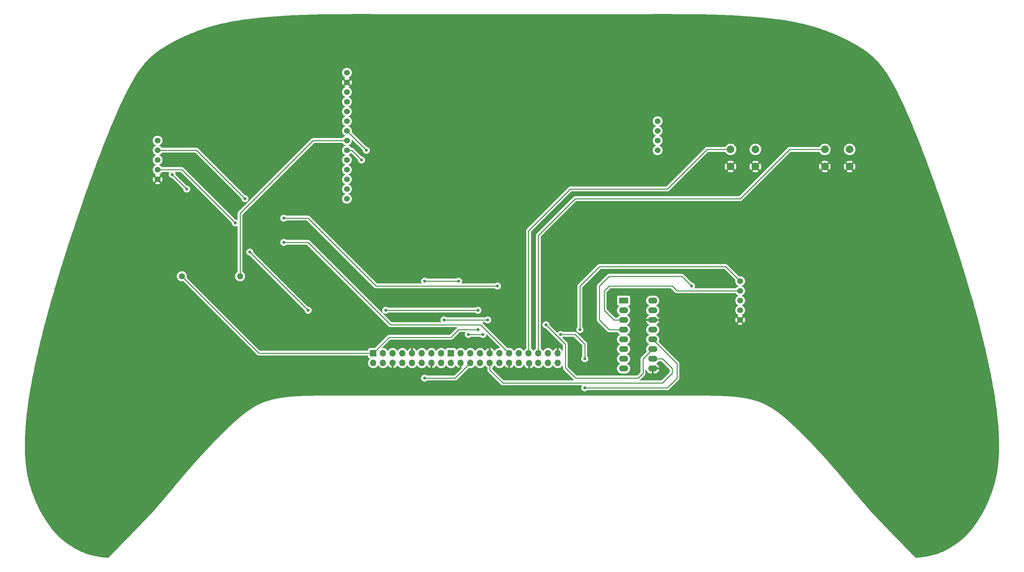
<source format=gbl>
G04 #@! TF.GenerationSoftware,KiCad,Pcbnew,(6.0.10)*
G04 #@! TF.CreationDate,2024-05-21T15:48:29-04:00*
G04 #@! TF.ProjectId,verycold,76657279-636f-46c6-942e-6b696361645f,rev?*
G04 #@! TF.SameCoordinates,Original*
G04 #@! TF.FileFunction,Copper,L2,Bot*
G04 #@! TF.FilePolarity,Positive*
%FSLAX46Y46*%
G04 Gerber Fmt 4.6, Leading zero omitted, Abs format (unit mm)*
G04 Created by KiCad (PCBNEW (6.0.10)) date 2024-05-21 15:48:29*
%MOMM*%
%LPD*%
G01*
G04 APERTURE LIST*
G04 #@! TA.AperFunction,ComponentPad*
%ADD10C,1.524000*%
G04 #@! TD*
G04 #@! TA.AperFunction,ComponentPad*
%ADD11C,1.600000*%
G04 #@! TD*
G04 #@! TA.AperFunction,ComponentPad*
%ADD12O,1.600000X1.600000*%
G04 #@! TD*
G04 #@! TA.AperFunction,ComponentPad*
%ADD13C,2.000000*%
G04 #@! TD*
G04 #@! TA.AperFunction,ComponentPad*
%ADD14O,1.700000X1.700000*%
G04 #@! TD*
G04 #@! TA.AperFunction,ComponentPad*
%ADD15R,1.700000X1.700000*%
G04 #@! TD*
G04 #@! TA.AperFunction,ComponentPad*
%ADD16R,2.400000X1.600000*%
G04 #@! TD*
G04 #@! TA.AperFunction,ComponentPad*
%ADD17O,2.400000X1.600000*%
G04 #@! TD*
G04 #@! TA.AperFunction,ViaPad*
%ADD18C,0.800000*%
G04 #@! TD*
G04 #@! TA.AperFunction,Conductor*
%ADD19C,0.250000*%
G04 #@! TD*
G04 APERTURE END LIST*
D10*
X57150000Y-57150000D03*
X57150000Y-59690000D03*
X57150000Y-62230000D03*
X57150000Y-64770000D03*
X57150000Y-67310000D03*
D11*
X63500000Y-92710000D03*
D12*
X78740000Y-92710000D03*
D13*
X231700000Y-59455564D03*
X238200000Y-59455564D03*
X231700000Y-63955564D03*
X238200000Y-63955564D03*
D14*
X161835000Y-115395000D03*
X159295000Y-115395000D03*
X159295000Y-112855000D03*
X156755000Y-115395000D03*
X156755000Y-112855000D03*
X154215000Y-112855000D03*
X151675000Y-115395000D03*
X151675000Y-112855000D03*
X149135000Y-112855000D03*
X146595000Y-115395000D03*
X146595000Y-112855000D03*
X144055000Y-115395000D03*
X141515000Y-115395000D03*
X141515000Y-112855000D03*
X138975000Y-115395000D03*
X138975000Y-112855000D03*
X136435000Y-112855000D03*
X133895000Y-115395000D03*
X131355000Y-115395000D03*
X131355000Y-112855000D03*
X128815000Y-112855000D03*
X126275000Y-115395000D03*
X126275000Y-112855000D03*
X123735000Y-115395000D03*
X121195000Y-115395000D03*
X121195000Y-112855000D03*
X149135000Y-115395000D03*
X123735000Y-112855000D03*
X161835000Y-112855000D03*
X144055000Y-112855000D03*
X154349835Y-115506290D03*
X128815000Y-115395000D03*
X136435000Y-115395000D03*
X118655000Y-115395000D03*
X118655000Y-112855000D03*
X116115000Y-112855000D03*
X113575000Y-115395000D03*
X116115000Y-115395000D03*
D15*
X133895000Y-112855000D03*
X113575000Y-112855000D03*
D13*
X213545564Y-59455564D03*
X207045564Y-59455564D03*
X207045564Y-63955564D03*
X213545564Y-63955564D03*
D10*
X106680000Y-39370000D03*
X106680000Y-41910000D03*
X106680000Y-44450000D03*
X106680000Y-46990000D03*
X106680000Y-49530000D03*
X106680000Y-52070000D03*
X106680000Y-54610000D03*
X106680000Y-57150000D03*
X106680000Y-59690000D03*
X106680000Y-62230000D03*
X106680000Y-64770000D03*
X106680000Y-67310000D03*
X106680000Y-69850000D03*
X106680000Y-72390000D03*
X187960000Y-52070000D03*
X187960000Y-54610000D03*
X187960000Y-57150000D03*
X187960000Y-59690000D03*
X209550000Y-93980000D03*
X209550000Y-96520000D03*
X209550000Y-99060000D03*
X209550000Y-101600000D03*
X209550000Y-104140000D03*
D16*
X179055000Y-99075000D03*
D17*
X179055000Y-101615000D03*
X179055000Y-104155000D03*
X179055000Y-106695000D03*
X179055000Y-109235000D03*
X179055000Y-111775000D03*
X179055000Y-114315000D03*
X179055000Y-116855000D03*
X186675000Y-116855000D03*
X186675000Y-114315000D03*
X186675000Y-111775000D03*
X186675000Y-109235000D03*
X186675000Y-106695000D03*
X186675000Y-104155000D03*
X186675000Y-101615000D03*
X186675000Y-99075000D03*
D18*
X135890000Y-93980000D03*
X127000000Y-93980000D03*
X142240000Y-107950000D03*
X138430000Y-107950000D03*
X162560000Y-107950000D03*
X168910000Y-114300000D03*
X168910000Y-121920000D03*
X132080000Y-104140000D03*
X143510000Y-104140000D03*
X158750000Y-105410000D03*
X111760000Y-59690000D03*
X110490000Y-62230000D03*
X140970000Y-106680000D03*
X116825000Y-101615000D03*
X140955000Y-101615000D03*
X167640000Y-106680000D03*
X146050000Y-95250000D03*
X80010000Y-72390000D03*
X90170000Y-77470000D03*
X96535000Y-101615000D03*
X60960000Y-66040000D03*
X64770000Y-69850000D03*
X81280000Y-86360000D03*
X77470000Y-78740000D03*
X90170000Y-83820000D03*
X196850000Y-95250000D03*
X127000000Y-119380000D03*
D19*
X135890000Y-93980000D02*
X127000000Y-93980000D01*
X142240000Y-107950000D02*
X138430000Y-107950000D01*
X166370000Y-107950000D02*
X162560000Y-107950000D01*
X168910000Y-110490000D02*
X166370000Y-107950000D01*
X168910000Y-114300000D02*
X168910000Y-110490000D01*
X190500000Y-121920000D02*
X168910000Y-121920000D01*
X193040000Y-119380000D02*
X190500000Y-121920000D01*
X193010000Y-115570000D02*
X193040000Y-115570000D01*
X186675000Y-109235000D02*
X193010000Y-115570000D01*
X193040000Y-115570000D02*
X193040000Y-119380000D01*
X143510000Y-104140000D02*
X132080000Y-104140000D01*
X163830000Y-110490000D02*
X158750000Y-105410000D01*
X163830000Y-116701701D02*
X163830000Y-110490000D01*
X166508299Y-119380000D02*
X163830000Y-116701701D01*
X184150000Y-118110000D02*
X182880000Y-119380000D01*
X182880000Y-119380000D02*
X166508299Y-119380000D01*
X184150000Y-114300000D02*
X184150000Y-118110000D01*
X186675000Y-111775000D02*
X184150000Y-114300000D01*
X117755000Y-108675000D02*
X133895000Y-108675000D01*
X113575000Y-112855000D02*
X117755000Y-108675000D01*
X111760000Y-59690000D02*
X106680000Y-54610000D01*
X107950000Y-59690000D02*
X106680000Y-59690000D01*
X110490000Y-62230000D02*
X107950000Y-59690000D01*
X135890000Y-106680000D02*
X140970000Y-106680000D01*
X133895000Y-108675000D02*
X135890000Y-106680000D01*
X140955000Y-101615000D02*
X140940000Y-101600000D01*
X140940000Y-101600000D02*
X116840000Y-101600000D01*
X116840000Y-101600000D02*
X116825000Y-101615000D01*
X83645000Y-112855000D02*
X63500000Y-92710000D01*
X167640000Y-95250000D02*
X172720000Y-90170000D01*
X167640000Y-106680000D02*
X167640000Y-95250000D01*
X205740000Y-90170000D02*
X209550000Y-93980000D01*
X113575000Y-112855000D02*
X83645000Y-112855000D01*
X172720000Y-90170000D02*
X205740000Y-90170000D01*
X67310000Y-59690000D02*
X80010000Y-72390000D01*
X114300000Y-95250000D02*
X146050000Y-95250000D01*
X96520000Y-77470000D02*
X114300000Y-95250000D01*
X57150000Y-59690000D02*
X67310000Y-59690000D01*
X90170000Y-77470000D02*
X96520000Y-77470000D01*
X64770000Y-69850000D02*
X60960000Y-66040000D01*
X96535000Y-101615000D02*
X81280000Y-86360000D01*
X118110000Y-105410000D02*
X141690000Y-105410000D01*
X141690000Y-105410000D02*
X149135000Y-112855000D01*
X57150000Y-64770000D02*
X63500000Y-64770000D01*
X90170000Y-83820000D02*
X96520000Y-83820000D01*
X63500000Y-64770000D02*
X77470000Y-78740000D01*
X96520000Y-83820000D02*
X118110000Y-105410000D01*
X173990000Y-96520000D02*
X173990000Y-101600000D01*
X193040000Y-96520000D02*
X191770000Y-95250000D01*
X176545000Y-104155000D02*
X179055000Y-104155000D01*
X209550000Y-96520000D02*
X193040000Y-96520000D01*
X191770000Y-95250000D02*
X175260000Y-95250000D01*
X175260000Y-95250000D02*
X173990000Y-96520000D01*
X173990000Y-101600000D02*
X176545000Y-104155000D01*
X175260000Y-92710000D02*
X172720000Y-95250000D01*
X175275000Y-106695000D02*
X179055000Y-106695000D01*
X172720000Y-95250000D02*
X172720000Y-104140000D01*
X194310000Y-92710000D02*
X175260000Y-92710000D01*
X172720000Y-104140000D02*
X175275000Y-106695000D01*
X196850000Y-95250000D02*
X194310000Y-92710000D01*
X134990000Y-119380000D02*
X138975000Y-115395000D01*
X127000000Y-119380000D02*
X134990000Y-119380000D01*
X189245000Y-114315000D02*
X191770000Y-116840000D01*
X144055000Y-117246701D02*
X144055000Y-115395000D01*
X186675000Y-114315000D02*
X189245000Y-114315000D01*
X147458299Y-120650000D02*
X144055000Y-117246701D01*
X191770000Y-116840000D02*
X191770000Y-118110000D01*
X191770000Y-118110000D02*
X189230000Y-120650000D01*
X189230000Y-120650000D02*
X147458299Y-120650000D01*
X154215000Y-112855000D02*
X154215000Y-80735000D01*
X200894436Y-59455564D02*
X207045564Y-59455564D01*
X165100000Y-69850000D02*
X190500000Y-69850000D01*
X154215000Y-80735000D02*
X165100000Y-69850000D01*
X190500000Y-69850000D02*
X200894436Y-59455564D01*
X209550000Y-72390000D02*
X166370000Y-72390000D01*
X231700000Y-59455564D02*
X222484436Y-59455564D01*
X156755000Y-82005000D02*
X156755000Y-112855000D01*
X222484436Y-59455564D02*
X209550000Y-72390000D01*
X166370000Y-72390000D02*
X156755000Y-82005000D01*
X78740000Y-76200000D02*
X78740000Y-92710000D01*
X106680000Y-57150000D02*
X97790000Y-57150000D01*
X97790000Y-57150000D02*
X78740000Y-76200000D01*
G04 #@! TA.AperFunction,Conductor*
G36*
X189727743Y-24002064D02*
G01*
X190433456Y-24002189D01*
X190433618Y-24002189D01*
X191596719Y-24003884D01*
X191596916Y-24003885D01*
X192274040Y-24005931D01*
X192769064Y-24007427D01*
X192769296Y-24007496D01*
X192769296Y-24007428D01*
X193951457Y-24013186D01*
X193951725Y-24013188D01*
X195140970Y-24021511D01*
X195141274Y-24021514D01*
X196337425Y-24032770D01*
X196337765Y-24032773D01*
X197540042Y-24047331D01*
X198746311Y-24065537D01*
X198746469Y-24065540D01*
X199955702Y-24087759D01*
X199955734Y-24087759D01*
X201167053Y-24114356D01*
X201167265Y-24114362D01*
X201967277Y-24135044D01*
X202378795Y-24145683D01*
X202379327Y-24145698D01*
X203200351Y-24170389D01*
X203589682Y-24182097D01*
X203590191Y-24182113D01*
X204799250Y-24223979D01*
X204799731Y-24223997D01*
X205402494Y-24247827D01*
X206005185Y-24271654D01*
X206005849Y-24271682D01*
X207009764Y-24316669D01*
X207207272Y-24325520D01*
X207207961Y-24325552D01*
X208403426Y-24385897D01*
X208404103Y-24385934D01*
X208710143Y-24403242D01*
X209592790Y-24453160D01*
X209593606Y-24453209D01*
X210774224Y-24527672D01*
X210775098Y-24527730D01*
X211946134Y-24609766D01*
X211947070Y-24609835D01*
X213107794Y-24699836D01*
X213108794Y-24699918D01*
X214257470Y-24798196D01*
X214258541Y-24798292D01*
X214955598Y-24863926D01*
X215394163Y-24905221D01*
X215395263Y-24905330D01*
X216516541Y-25021253D01*
X216517670Y-25021376D01*
X217623304Y-25146637D01*
X217624618Y-25146793D01*
X218713352Y-25281736D01*
X218714761Y-25281919D01*
X219785239Y-25426872D01*
X219786751Y-25427085D01*
X220838012Y-25582427D01*
X220839634Y-25582678D01*
X221487915Y-25687123D01*
X221870120Y-25748700D01*
X221871791Y-25748982D01*
X222880251Y-25926016D01*
X222882128Y-25926360D01*
X223868256Y-26114911D01*
X223869942Y-26115245D01*
X224536643Y-26252171D01*
X224538041Y-26252467D01*
X225193983Y-26394954D01*
X225195379Y-26395265D01*
X225840355Y-26543060D01*
X225841750Y-26543388D01*
X226132955Y-26613612D01*
X226475679Y-26696260D01*
X226476915Y-26696565D01*
X226708353Y-26755171D01*
X227099986Y-26854343D01*
X227101375Y-26854703D01*
X227713601Y-27017173D01*
X227714985Y-27017549D01*
X228015756Y-27101044D01*
X228047163Y-27109762D01*
X228316527Y-27184538D01*
X228317906Y-27184929D01*
X228908980Y-27356275D01*
X228910352Y-27356682D01*
X229490864Y-27532138D01*
X229492229Y-27532559D01*
X230062548Y-27712015D01*
X230063738Y-27712397D01*
X230428714Y-27831790D01*
X230623846Y-27895623D01*
X230625194Y-27896072D01*
X231175221Y-28082890D01*
X231176557Y-28083352D01*
X231399546Y-28161892D01*
X231716651Y-28273582D01*
X231717842Y-28274009D01*
X232248107Y-28467465D01*
X232249420Y-28467953D01*
X232769777Y-28664373D01*
X232771071Y-28664869D01*
X233282178Y-28864274D01*
X233283259Y-28864703D01*
X233601367Y-28992851D01*
X233784745Y-29066724D01*
X233786014Y-29067243D01*
X234278009Y-29271693D01*
X234279256Y-29272219D01*
X234762203Y-29479053D01*
X234763225Y-29479497D01*
X235237114Y-29688477D01*
X235238174Y-29688952D01*
X235565641Y-29837522D01*
X235702852Y-29899774D01*
X235704051Y-29900325D01*
X236159867Y-30112908D01*
X236161045Y-30113465D01*
X236608161Y-30327648D01*
X236609146Y-30328127D01*
X236942574Y-30492053D01*
X237047429Y-30543604D01*
X237048564Y-30544169D01*
X237459063Y-30751140D01*
X237478450Y-30760915D01*
X237479539Y-30761471D01*
X237621490Y-30834813D01*
X237900898Y-30979177D01*
X237901985Y-30979745D01*
X238315213Y-31198373D01*
X238316201Y-31198902D01*
X238499345Y-31298052D01*
X238721129Y-31418121D01*
X238722165Y-31418688D01*
X239026277Y-31587033D01*
X239063110Y-31607422D01*
X239119040Y-31638383D01*
X239120019Y-31638931D01*
X239508981Y-31858932D01*
X239509798Y-31859399D01*
X239891135Y-32079623D01*
X239891985Y-32080120D01*
X240265653Y-32300299D01*
X240266290Y-32300677D01*
X240446027Y-32408501D01*
X240560665Y-32477273D01*
X240561503Y-32477781D01*
X240850544Y-32654250D01*
X240851424Y-32654792D01*
X240955026Y-32719292D01*
X241135666Y-32831755D01*
X241136695Y-32832403D01*
X241415842Y-33009957D01*
X241416964Y-33010679D01*
X241691578Y-33189462D01*
X241692766Y-33190245D01*
X241963024Y-33370647D01*
X241964217Y-33371454D01*
X242142047Y-33493368D01*
X242230249Y-33553836D01*
X242231616Y-33554787D01*
X242493717Y-33739613D01*
X242495154Y-33740641D01*
X242508515Y-33750346D01*
X242740535Y-33918879D01*
X242753583Y-33928357D01*
X242755054Y-33929442D01*
X242804679Y-33966619D01*
X243009989Y-34120432D01*
X243011538Y-34121611D01*
X243263372Y-34316426D01*
X243264963Y-34317678D01*
X243513749Y-34516606D01*
X243515373Y-34517927D01*
X243761502Y-34721524D01*
X243763148Y-34722909D01*
X244006918Y-34931667D01*
X244008576Y-34933112D01*
X244250158Y-35147417D01*
X244251818Y-35148916D01*
X244491452Y-35369217D01*
X244493104Y-35370763D01*
X244731199Y-35597671D01*
X244732833Y-35599258D01*
X244969343Y-35832957D01*
X244970952Y-35834575D01*
X245206451Y-36075859D01*
X245207984Y-36077458D01*
X245343423Y-36221333D01*
X245442547Y-36326631D01*
X245444008Y-36328211D01*
X245677912Y-36585786D01*
X245679354Y-36587404D01*
X245912832Y-36853859D01*
X245914190Y-36855436D01*
X246115093Y-37092959D01*
X246147382Y-37131134D01*
X246148762Y-37132794D01*
X246357137Y-37387899D01*
X246381980Y-37418314D01*
X246383302Y-37419961D01*
X246616682Y-37715663D01*
X246617945Y-37717290D01*
X246662553Y-37775750D01*
X246851842Y-38023820D01*
X246852977Y-38025334D01*
X247087460Y-38342967D01*
X247088565Y-38344488D01*
X247323928Y-38673803D01*
X247324995Y-38675319D01*
X247440156Y-38841623D01*
X247561372Y-39016672D01*
X247562372Y-39018138D01*
X247798636Y-39370000D01*
X247800010Y-39372047D01*
X247800968Y-39373495D01*
X248040042Y-39740372D01*
X248040928Y-39741750D01*
X248280796Y-40120711D01*
X248281921Y-40122523D01*
X248496036Y-40474488D01*
X248735509Y-40868136D01*
X248736842Y-40870380D01*
X249195495Y-41660741D01*
X249196635Y-41662748D01*
X249660701Y-42497282D01*
X249661683Y-42499082D01*
X250130662Y-43375785D01*
X250131455Y-43377293D01*
X250604691Y-44293840D01*
X250605432Y-44295298D01*
X251082458Y-45249678D01*
X251083117Y-45251017D01*
X251563332Y-46240939D01*
X251563917Y-46242161D01*
X251827604Y-46800949D01*
X252046941Y-47265753D01*
X252046942Y-47265756D01*
X252047450Y-47266846D01*
X252369484Y-47966977D01*
X252532815Y-48322073D01*
X252533281Y-48323100D01*
X252881833Y-49099114D01*
X253020282Y-49407358D01*
X253020701Y-49408299D01*
X253432327Y-50345270D01*
X253509263Y-50520398D01*
X253509621Y-50521221D01*
X253999109Y-51658709D01*
X253999346Y-51659266D01*
X254358920Y-52511178D01*
X254489262Y-52819987D01*
X254489576Y-52820737D01*
X254979412Y-54002493D01*
X254979699Y-54003190D01*
X255469246Y-55204514D01*
X255469508Y-55205163D01*
X255958018Y-56423270D01*
X255958259Y-56423875D01*
X256194218Y-57021162D01*
X256419404Y-57591178D01*
X256445622Y-57657545D01*
X256445757Y-57657889D01*
X256931437Y-58904856D01*
X257237443Y-59701095D01*
X257414906Y-60162859D01*
X257415095Y-60163354D01*
X257484021Y-60344980D01*
X257895822Y-61430105D01*
X258058806Y-61864729D01*
X258373590Y-62704151D01*
X258373753Y-62704587D01*
X258778793Y-63796920D01*
X258848134Y-63983924D01*
X259318517Y-65266051D01*
X259784549Y-66549147D01*
X260245937Y-67831588D01*
X260656802Y-68983891D01*
X260701825Y-69110162D01*
X260701938Y-69110479D01*
X261152279Y-70384233D01*
X261152384Y-70384530D01*
X261596747Y-71651449D01*
X261596844Y-71651728D01*
X261776754Y-72168537D01*
X262034747Y-72909647D01*
X262465638Y-74156195D01*
X262889263Y-75389857D01*
X263303579Y-76603891D01*
X263305103Y-76608358D01*
X263305171Y-76608558D01*
X263597549Y-77470000D01*
X263660650Y-77655918D01*
X264010316Y-78691508D01*
X264353559Y-79713558D01*
X264353703Y-79713988D01*
X264353770Y-79714188D01*
X264690635Y-80722835D01*
X264691180Y-80724468D01*
X265022799Y-81723139D01*
X265348493Y-82709812D01*
X265668671Y-83685755D01*
X265983114Y-84650317D01*
X266291997Y-85604048D01*
X266292074Y-85604285D01*
X266595590Y-86547797D01*
X266595576Y-86547802D01*
X266595666Y-86548034D01*
X266708694Y-86901852D01*
X266893715Y-87481031D01*
X266893795Y-87481280D01*
X267186973Y-88405642D01*
X267187053Y-88405897D01*
X267474568Y-89319128D01*
X267474650Y-89319389D01*
X267757524Y-90224746D01*
X267757608Y-90225014D01*
X268035401Y-91121104D01*
X268035485Y-91121377D01*
X268308345Y-92008662D01*
X268308430Y-92008941D01*
X268576477Y-92887820D01*
X268576564Y-92888105D01*
X268840184Y-93759843D01*
X268840271Y-93760133D01*
X269097769Y-94619078D01*
X269099067Y-94623409D01*
X269341667Y-95439928D01*
X269353554Y-95479937D01*
X269353643Y-95480238D01*
X269603682Y-96329548D01*
X269603771Y-96329854D01*
X269777936Y-96927018D01*
X269849378Y-97171971D01*
X270090957Y-98008273D01*
X270328419Y-98838439D01*
X270561849Y-99662739D01*
X270791374Y-100481600D01*
X271016896Y-101294646D01*
X271238779Y-102103136D01*
X271457038Y-102907115D01*
X271671690Y-103706585D01*
X271841296Y-104345431D01*
X271882793Y-104501737D01*
X271882884Y-104502080D01*
X272090706Y-105293855D01*
X272090787Y-105294167D01*
X272102533Y-105339391D01*
X272255429Y-105928041D01*
X272417872Y-106559452D01*
X272578356Y-107189398D01*
X272682842Y-107603691D01*
X272736391Y-107816019D01*
X272736466Y-107816317D01*
X272836140Y-108215634D01*
X272892370Y-108440907D01*
X273046096Y-109063355D01*
X273143746Y-109463087D01*
X273197468Y-109682998D01*
X273197544Y-109683314D01*
X273346447Y-110299741D01*
X273346525Y-110300062D01*
X273493374Y-110915046D01*
X273493451Y-110915374D01*
X273637700Y-111526705D01*
X273637779Y-111527038D01*
X273779690Y-112135859D01*
X273779768Y-112136200D01*
X273919223Y-112742083D01*
X273919303Y-112742430D01*
X274056469Y-113346170D01*
X274191195Y-113947175D01*
X274323425Y-114545267D01*
X274453075Y-115140135D01*
X274580288Y-115732506D01*
X274704870Y-116321545D01*
X274826833Y-116907386D01*
X274946267Y-117490536D01*
X275062985Y-118070172D01*
X275177109Y-118646973D01*
X275288480Y-119220224D01*
X275389164Y-119748372D01*
X275397108Y-119790045D01*
X275397148Y-119790254D01*
X275397150Y-119790266D01*
X275413113Y-119875668D01*
X275503078Y-120356984D01*
X275503162Y-120357438D01*
X275606250Y-120920387D01*
X275706625Y-121480347D01*
X275804162Y-122036733D01*
X275898861Y-122589641D01*
X275990677Y-123138908D01*
X276079600Y-123684583D01*
X276158832Y-124183932D01*
X276165551Y-124226277D01*
X276165627Y-124226763D01*
X276234495Y-124672035D01*
X276234565Y-124672487D01*
X276301490Y-125115849D01*
X276301559Y-125116313D01*
X276339747Y-125375830D01*
X276366214Y-125555695D01*
X276366355Y-125556656D01*
X276366424Y-125557131D01*
X276426869Y-125979060D01*
X276429257Y-125995729D01*
X276481131Y-126368171D01*
X276489931Y-126431356D01*
X276490000Y-126431854D01*
X276548621Y-126865406D01*
X276548689Y-126865916D01*
X276605155Y-127296778D01*
X276605222Y-127297300D01*
X276659578Y-127725932D01*
X276659644Y-127726466D01*
X276711847Y-128152701D01*
X276711902Y-128153158D01*
X276744028Y-128425299D01*
X276761942Y-128577050D01*
X276762002Y-128577562D01*
X276809917Y-128999603D01*
X276853370Y-129398525D01*
X276855659Y-129419535D01*
X276855694Y-129419863D01*
X276893674Y-129784257D01*
X276899205Y-129837329D01*
X276899266Y-129837923D01*
X276940581Y-130253411D01*
X276940640Y-130254019D01*
X276979714Y-130667283D01*
X276979770Y-130667901D01*
X277016569Y-131078691D01*
X277016624Y-131079322D01*
X277051201Y-131488440D01*
X277051253Y-131489078D01*
X277080187Y-131853683D01*
X277083557Y-131896157D01*
X277083607Y-131896812D01*
X277113610Y-132301686D01*
X277113658Y-132302354D01*
X277119499Y-132387291D01*
X277141385Y-132705547D01*
X277141387Y-132705582D01*
X277141409Y-132705903D01*
X277141411Y-132705938D01*
X277147149Y-132796543D01*
X277166846Y-133107560D01*
X277166888Y-133108252D01*
X277189964Y-133507443D01*
X277190003Y-133508148D01*
X277194027Y-133585249D01*
X277210762Y-133905888D01*
X277210765Y-133905952D01*
X277210794Y-133906544D01*
X277227152Y-134258486D01*
X277229186Y-134302238D01*
X277229217Y-134302934D01*
X277245257Y-134697233D01*
X277245277Y-134697746D01*
X277258888Y-135088964D01*
X277258926Y-135090065D01*
X277258946Y-135090679D01*
X277263062Y-135233552D01*
X277270208Y-135481631D01*
X277270227Y-135482395D01*
X277279064Y-135871045D01*
X277279080Y-135871820D01*
X277285505Y-136259346D01*
X277285515Y-136260134D01*
X277289498Y-136645764D01*
X277289504Y-136646562D01*
X277290617Y-136925218D01*
X277290723Y-136951613D01*
X277291038Y-137030598D01*
X277291039Y-137031407D01*
X277290645Y-137193326D01*
X277290172Y-137388240D01*
X277290108Y-137414372D01*
X277290104Y-137415066D01*
X277288266Y-137625372D01*
X277287023Y-137767563D01*
X277287014Y-137768359D01*
X277286884Y-137776999D01*
X277282009Y-138100837D01*
X277281725Y-138119668D01*
X277281709Y-138120500D01*
X277278456Y-138270663D01*
X277274421Y-138456935D01*
X277274127Y-138470485D01*
X277274106Y-138471353D01*
X277264137Y-138820375D01*
X277264108Y-138821279D01*
X277261717Y-138888182D01*
X277252154Y-139155713D01*
X277251667Y-139169331D01*
X277251636Y-139170108D01*
X277248428Y-139244333D01*
X277236651Y-139516810D01*
X277236606Y-139517782D01*
X277218962Y-139864018D01*
X277218912Y-139864909D01*
X277208539Y-140040759D01*
X277198540Y-140210249D01*
X277198478Y-140211241D01*
X277194195Y-140274893D01*
X277175282Y-140555959D01*
X277175205Y-140557030D01*
X277164797Y-140694248D01*
X277151984Y-140863184D01*
X277149129Y-140900818D01*
X277149043Y-140901898D01*
X277139033Y-141020117D01*
X277119944Y-141245551D01*
X277119843Y-141246681D01*
X277087689Y-141589641D01*
X277087575Y-141590800D01*
X277052236Y-141933627D01*
X277052108Y-141934812D01*
X277013540Y-142277179D01*
X277013398Y-142278390D01*
X276971454Y-142620890D01*
X276971296Y-142622123D01*
X276925955Y-142964341D01*
X276925782Y-142965599D01*
X276876900Y-143308020D01*
X276876891Y-143308080D01*
X276876712Y-143309288D01*
X276846446Y-143506822D01*
X276824237Y-143651764D01*
X276824032Y-143653058D01*
X276767856Y-143995824D01*
X276767646Y-143997068D01*
X276738003Y-144166681D01*
X276707638Y-144340424D01*
X276707398Y-144341752D01*
X276663798Y-144576386D01*
X276643591Y-144685128D01*
X276643348Y-144686401D01*
X276595516Y-144929129D01*
X276575505Y-145030676D01*
X276575239Y-145031987D01*
X276524190Y-145276869D01*
X276503372Y-145376731D01*
X276503080Y-145378094D01*
X276427080Y-145723486D01*
X276426771Y-145724855D01*
X276346532Y-146071088D01*
X276346205Y-146072464D01*
X276261624Y-146419668D01*
X276261280Y-146421048D01*
X276172285Y-146769234D01*
X276171923Y-146770615D01*
X276078426Y-147119875D01*
X276078048Y-147121257D01*
X275979923Y-147471796D01*
X275979531Y-147473164D01*
X275888532Y-147784546D01*
X275876765Y-147824809D01*
X275876362Y-147826162D01*
X275776374Y-148154362D01*
X275768690Y-148179583D01*
X275768285Y-148180883D01*
X275655874Y-148535324D01*
X275655868Y-148535342D01*
X275655420Y-148536727D01*
X275525535Y-148929905D01*
X275525092Y-148931219D01*
X275441606Y-149173805D01*
X275389315Y-149325745D01*
X275388803Y-149327204D01*
X275247087Y-149723130D01*
X275246605Y-149724449D01*
X275104486Y-150106757D01*
X275099014Y-150121477D01*
X275098476Y-150122897D01*
X274946771Y-150516335D01*
X274945245Y-150520292D01*
X274944725Y-150521619D01*
X274785661Y-150919760D01*
X274785131Y-150921062D01*
X274713706Y-151093771D01*
X274620488Y-151319176D01*
X274619899Y-151320575D01*
X274564129Y-151450958D01*
X274451568Y-151714112D01*
X274449834Y-151718165D01*
X274449227Y-151719560D01*
X274273667Y-152116667D01*
X274273065Y-152118008D01*
X274162317Y-152360522D01*
X274092180Y-152514107D01*
X274091534Y-152515500D01*
X273905355Y-152910381D01*
X273904687Y-152911776D01*
X273786420Y-153154836D01*
X273713335Y-153305041D01*
X273713318Y-153305075D01*
X273712652Y-153306423D01*
X273535751Y-153658815D01*
X273516173Y-153697816D01*
X273515463Y-153699209D01*
X273470325Y-153786384D01*
X273313974Y-154088349D01*
X273313230Y-154089763D01*
X273106802Y-154476353D01*
X273106029Y-154477778D01*
X272894771Y-154861453D01*
X272893968Y-154862890D01*
X272677908Y-155243436D01*
X272677072Y-155244886D01*
X272456345Y-155621891D01*
X272455473Y-155623357D01*
X272230188Y-155996470D01*
X272229278Y-155997954D01*
X271999502Y-156366892D01*
X271998552Y-156368394D01*
X271764770Y-156732224D01*
X271764330Y-156732908D01*
X271763359Y-156734396D01*
X271561340Y-157039033D01*
X271524834Y-157094082D01*
X271523792Y-157095628D01*
X271281053Y-157450170D01*
X271279962Y-157451738D01*
X271033072Y-157800865D01*
X271031926Y-157802458D01*
X270781026Y-158145785D01*
X270779841Y-158147380D01*
X270570192Y-158424819D01*
X270524960Y-158484676D01*
X270523748Y-158486252D01*
X270290278Y-158784851D01*
X270265073Y-158817087D01*
X270263740Y-158818763D01*
X270001304Y-159142899D01*
X269999899Y-159144604D01*
X269733833Y-159461692D01*
X269732368Y-159463406D01*
X269583843Y-159634041D01*
X269462739Y-159773172D01*
X269461173Y-159774937D01*
X269188159Y-160076981D01*
X269186532Y-160078747D01*
X268909778Y-160373258D01*
X268908343Y-160374758D01*
X268673698Y-160615463D01*
X268672267Y-160616905D01*
X268435148Y-160852150D01*
X268433658Y-160853604D01*
X268200599Y-161077277D01*
X268194169Y-161083448D01*
X268192692Y-161084843D01*
X268074855Y-161194267D01*
X267951098Y-161309189D01*
X267949580Y-161310576D01*
X267706014Y-161529463D01*
X267704487Y-161530813D01*
X267459101Y-161744262D01*
X267457610Y-161745539D01*
X267210481Y-161953631D01*
X267209061Y-161954808D01*
X266960355Y-162157550D01*
X266958827Y-162158775D01*
X266938308Y-162174969D01*
X266708835Y-162356074D01*
X266707275Y-162357286D01*
X266455955Y-162549318D01*
X266454388Y-162550496D01*
X266202010Y-162737190D01*
X266200437Y-162738335D01*
X265947073Y-162919772D01*
X265945493Y-162920885D01*
X265835210Y-162997329D01*
X265691297Y-163097084D01*
X265689730Y-163098152D01*
X265434893Y-163269107D01*
X265433302Y-163270158D01*
X265177932Y-163435923D01*
X265176335Y-163436942D01*
X264946418Y-163581318D01*
X264920653Y-163597497D01*
X264919049Y-163598488D01*
X264662962Y-163754004D01*
X264661352Y-163754965D01*
X264405277Y-163905303D01*
X264403745Y-163906187D01*
X264147713Y-164051444D01*
X264147680Y-164051463D01*
X264146092Y-164052349D01*
X263890288Y-164192532D01*
X263888714Y-164193379D01*
X263633252Y-164328531D01*
X263631656Y-164329361D01*
X263376582Y-164459560D01*
X263375019Y-164460343D01*
X263196206Y-164548342D01*
X263120775Y-164585464D01*
X263119120Y-164586264D01*
X262865671Y-164706433D01*
X262864078Y-164707174D01*
X262773121Y-164748686D01*
X262611448Y-164822471D01*
X262609770Y-164823221D01*
X262358546Y-164933477D01*
X262356867Y-164934200D01*
X262128195Y-165030602D01*
X262106789Y-165039626D01*
X262105085Y-165040330D01*
X261856442Y-165140893D01*
X261854723Y-165141574D01*
X261607593Y-165237331D01*
X261605858Y-165237988D01*
X261360573Y-165328899D01*
X261358951Y-165329487D01*
X261115270Y-165415723D01*
X261113609Y-165416296D01*
X260873395Y-165497301D01*
X260871123Y-165498043D01*
X260500958Y-165615099D01*
X260498234Y-165615927D01*
X260133716Y-165722199D01*
X260131061Y-165722942D01*
X259962402Y-165768133D01*
X259770394Y-165819581D01*
X259767897Y-165820221D01*
X259420227Y-165905586D01*
X259410876Y-165907882D01*
X259408421Y-165908459D01*
X259054478Y-165987888D01*
X259052154Y-165988387D01*
X258700947Y-166060269D01*
X258698806Y-166060688D01*
X258614566Y-166076390D01*
X258349934Y-166125719D01*
X258347925Y-166126077D01*
X258000855Y-166184973D01*
X257999029Y-166185269D01*
X257888054Y-166202429D01*
X257653521Y-166238694D01*
X257652017Y-166238917D01*
X257322615Y-166285454D01*
X257307517Y-166287587D01*
X257306108Y-166287778D01*
X256962563Y-166332337D01*
X256961403Y-166332483D01*
X256618009Y-166373684D01*
X256617224Y-166373775D01*
X256273762Y-166412294D01*
X256273215Y-166412354D01*
X256098817Y-166430884D01*
X255929606Y-166448862D01*
X255929120Y-166448913D01*
X255585105Y-166484113D01*
X255584979Y-166484126D01*
X255584865Y-166484137D01*
X255573738Y-166485254D01*
X255546163Y-166488022D01*
X255476386Y-166474924D01*
X255442845Y-166450079D01*
X255216610Y-166215286D01*
X255216466Y-166215124D01*
X255216307Y-166214900D01*
X255188712Y-166186334D01*
X255163900Y-166160583D01*
X255163684Y-166160415D01*
X255163519Y-166160256D01*
X254755305Y-165737682D01*
X254755177Y-165737539D01*
X254755032Y-165737334D01*
X254727933Y-165709348D01*
X254702523Y-165683044D01*
X254702324Y-165682889D01*
X254702172Y-165682743D01*
X254300413Y-165267830D01*
X254300288Y-165267690D01*
X254300156Y-165267505D01*
X254272790Y-165239304D01*
X254264648Y-165230896D01*
X254248015Y-165213717D01*
X254248011Y-165213713D01*
X254247548Y-165213235D01*
X254247367Y-165213095D01*
X254247231Y-165212964D01*
X253851802Y-164805460D01*
X253851689Y-164805335D01*
X253851572Y-164805170D01*
X253823914Y-164776722D01*
X253798869Y-164750912D01*
X253798705Y-164750786D01*
X253798588Y-164750674D01*
X253409369Y-164350338D01*
X253409278Y-164350236D01*
X253409172Y-164350086D01*
X253407181Y-164348041D01*
X253381253Y-164321417D01*
X253381181Y-164321343D01*
X253373194Y-164313128D01*
X253356378Y-164295832D01*
X253356237Y-164295723D01*
X253356142Y-164295632D01*
X253202997Y-164138376D01*
X252973003Y-163902208D01*
X252972943Y-163902140D01*
X252972851Y-163902012D01*
X252945601Y-163874070D01*
X252919970Y-163847751D01*
X252919850Y-163847658D01*
X252919759Y-163847571D01*
X252542641Y-163460878D01*
X252542571Y-163460801D01*
X252542500Y-163460701D01*
X252514748Y-163432277D01*
X252489538Y-163406427D01*
X252489440Y-163406352D01*
X252489365Y-163406280D01*
X252487205Y-163404067D01*
X252272378Y-163184039D01*
X252118119Y-163026044D01*
X252118065Y-163025984D01*
X252118015Y-163025915D01*
X252117835Y-163025731D01*
X252117827Y-163025722D01*
X252091012Y-162998282D01*
X252090975Y-162998244D01*
X252065173Y-162971817D01*
X252065162Y-162971807D01*
X252064975Y-162971615D01*
X252064901Y-162971558D01*
X252064842Y-162971502D01*
X251856507Y-162758310D01*
X251699360Y-162597498D01*
X251699324Y-162597459D01*
X251699289Y-162597409D01*
X251671509Y-162568997D01*
X251652856Y-162549909D01*
X251646307Y-162543208D01*
X251646177Y-162543075D01*
X251646125Y-162543035D01*
X251646101Y-162543012D01*
X251286249Y-162174982D01*
X251286231Y-162174962D01*
X251286214Y-162174938D01*
X251286154Y-162174877D01*
X251286148Y-162174870D01*
X251255704Y-162143743D01*
X251255692Y-162143731D01*
X251233091Y-162120616D01*
X251233088Y-162120613D01*
X251233037Y-162120561D01*
X251233016Y-162120545D01*
X251233000Y-162120530D01*
X251230842Y-162118323D01*
X250849861Y-161728790D01*
X250445666Y-161315505D01*
X250445650Y-161315488D01*
X250052807Y-160913659D01*
X250052775Y-160913627D01*
X249660469Y-160512057D01*
X249660422Y-160512008D01*
X249273521Y-160115545D01*
X249273457Y-160115480D01*
X248892487Y-159724530D01*
X248892407Y-159724448D01*
X248857442Y-159688501D01*
X248516400Y-159337887D01*
X248318599Y-159134082D01*
X248144585Y-158954787D01*
X248144470Y-158954668D01*
X247777590Y-158575661D01*
X247777458Y-158575524D01*
X247415159Y-158200115D01*
X247415008Y-158199959D01*
X247057361Y-157828088D01*
X247057191Y-157827911D01*
X247057091Y-157827806D01*
X246703609Y-157458834D01*
X246354090Y-157092422D01*
X246009187Y-156729122D01*
X245667848Y-156367695D01*
X245424134Y-156108173D01*
X245330835Y-156008822D01*
X245330572Y-156008541D01*
X245120680Y-155783661D01*
X244997473Y-155651656D01*
X244667865Y-155296178D01*
X244341794Y-154942033D01*
X244026817Y-154597358D01*
X244019515Y-154589367D01*
X244019179Y-154588998D01*
X243972659Y-154537685D01*
X243700114Y-154237060D01*
X243384255Y-153885714D01*
X243109820Y-153577935D01*
X243109539Y-153577618D01*
X242837283Y-153270007D01*
X242837065Y-153269761D01*
X242566430Y-152961811D01*
X242520937Y-152909698D01*
X242297804Y-152654095D01*
X242297546Y-152653799D01*
X242029874Y-152345239D01*
X241763797Y-152036705D01*
X241498253Y-151727100D01*
X241233717Y-151417111D01*
X240969836Y-151106466D01*
X240705755Y-150794293D01*
X240703754Y-150791918D01*
X240604766Y-150674472D01*
X240442682Y-150482162D01*
X240442599Y-150481972D01*
X240442554Y-150482010D01*
X240179258Y-150168604D01*
X240179292Y-150168575D01*
X240179150Y-150168475D01*
X239914920Y-149853089D01*
X239650819Y-149537129D01*
X239650747Y-149537042D01*
X239385431Y-149219052D01*
X239385376Y-149218987D01*
X239119813Y-148900264D01*
X239119778Y-148900221D01*
X238850506Y-148576756D01*
X238850488Y-148576735D01*
X238606505Y-148283520D01*
X238559798Y-148227388D01*
X238559797Y-148227387D01*
X238338113Y-147960973D01*
X238338101Y-147960957D01*
X238338073Y-147960911D01*
X238312738Y-147930478D01*
X238312368Y-147930033D01*
X238312351Y-147930013D01*
X238289530Y-147902587D01*
X238289528Y-147902585D01*
X238289445Y-147902485D01*
X238289414Y-147902458D01*
X238289382Y-147902422D01*
X238134963Y-147716929D01*
X238065912Y-147633982D01*
X238065876Y-147633935D01*
X238065825Y-147633850D01*
X238040259Y-147603167D01*
X238017248Y-147575525D01*
X238017182Y-147575465D01*
X238017128Y-147575405D01*
X237861960Y-147389179D01*
X237791665Y-147304813D01*
X237791600Y-147304729D01*
X237791527Y-147304607D01*
X237765904Y-147273895D01*
X237765872Y-147273820D01*
X237765854Y-147273835D01*
X237765842Y-147273820D01*
X237742985Y-147246389D01*
X237742886Y-147246300D01*
X237742802Y-147246206D01*
X237741226Y-147244317D01*
X237515142Y-146973334D01*
X237515057Y-146973225D01*
X237514962Y-146973066D01*
X237489555Y-146942666D01*
X237466443Y-146914964D01*
X237466306Y-146914841D01*
X237466213Y-146914737D01*
X237236143Y-146639451D01*
X237236028Y-146639302D01*
X237235913Y-146639112D01*
X237210631Y-146608925D01*
X237210578Y-146608803D01*
X237210549Y-146608827D01*
X237210529Y-146608803D01*
X237187403Y-146581133D01*
X237187244Y-146580990D01*
X237187104Y-146580834D01*
X236954437Y-146303034D01*
X236954298Y-146302855D01*
X236954161Y-146302628D01*
X236928646Y-146272240D01*
X236928582Y-146272094D01*
X236928548Y-146272123D01*
X236925401Y-146268366D01*
X236905648Y-146244781D01*
X236905457Y-146244610D01*
X236905308Y-146244444D01*
X236669799Y-145963956D01*
X236669648Y-145963762D01*
X236669493Y-145963506D01*
X236656683Y-145948293D01*
X236644503Y-145933828D01*
X236644389Y-145933693D01*
X236621529Y-145906467D01*
X236621526Y-145906463D01*
X236620962Y-145905792D01*
X236620736Y-145905590D01*
X236620558Y-145905393D01*
X236619347Y-145903954D01*
X236382051Y-145622150D01*
X236381867Y-145621914D01*
X236381690Y-145621622D01*
X236356207Y-145591457D01*
X236333131Y-145564053D01*
X236332877Y-145563827D01*
X236332687Y-145563617D01*
X236090917Y-145277429D01*
X236090731Y-145277191D01*
X236090534Y-145276869D01*
X236065337Y-145247149D01*
X236041934Y-145219447D01*
X236041649Y-145219194D01*
X236041433Y-145218956D01*
X236039587Y-145216778D01*
X235882918Y-145031989D01*
X235796239Y-144929752D01*
X235796021Y-144929475D01*
X235795809Y-144929129D01*
X235770502Y-144899396D01*
X235747156Y-144871860D01*
X235746850Y-144871589D01*
X235746605Y-144871321D01*
X235497778Y-144578976D01*
X235497532Y-144578665D01*
X235497300Y-144578289D01*
X235471645Y-144548274D01*
X235448582Y-144521178D01*
X235448250Y-144520886D01*
X235448006Y-144520619D01*
X235446466Y-144518817D01*
X235195283Y-144224949D01*
X235195041Y-144224643D01*
X235194788Y-144224235D01*
X235169218Y-144194454D01*
X235145995Y-144167285D01*
X235145639Y-144166972D01*
X235145371Y-144166681D01*
X235113847Y-144129966D01*
X234888579Y-143867603D01*
X234888323Y-143867280D01*
X234888057Y-143866854D01*
X234886685Y-143865263D01*
X234862727Y-143837494D01*
X234862706Y-143837470D01*
X234839179Y-143810068D01*
X234838799Y-143809735D01*
X234838506Y-143809418D01*
X234703675Y-143653134D01*
X234577440Y-143506813D01*
X234577144Y-143506443D01*
X234576839Y-143505957D01*
X234551230Y-143476433D01*
X234534976Y-143457593D01*
X234528972Y-143450633D01*
X234528965Y-143450626D01*
X234527919Y-143449413D01*
X234527497Y-143449045D01*
X234527158Y-143448681D01*
X234227884Y-143103658D01*
X234211711Y-143085012D01*
X234211380Y-143084600D01*
X234211054Y-143084083D01*
X234196133Y-143066980D01*
X234185641Y-143054954D01*
X234185406Y-143054683D01*
X234163194Y-143029076D01*
X234163178Y-143029059D01*
X234162047Y-143027755D01*
X234161586Y-143027356D01*
X234161219Y-143026963D01*
X234159192Y-143024639D01*
X233840115Y-142658916D01*
X233839786Y-142658510D01*
X233839462Y-142657999D01*
X233814024Y-142629010D01*
X233790291Y-142601808D01*
X233789828Y-142601409D01*
X233789457Y-142601014D01*
X233463090Y-142229095D01*
X233462760Y-142228689D01*
X233462432Y-142228177D01*
X233436793Y-142199128D01*
X233413102Y-142172131D01*
X233412635Y-142171731D01*
X233412271Y-142171346D01*
X233410907Y-142169800D01*
X233080993Y-141796015D01*
X233080666Y-141795615D01*
X233080333Y-141795098D01*
X233079182Y-141793801D01*
X233079175Y-141793793D01*
X233054721Y-141766249D01*
X233054479Y-141765975D01*
X233032011Y-141740519D01*
X233032000Y-141740507D01*
X233030846Y-141739200D01*
X233030377Y-141738801D01*
X233030005Y-141738410D01*
X233028643Y-141736875D01*
X232694209Y-141360171D01*
X232693871Y-141359761D01*
X232693535Y-141359242D01*
X232667692Y-141330303D01*
X232643893Y-141303496D01*
X232643422Y-141303097D01*
X232643046Y-141302704D01*
X232303087Y-140922018D01*
X232302749Y-140921609D01*
X232302407Y-140921085D01*
X232276513Y-140892260D01*
X232252613Y-140865497D01*
X232252136Y-140865096D01*
X232251754Y-140864699D01*
X231908016Y-140482056D01*
X231907668Y-140481638D01*
X231907319Y-140481106D01*
X231881238Y-140452247D01*
X231857374Y-140425682D01*
X231856889Y-140425276D01*
X231856499Y-140424874D01*
X231855145Y-140423375D01*
X231509356Y-140040755D01*
X231508996Y-140040325D01*
X231508641Y-140039787D01*
X231482460Y-140010993D01*
X231458545Y-139984531D01*
X231458054Y-139984123D01*
X231457659Y-139983717D01*
X231107472Y-139598584D01*
X231107107Y-139598152D01*
X231106744Y-139597605D01*
X231080559Y-139568985D01*
X231056499Y-139542524D01*
X231055997Y-139542109D01*
X231055590Y-139541694D01*
X230702749Y-139156043D01*
X230702366Y-139155592D01*
X230701996Y-139155038D01*
X230675727Y-139126508D01*
X230651601Y-139100138D01*
X230651080Y-139099710D01*
X230650678Y-139099303D01*
X230650627Y-139099247D01*
X230553627Y-138993897D01*
X230295528Y-138713576D01*
X230295145Y-138713128D01*
X230294765Y-138712564D01*
X230291347Y-138708875D01*
X230268707Y-138684445D01*
X230268432Y-138684148D01*
X230245528Y-138659272D01*
X230245522Y-138659266D01*
X230244221Y-138657853D01*
X230243691Y-138657421D01*
X230243257Y-138656983D01*
X229886219Y-138271712D01*
X229885814Y-138271242D01*
X229885422Y-138270663D01*
X229858916Y-138242250D01*
X229834728Y-138216149D01*
X229834183Y-138215707D01*
X229833742Y-138215265D01*
X229832445Y-138213874D01*
X229688731Y-138059823D01*
X229475158Y-137830886D01*
X229474737Y-137830400D01*
X229474336Y-137829813D01*
X229472959Y-137828347D01*
X229472953Y-137828340D01*
X229447952Y-137801723D01*
X229447661Y-137801411D01*
X229445642Y-137799247D01*
X229423492Y-137775504D01*
X229422923Y-137775046D01*
X229422477Y-137774602D01*
X229062723Y-137391593D01*
X229062295Y-137391102D01*
X229061875Y-137390492D01*
X229054159Y-137382334D01*
X229035492Y-137362600D01*
X229035190Y-137362279D01*
X229012313Y-137337923D01*
X229012291Y-137337901D01*
X229010879Y-137336398D01*
X229010306Y-137335939D01*
X229009836Y-137335475D01*
X228649285Y-136954309D01*
X228648850Y-136953814D01*
X228648409Y-136953179D01*
X228621631Y-136925075D01*
X228597260Y-136899310D01*
X228596663Y-136898836D01*
X228596181Y-136898364D01*
X228235227Y-136519530D01*
X228234759Y-136519002D01*
X228234305Y-136518352D01*
X228207419Y-136490345D01*
X228194946Y-136477254D01*
X228184526Y-136466317D01*
X228184519Y-136466310D01*
X228183001Y-136464717D01*
X228182378Y-136464225D01*
X228181877Y-136463738D01*
X228180095Y-136461881D01*
X227820883Y-136087695D01*
X227820407Y-136087161D01*
X227819930Y-136086485D01*
X227793047Y-136058698D01*
X227768472Y-136033099D01*
X227767828Y-136032596D01*
X227767298Y-136032083D01*
X227406650Y-135659315D01*
X227406148Y-135658756D01*
X227405653Y-135658061D01*
X227378964Y-135630697D01*
X227378650Y-135630373D01*
X227355705Y-135606657D01*
X227355691Y-135606644D01*
X227354037Y-135604934D01*
X227353364Y-135604412D01*
X227352802Y-135603873D01*
X226992888Y-135234860D01*
X226992359Y-135234276D01*
X226991839Y-135233552D01*
X226987940Y-135229588D01*
X226965010Y-135206275D01*
X226964640Y-135205897D01*
X226941787Y-135182467D01*
X226940064Y-135180700D01*
X226939356Y-135180156D01*
X226938779Y-135179607D01*
X226937671Y-135178480D01*
X226579959Y-134814799D01*
X226579401Y-134814189D01*
X226578855Y-134813435D01*
X226551692Y-134786060D01*
X226526919Y-134760874D01*
X226526185Y-134760314D01*
X226525570Y-134759734D01*
X226168231Y-134399612D01*
X226167640Y-134398972D01*
X226167068Y-134398190D01*
X226139958Y-134371118D01*
X226114968Y-134345934D01*
X226114192Y-134345348D01*
X226113549Y-134344747D01*
X225758070Y-133989776D01*
X225757446Y-133989106D01*
X225756842Y-133988288D01*
X225729540Y-133961286D01*
X225704576Y-133936358D01*
X225703760Y-133935747D01*
X225703082Y-133935120D01*
X225349834Y-133585757D01*
X225349181Y-133585063D01*
X225348539Y-133584204D01*
X225321292Y-133557529D01*
X225320867Y-133557110D01*
X225298181Y-133534673D01*
X225298178Y-133534671D01*
X225296106Y-133532621D01*
X225295247Y-133531985D01*
X225294533Y-133531331D01*
X225173229Y-133412570D01*
X224943893Y-133188042D01*
X224943204Y-133187316D01*
X224942524Y-133186416D01*
X224915212Y-133159960D01*
X224914833Y-133159591D01*
X224892103Y-133137337D01*
X224892099Y-133137334D01*
X224889919Y-133135199D01*
X224889013Y-133134535D01*
X224888247Y-133133840D01*
X224886586Y-133132231D01*
X224540626Y-132797112D01*
X224539880Y-132796336D01*
X224539158Y-132795392D01*
X224536823Y-132793155D01*
X224536812Y-132793144D01*
X224511764Y-132769151D01*
X224511259Y-132768665D01*
X224488680Y-132746795D01*
X224488681Y-132746795D01*
X224486383Y-132744570D01*
X224485423Y-132743874D01*
X224484613Y-132743148D01*
X224140371Y-132413426D01*
X224139571Y-132412603D01*
X224138802Y-132411609D01*
X224111394Y-132385668D01*
X224110874Y-132385173D01*
X224088278Y-132363530D01*
X224088268Y-132363521D01*
X224085852Y-132361207D01*
X224084837Y-132360480D01*
X224083970Y-132359711D01*
X223743499Y-132037463D01*
X223742637Y-132036587D01*
X223741814Y-132035537D01*
X223714244Y-132009770D01*
X223713729Y-132009285D01*
X223691268Y-131988026D01*
X223691255Y-131988015D01*
X223688688Y-131985585D01*
X223687606Y-131984819D01*
X223686682Y-131984010D01*
X223684424Y-131981899D01*
X223350342Y-131669665D01*
X223349430Y-131668750D01*
X223348550Y-131667643D01*
X223320929Y-131642173D01*
X223320560Y-131641831D01*
X223295250Y-131618176D01*
X223294093Y-131617368D01*
X223293085Y-131616497D01*
X222961308Y-131310557D01*
X222960304Y-131309564D01*
X222959365Y-131308400D01*
X222956422Y-131305725D01*
X222956411Y-131305714D01*
X222931706Y-131283258D01*
X222931169Y-131282767D01*
X222905888Y-131259454D01*
X222904643Y-131258598D01*
X222903573Y-131257686D01*
X222576723Y-130960581D01*
X222575626Y-130959511D01*
X222574611Y-130958272D01*
X222546858Y-130933429D01*
X222546153Y-130932793D01*
X222520958Y-130909891D01*
X222519635Y-130908994D01*
X222518445Y-130907995D01*
X222196927Y-130620190D01*
X222195731Y-130619042D01*
X222194634Y-130617725D01*
X222166751Y-130593175D01*
X222166164Y-130592653D01*
X222152698Y-130580599D01*
X222144106Y-130572907D01*
X222144101Y-130572903D01*
X222140809Y-130569956D01*
X222139385Y-130569007D01*
X222138091Y-130567938D01*
X221822356Y-130289929D01*
X221821256Y-130288890D01*
X221820239Y-130287687D01*
X221817090Y-130284956D01*
X221817073Y-130284940D01*
X221792036Y-130263227D01*
X221791436Y-130262703D01*
X221765787Y-130240119D01*
X221764465Y-130239254D01*
X221763296Y-130238304D01*
X221557263Y-130059621D01*
X221556288Y-130058714D01*
X221555363Y-130057634D01*
X221526795Y-130033194D01*
X221526155Y-130032642D01*
X221503105Y-130012652D01*
X221503098Y-130012647D01*
X221500276Y-130010199D01*
X221499085Y-130009432D01*
X221498046Y-130008599D01*
X221495690Y-130006583D01*
X221298542Y-129837924D01*
X221295088Y-129834969D01*
X221294036Y-129834003D01*
X221293042Y-129832860D01*
X221264402Y-129808714D01*
X221263890Y-129808279D01*
X221263859Y-129808252D01*
X221237809Y-129785967D01*
X221236526Y-129785153D01*
X221235391Y-129784257D01*
X221233029Y-129782265D01*
X221035289Y-129615556D01*
X221034148Y-129614524D01*
X221033077Y-129613312D01*
X221004392Y-129589504D01*
X221003816Y-129589022D01*
X220977681Y-129566989D01*
X220976315Y-129566136D01*
X220975085Y-129565179D01*
X220777648Y-129401311D01*
X220776409Y-129400207D01*
X220775266Y-129398935D01*
X220771819Y-129396122D01*
X220771794Y-129396099D01*
X220746582Y-129375519D01*
X220745792Y-129374869D01*
X220723125Y-129356057D01*
X220723111Y-129356046D01*
X220719696Y-129353212D01*
X220718236Y-129352316D01*
X220716896Y-129351290D01*
X220521968Y-129192180D01*
X220520637Y-129191016D01*
X220519408Y-129189671D01*
X220490594Y-129166567D01*
X220489794Y-129165919D01*
X220467124Y-129147414D01*
X220467123Y-129147414D01*
X220463652Y-129144580D01*
X220462101Y-129143645D01*
X220460668Y-129142568D01*
X220268034Y-128988101D01*
X220266608Y-128986875D01*
X220265302Y-128985473D01*
X220259795Y-128981139D01*
X220236523Y-128962827D01*
X220235618Y-128962108D01*
X220212850Y-128943851D01*
X220212847Y-128943849D01*
X220209344Y-128941040D01*
X220207686Y-128940061D01*
X220206137Y-128938918D01*
X220015682Y-128789051D01*
X220014144Y-128787755D01*
X220012750Y-128786286D01*
X219983765Y-128763929D01*
X219982866Y-128763229D01*
X219960096Y-128745312D01*
X219956577Y-128742543D01*
X219954828Y-128741531D01*
X219953171Y-128740332D01*
X219872974Y-128678476D01*
X219764670Y-128594941D01*
X219763035Y-128593590D01*
X219761552Y-128592059D01*
X219732582Y-128570182D01*
X219731573Y-128569412D01*
X219708706Y-128551775D01*
X219708702Y-128551772D01*
X219705153Y-128549035D01*
X219703302Y-128547988D01*
X219701515Y-128546722D01*
X219700394Y-128545875D01*
X219539257Y-128424193D01*
X219514841Y-128405755D01*
X219513078Y-128404329D01*
X219511508Y-128402743D01*
X219482399Y-128381247D01*
X219481318Y-128380440D01*
X219458445Y-128363168D01*
X219454870Y-128360468D01*
X219452920Y-128359391D01*
X219451021Y-128358075D01*
X219265956Y-128221413D01*
X219264085Y-128219934D01*
X219262423Y-128218292D01*
X219233112Y-128197151D01*
X219232103Y-128196414D01*
X219209144Y-128179459D01*
X219209137Y-128179454D01*
X219205530Y-128176791D01*
X219203475Y-128175685D01*
X219201445Y-128174311D01*
X219017853Y-128041893D01*
X219015849Y-128040346D01*
X219014096Y-128038654D01*
X218984678Y-128017956D01*
X218983601Y-128017188D01*
X218960576Y-128000581D01*
X218960569Y-128000576D01*
X218956941Y-127997960D01*
X218954789Y-127996833D01*
X218952623Y-127995403D01*
X218770311Y-127867133D01*
X218768182Y-127865529D01*
X218766337Y-127863791D01*
X218762322Y-127861039D01*
X218762316Y-127861034D01*
X218736832Y-127843565D01*
X218735569Y-127842688D01*
X218712568Y-127826505D01*
X218712561Y-127826501D01*
X218708900Y-127823925D01*
X218706648Y-127822779D01*
X218704363Y-127821310D01*
X218523139Y-127697084D01*
X218520890Y-127695433D01*
X218518947Y-127693650D01*
X218489224Y-127673826D01*
X218488106Y-127673071D01*
X218461224Y-127654643D01*
X218458868Y-127653480D01*
X218456464Y-127651976D01*
X218324720Y-127564107D01*
X218276124Y-127531695D01*
X218273769Y-127530012D01*
X218271734Y-127528193D01*
X218241998Y-127508920D01*
X218240719Y-127508080D01*
X218213709Y-127490066D01*
X218211253Y-127488891D01*
X218208707Y-127487344D01*
X218029116Y-127370950D01*
X218026630Y-127369224D01*
X218024508Y-127367378D01*
X217994621Y-127348581D01*
X217993323Y-127347752D01*
X217966168Y-127330153D01*
X217963614Y-127328973D01*
X217960924Y-127327387D01*
X217912257Y-127296778D01*
X217781920Y-127214803D01*
X217779298Y-127213036D01*
X217777079Y-127211160D01*
X217770614Y-127207219D01*
X217747006Y-127192830D01*
X217745502Y-127191898D01*
X217722213Y-127177250D01*
X217722208Y-127177247D01*
X217718417Y-127174863D01*
X217715774Y-127173686D01*
X217712971Y-127172085D01*
X217534302Y-127063183D01*
X217531560Y-127061392D01*
X217529256Y-127059500D01*
X217499060Y-127041688D01*
X217497505Y-127040755D01*
X217482411Y-127031555D01*
X217470260Y-127024149D01*
X217467522Y-127022975D01*
X217464579Y-127021349D01*
X217286116Y-126916079D01*
X217283248Y-126914264D01*
X217280857Y-126912360D01*
X217250473Y-126895039D01*
X217248930Y-126894144D01*
X217248893Y-126894122D01*
X217221515Y-126877973D01*
X217218691Y-126876810D01*
X217215650Y-126875188D01*
X217037143Y-126773429D01*
X217034173Y-126771612D01*
X217031697Y-126769700D01*
X217027435Y-126767356D01*
X217027430Y-126767352D01*
X217001239Y-126752944D01*
X216999572Y-126752011D01*
X216999532Y-126751988D01*
X216971999Y-126736293D01*
X216969103Y-126735150D01*
X216965904Y-126733505D01*
X216787232Y-126635213D01*
X216784152Y-126633393D01*
X216781593Y-126631480D01*
X216750854Y-126615185D01*
X216749198Y-126614290D01*
X216725461Y-126601231D01*
X216725459Y-126601230D01*
X216721529Y-126599068D01*
X216718549Y-126597944D01*
X216715287Y-126596330D01*
X216536140Y-126501360D01*
X216532997Y-126499567D01*
X216530363Y-126497662D01*
X216499510Y-126481923D01*
X216497771Y-126481019D01*
X216473889Y-126468359D01*
X216469926Y-126466258D01*
X216466877Y-126465161D01*
X216463492Y-126463552D01*
X216283780Y-126371881D01*
X216280532Y-126370097D01*
X216277831Y-126368209D01*
X216246826Y-126353014D01*
X216245049Y-126352125D01*
X216221009Y-126339862D01*
X216221004Y-126339860D01*
X216217009Y-126337822D01*
X216213907Y-126336762D01*
X216210408Y-126335165D01*
X216125586Y-126293593D01*
X216029924Y-126246708D01*
X216026580Y-126244941D01*
X216023818Y-126243076D01*
X215992586Y-126228392D01*
X215990806Y-126227537D01*
X215990751Y-126227510D01*
X215962608Y-126213717D01*
X215959452Y-126212694D01*
X215955872Y-126211130D01*
X215848353Y-126160578D01*
X215774379Y-126125798D01*
X215770969Y-126124066D01*
X215768154Y-126122231D01*
X215736759Y-126108092D01*
X215734889Y-126107231D01*
X215710598Y-126095810D01*
X215706540Y-126093902D01*
X215703340Y-126092922D01*
X215699696Y-126091400D01*
X215516995Y-126009118D01*
X215513515Y-126007422D01*
X215510657Y-126005625D01*
X215506194Y-126003703D01*
X215506183Y-126003697D01*
X215479069Y-125992020D01*
X215477243Y-125991216D01*
X215448642Y-125978335D01*
X215445396Y-125977398D01*
X215441697Y-125975923D01*
X215257591Y-125896628D01*
X215254063Y-125894980D01*
X215251161Y-125893222D01*
X215246664Y-125891373D01*
X215246659Y-125891370D01*
X215219390Y-125880156D01*
X215217527Y-125879373D01*
X215188731Y-125866970D01*
X215185469Y-125866086D01*
X215181711Y-125864659D01*
X214996015Y-125788291D01*
X214992429Y-125786688D01*
X214989492Y-125784974D01*
X214957366Y-125772379D01*
X214955573Y-125771658D01*
X214943878Y-125766849D01*
X214930788Y-125761465D01*
X214930781Y-125761463D01*
X214926648Y-125759763D01*
X214923369Y-125758933D01*
X214919588Y-125757568D01*
X214732032Y-125684039D01*
X214728435Y-125682501D01*
X214725479Y-125680841D01*
X214720930Y-125679144D01*
X214720924Y-125679141D01*
X214693279Y-125668827D01*
X214691331Y-125668082D01*
X214666387Y-125658302D01*
X214666376Y-125658299D01*
X214662212Y-125656666D01*
X214658925Y-125655892D01*
X214655125Y-125654591D01*
X214513261Y-125601659D01*
X214465497Y-125583837D01*
X214461927Y-125582381D01*
X214458949Y-125580773D01*
X214426533Y-125569282D01*
X214424632Y-125568591D01*
X214395262Y-125557632D01*
X214391973Y-125556914D01*
X214388169Y-125555682D01*
X214220981Y-125496415D01*
X214196286Y-125487661D01*
X214192712Y-125486270D01*
X214189734Y-125484724D01*
X214182536Y-125482304D01*
X214157138Y-125473765D01*
X214155207Y-125473099D01*
X214145444Y-125469638D01*
X214129857Y-125464112D01*
X214129853Y-125464111D01*
X214125622Y-125462611D01*
X214122335Y-125461950D01*
X214118574Y-125460799D01*
X213924191Y-125395446D01*
X213920645Y-125394132D01*
X213917665Y-125392646D01*
X213913027Y-125391170D01*
X213913023Y-125391168D01*
X213884752Y-125382169D01*
X213882874Y-125381555D01*
X213853124Y-125371553D01*
X213849866Y-125370953D01*
X213846117Y-125369872D01*
X213803504Y-125356308D01*
X213649029Y-125307138D01*
X213645194Y-125305789D01*
X213642029Y-125304278D01*
X213609327Y-125294482D01*
X213607265Y-125293845D01*
X213593297Y-125289399D01*
X213577602Y-125284403D01*
X213574151Y-125283825D01*
X213570077Y-125282724D01*
X213413322Y-125235767D01*
X213329100Y-125210537D01*
X213325041Y-125209188D01*
X213321740Y-125207683D01*
X213288990Y-125198501D01*
X213286859Y-125197883D01*
X213261571Y-125190308D01*
X213261569Y-125190308D01*
X213257274Y-125189021D01*
X213253699Y-125188485D01*
X213249419Y-125187408D01*
X213116033Y-125150014D01*
X213004434Y-125118728D01*
X213000568Y-125117517D01*
X212997361Y-125116120D01*
X212992647Y-125114885D01*
X212992642Y-125114883D01*
X212964283Y-125107451D01*
X212962212Y-125106890D01*
X212936577Y-125099704D01*
X212936576Y-125099704D01*
X212932250Y-125098491D01*
X212928789Y-125098035D01*
X212924732Y-125097088D01*
X212675655Y-125031820D01*
X212671970Y-125030733D01*
X212668861Y-125029439D01*
X212664131Y-125028282D01*
X212664128Y-125028281D01*
X212635450Y-125021266D01*
X212633451Y-125020760D01*
X212624624Y-125018447D01*
X212603134Y-125012816D01*
X212599805Y-125012435D01*
X212595924Y-125011598D01*
X212398660Y-124963345D01*
X212342730Y-124949664D01*
X212339218Y-124948689D01*
X212336213Y-124947494D01*
X212302367Y-124939776D01*
X212300445Y-124939321D01*
X212269891Y-124931847D01*
X212266682Y-124931533D01*
X212263013Y-124930802D01*
X212005618Y-124872106D01*
X212002275Y-124871234D01*
X211999380Y-124870132D01*
X211994626Y-124869123D01*
X211994623Y-124869122D01*
X211965258Y-124862889D01*
X211963464Y-124862494D01*
X211932496Y-124855432D01*
X211929421Y-124855179D01*
X211925944Y-124854543D01*
X211707640Y-124808204D01*
X211664274Y-124798998D01*
X211661122Y-124798225D01*
X211658334Y-124797209D01*
X211623885Y-124790412D01*
X211622191Y-124790065D01*
X211590907Y-124783424D01*
X211587960Y-124783227D01*
X211584680Y-124782676D01*
X211455910Y-124757268D01*
X211318678Y-124730191D01*
X211315717Y-124729508D01*
X211313034Y-124728572D01*
X211278225Y-124722198D01*
X211276697Y-124721907D01*
X211249489Y-124716538D01*
X211249481Y-124716537D01*
X211245092Y-124715671D01*
X211242272Y-124715522D01*
X211239154Y-124715043D01*
X210968837Y-124665546D01*
X210966009Y-124664934D01*
X210963444Y-124664077D01*
X210928448Y-124658140D01*
X210926865Y-124657861D01*
X210895010Y-124652028D01*
X210892312Y-124651923D01*
X210889404Y-124651516D01*
X210614629Y-124604902D01*
X210611978Y-124604363D01*
X210609526Y-124603577D01*
X210586917Y-124600030D01*
X210574314Y-124598052D01*
X210572772Y-124597800D01*
X210545039Y-124593095D01*
X210545032Y-124593094D01*
X210540621Y-124592346D01*
X210538048Y-124592279D01*
X210535311Y-124591932D01*
X210414464Y-124572971D01*
X210256079Y-124548119D01*
X210253573Y-124547641D01*
X210251239Y-124546923D01*
X210246426Y-124546226D01*
X210246418Y-124546224D01*
X210215714Y-124541776D01*
X210214248Y-124541555D01*
X210186314Y-124537172D01*
X210186308Y-124537171D01*
X210181888Y-124536478D01*
X210179443Y-124536445D01*
X210176863Y-124536149D01*
X209893110Y-124495048D01*
X209890773Y-124494630D01*
X209888542Y-124493971D01*
X209864834Y-124490807D01*
X209852843Y-124489206D01*
X209851452Y-124489013D01*
X209823195Y-124484920D01*
X209823188Y-124484919D01*
X209818766Y-124484279D01*
X209816449Y-124484275D01*
X209814034Y-124484026D01*
X209525707Y-124445545D01*
X209523517Y-124445178D01*
X209521395Y-124444576D01*
X209503632Y-124442396D01*
X209485336Y-124440151D01*
X209484013Y-124439981D01*
X209473070Y-124438520D01*
X209451213Y-124435603D01*
X209449014Y-124435624D01*
X209446768Y-124435417D01*
X209153817Y-124399465D01*
X209151766Y-124399143D01*
X209149757Y-124398594D01*
X209144923Y-124398050D01*
X209144920Y-124398049D01*
X209113600Y-124394522D01*
X209112354Y-124394376D01*
X209083631Y-124390851D01*
X209083628Y-124390851D01*
X209079188Y-124390306D01*
X209077112Y-124390348D01*
X209075004Y-124390176D01*
X208777396Y-124356662D01*
X208775476Y-124356379D01*
X208773579Y-124355880D01*
X208768741Y-124355381D01*
X208768740Y-124355381D01*
X208737178Y-124352127D01*
X208736002Y-124352000D01*
X208707096Y-124348745D01*
X208707093Y-124348745D01*
X208702645Y-124348244D01*
X208700685Y-124348303D01*
X208698712Y-124348161D01*
X208505748Y-124328267D01*
X208396400Y-124316994D01*
X208394621Y-124316749D01*
X208392824Y-124316293D01*
X208358108Y-124313023D01*
X208356160Y-124312840D01*
X208355054Y-124312731D01*
X208325994Y-124309735D01*
X208325989Y-124309735D01*
X208321538Y-124309276D01*
X208319694Y-124309349D01*
X208317863Y-124309234D01*
X208010811Y-124280319D01*
X208009138Y-124280103D01*
X208007445Y-124279689D01*
X207977436Y-124277114D01*
X207970520Y-124276521D01*
X207969477Y-124276427D01*
X207940270Y-124273676D01*
X207940256Y-124273675D01*
X207935826Y-124273258D01*
X207934097Y-124273342D01*
X207932405Y-124273250D01*
X207620521Y-124246489D01*
X207618985Y-124246303D01*
X207617397Y-124245928D01*
X207580207Y-124243027D01*
X207579498Y-124242969D01*
X207574720Y-124242559D01*
X207549686Y-124240411D01*
X207549674Y-124240410D01*
X207545461Y-124240049D01*
X207543838Y-124240141D01*
X207542262Y-124240068D01*
X207353590Y-124225355D01*
X207225539Y-124215369D01*
X207224130Y-124215210D01*
X207222640Y-124214869D01*
X207194349Y-124212869D01*
X207185551Y-124212247D01*
X207184640Y-124212180D01*
X207154381Y-124209820D01*
X207154370Y-124209820D01*
X207150400Y-124209510D01*
X207148881Y-124209608D01*
X207147423Y-124209551D01*
X206825828Y-124186818D01*
X206824515Y-124186679D01*
X206823123Y-124186370D01*
X206801404Y-124184982D01*
X206785702Y-124183978D01*
X206784981Y-124183930D01*
X206750597Y-124181500D01*
X206749179Y-124181602D01*
X206747847Y-124181560D01*
X206421315Y-124160694D01*
X206420103Y-124160573D01*
X206418809Y-124160295D01*
X206381092Y-124158122D01*
X206380612Y-124158093D01*
X206355411Y-124156483D01*
X206349511Y-124156106D01*
X206349508Y-124156106D01*
X206346003Y-124155882D01*
X206344696Y-124155985D01*
X206343447Y-124155953D01*
X206011961Y-124136857D01*
X206010842Y-124136752D01*
X206009647Y-124136502D01*
X206006339Y-124136331D01*
X206006332Y-124136330D01*
X205971926Y-124134548D01*
X205971198Y-124134508D01*
X205939877Y-124132704D01*
X205936579Y-124132514D01*
X205935363Y-124132617D01*
X205934228Y-124132595D01*
X205597721Y-124115166D01*
X205596700Y-124115076D01*
X205595596Y-124114852D01*
X205592515Y-124114709D01*
X205592504Y-124114708D01*
X205557800Y-124113097D01*
X205557127Y-124113064D01*
X205533131Y-124111821D01*
X205522275Y-124111259D01*
X205521152Y-124111361D01*
X205520110Y-124111347D01*
X205213281Y-124097099D01*
X205178557Y-124095487D01*
X205177626Y-124095410D01*
X205176607Y-124095208D01*
X205173501Y-124095079D01*
X205138541Y-124093627D01*
X205137928Y-124093600D01*
X205126727Y-124093080D01*
X205103047Y-124091981D01*
X205102012Y-124092081D01*
X205101093Y-124092073D01*
X204754411Y-124077679D01*
X204753576Y-124077614D01*
X204752642Y-124077433D01*
X204714411Y-124076017D01*
X204713849Y-124075995D01*
X204678848Y-124074542D01*
X204677909Y-124074637D01*
X204677058Y-124074634D01*
X204325259Y-124061605D01*
X204324493Y-124061549D01*
X204323651Y-124061389D01*
X204321257Y-124061310D01*
X204321256Y-124061310D01*
X204314530Y-124061088D01*
X204285229Y-124060122D01*
X204284936Y-124060112D01*
X204264372Y-124059351D01*
X204252017Y-124058893D01*
X204252013Y-124058893D01*
X204249637Y-124058805D01*
X204248780Y-124058895D01*
X204248018Y-124058896D01*
X203891020Y-124047129D01*
X203890357Y-124047082D01*
X203889591Y-124046940D01*
X203887408Y-124046876D01*
X203887407Y-124046876D01*
X203881837Y-124046713D01*
X203851131Y-124045814D01*
X203850970Y-124045809D01*
X203815365Y-124044635D01*
X203814589Y-124044720D01*
X203813910Y-124044723D01*
X203574776Y-124037718D01*
X203451702Y-124034113D01*
X203451105Y-124034074D01*
X203450420Y-124033949D01*
X203420747Y-124033178D01*
X203412038Y-124032951D01*
X203411623Y-124032940D01*
X203377947Y-124031953D01*
X203377937Y-124031953D01*
X203375989Y-124031896D01*
X203375299Y-124031974D01*
X203374686Y-124031979D01*
X203007218Y-124022422D01*
X203006701Y-124022389D01*
X203006091Y-124022280D01*
X203004341Y-124022240D01*
X203004332Y-124022239D01*
X202967397Y-124021386D01*
X202967031Y-124021377D01*
X202955807Y-124021085D01*
X202931463Y-124020452D01*
X202930847Y-124020524D01*
X202930325Y-124020530D01*
X202649899Y-124014051D01*
X202557559Y-124011917D01*
X202557093Y-124011889D01*
X202556560Y-124011795D01*
X202555008Y-124011763D01*
X202555006Y-124011763D01*
X202549884Y-124011658D01*
X202517579Y-124010994D01*
X202481746Y-124010166D01*
X202481206Y-124010231D01*
X202480748Y-124010237D01*
X202308763Y-124006702D01*
X202102645Y-124002466D01*
X202102236Y-124002442D01*
X202101783Y-124002363D01*
X202062962Y-124001650D01*
X202062690Y-124001644D01*
X202036302Y-124001102D01*
X202026788Y-124000907D01*
X202026316Y-124000965D01*
X202025938Y-124000971D01*
X201642429Y-123993931D01*
X201642112Y-123993914D01*
X201641719Y-123993846D01*
X201640579Y-123993827D01*
X201640575Y-123993827D01*
X201602782Y-123993204D01*
X201602546Y-123993200D01*
X201577205Y-123992735D01*
X201566549Y-123992539D01*
X201566155Y-123992588D01*
X201565825Y-123992594D01*
X201176890Y-123986178D01*
X201176576Y-123986161D01*
X201176201Y-123986097D01*
X201155867Y-123985797D01*
X201137112Y-123985521D01*
X201136892Y-123985518D01*
X201100985Y-123984926D01*
X201100616Y-123984973D01*
X201100285Y-123984979D01*
X200768123Y-123980090D01*
X200575943Y-123977261D01*
X200575609Y-123977243D01*
X200575230Y-123977179D01*
X200536101Y-123976674D01*
X200536102Y-123976623D01*
X200535873Y-123976671D01*
X200500033Y-123976143D01*
X200499645Y-123976192D01*
X200499334Y-123976199D01*
X199966632Y-123969324D01*
X199966337Y-123969309D01*
X199965980Y-123969249D01*
X199964934Y-123969237D01*
X199964929Y-123969237D01*
X199926833Y-123968809D01*
X199926624Y-123968807D01*
X199891743Y-123968357D01*
X199891736Y-123968357D01*
X199890716Y-123968344D01*
X199890367Y-123968390D01*
X199890051Y-123968397D01*
X199349694Y-123962335D01*
X199349415Y-123962321D01*
X199349089Y-123962267D01*
X199330779Y-123962090D01*
X199310351Y-123961893D01*
X199310154Y-123961891D01*
X199274747Y-123961494D01*
X199274746Y-123961494D01*
X199273765Y-123961483D01*
X199273430Y-123961527D01*
X199273144Y-123961534D01*
X198725774Y-123956253D01*
X198725508Y-123956240D01*
X198725202Y-123956190D01*
X198685996Y-123955869D01*
X198685813Y-123955867D01*
X198666516Y-123955681D01*
X198649821Y-123955520D01*
X198649513Y-123955561D01*
X198649253Y-123955568D01*
X198095487Y-123951034D01*
X198095245Y-123951023D01*
X198094961Y-123950977D01*
X198094117Y-123950971D01*
X198094112Y-123950971D01*
X198055786Y-123950709D01*
X198055618Y-123950708D01*
X198055496Y-123950707D01*
X198019527Y-123950413D01*
X198019239Y-123950452D01*
X198018999Y-123950459D01*
X197684121Y-123948173D01*
X197459509Y-123946639D01*
X197459276Y-123946629D01*
X197459009Y-123946586D01*
X197437284Y-123946465D01*
X197419352Y-123946365D01*
X197419196Y-123946364D01*
X197384306Y-123946126D01*
X197384297Y-123946126D01*
X197383526Y-123946121D01*
X197383263Y-123946156D01*
X197383040Y-123946163D01*
X197167740Y-123944966D01*
X196818441Y-123943024D01*
X196818234Y-123943015D01*
X196817987Y-123942975D01*
X196778885Y-123942804D01*
X196778734Y-123942803D01*
X196743201Y-123942605D01*
X196743197Y-123942605D01*
X196742460Y-123942601D01*
X196742211Y-123942636D01*
X196742003Y-123942642D01*
X196479065Y-123941490D01*
X196172954Y-123940148D01*
X196172777Y-123940140D01*
X196172541Y-123940102D01*
X196156829Y-123940050D01*
X196133181Y-123939972D01*
X196133045Y-123939972D01*
X196096971Y-123939814D01*
X196096747Y-123939845D01*
X196096540Y-123939852D01*
X195523727Y-123937968D01*
X195523527Y-123937960D01*
X195523316Y-123937927D01*
X195483307Y-123937836D01*
X195483307Y-123937808D01*
X195483180Y-123937836D01*
X195453690Y-123937739D01*
X195448337Y-123937721D01*
X195448335Y-123937721D01*
X195447705Y-123937719D01*
X195447489Y-123937750D01*
X195447336Y-123937755D01*
X195156960Y-123937095D01*
X194871314Y-123936445D01*
X194871151Y-123936438D01*
X194870954Y-123936407D01*
X194870366Y-123936406D01*
X194870361Y-123936406D01*
X194831917Y-123936355D01*
X194831798Y-123936355D01*
X194795899Y-123936273D01*
X194795890Y-123936273D01*
X194795307Y-123936272D01*
X194795107Y-123936300D01*
X194794940Y-123936306D01*
X194489226Y-123935900D01*
X194216439Y-123935537D01*
X194216284Y-123935531D01*
X194216100Y-123935502D01*
X194183061Y-123935487D01*
X194176528Y-123935484D01*
X194176417Y-123935484D01*
X194140417Y-123935436D01*
X194140234Y-123935462D01*
X194140081Y-123935467D01*
X193834209Y-123935327D01*
X193559711Y-123935202D01*
X193559571Y-123935197D01*
X193559402Y-123935170D01*
X193558895Y-123935170D01*
X193524201Y-123935183D01*
X193520105Y-123935184D01*
X193517147Y-123935183D01*
X193484192Y-123935167D01*
X193483683Y-123935167D01*
X193483513Y-123935191D01*
X193483370Y-123935196D01*
X193185625Y-123935300D01*
X192901792Y-123935399D01*
X192901659Y-123935394D01*
X192901500Y-123935369D01*
X192861437Y-123935413D01*
X192861341Y-123935413D01*
X192855308Y-123935415D01*
X192825751Y-123935425D01*
X192825596Y-123935447D01*
X192825472Y-123935452D01*
X192531225Y-123935772D01*
X192243303Y-123936085D01*
X192243186Y-123936081D01*
X192243044Y-123936059D01*
X192203852Y-123936128D01*
X192203768Y-123936128D01*
X192197884Y-123936135D01*
X192167262Y-123936168D01*
X192167118Y-123936189D01*
X192166998Y-123936193D01*
X191864180Y-123936728D01*
X191584910Y-123937221D01*
X191584805Y-123937217D01*
X191584675Y-123937197D01*
X191545726Y-123937290D01*
X191545648Y-123937290D01*
X191509261Y-123937354D01*
X191509253Y-123937354D01*
X191508863Y-123937355D01*
X191508732Y-123937374D01*
X191508622Y-123937378D01*
X191183854Y-123938153D01*
X190927244Y-123938766D01*
X190927164Y-123938763D01*
X190927042Y-123938744D01*
X190926681Y-123938745D01*
X190926679Y-123938745D01*
X190917044Y-123938773D01*
X190887666Y-123938860D01*
X190887597Y-123938840D01*
X190887597Y-123938860D01*
X190851544Y-123938946D01*
X190851539Y-123938946D01*
X190851200Y-123938947D01*
X190851088Y-123938963D01*
X190850970Y-123938968D01*
X190539504Y-123939885D01*
X190270993Y-123940676D01*
X190270901Y-123940673D01*
X190270791Y-123940656D01*
X190270468Y-123940657D01*
X190270465Y-123940657D01*
X190229855Y-123940797D01*
X190229793Y-123940797D01*
X190195230Y-123940899D01*
X190195228Y-123940899D01*
X190194920Y-123940900D01*
X190194818Y-123940915D01*
X190194738Y-123940918D01*
X189908166Y-123941906D01*
X189616732Y-123942911D01*
X189616659Y-123942908D01*
X189616565Y-123942894D01*
X189616290Y-123942895D01*
X189616288Y-123942895D01*
X189577737Y-123943045D01*
X189577683Y-123943045D01*
X189541221Y-123943171D01*
X189540667Y-123943173D01*
X189540572Y-123943187D01*
X189540492Y-123943190D01*
X189237418Y-123944371D01*
X188965161Y-123945431D01*
X188965097Y-123945429D01*
X188965014Y-123945416D01*
X188964770Y-123945417D01*
X188964769Y-123945417D01*
X188925666Y-123945585D01*
X188925615Y-123945585D01*
X188889339Y-123945726D01*
X188889085Y-123945727D01*
X188889002Y-123945739D01*
X188888937Y-123945742D01*
X188611595Y-123946930D01*
X188316913Y-123948192D01*
X188316853Y-123948190D01*
X188316780Y-123948179D01*
X188279056Y-123948353D01*
X188276454Y-123948365D01*
X188276415Y-123948365D01*
X188241037Y-123948517D01*
X188241034Y-123948517D01*
X188240825Y-123948518D01*
X188240756Y-123948528D01*
X188240699Y-123948530D01*
X187884582Y-123950176D01*
X187672604Y-123951156D01*
X187672575Y-123951155D01*
X187672512Y-123951146D01*
X187633750Y-123951336D01*
X187633716Y-123951326D01*
X187633716Y-123951336D01*
X187596694Y-123951507D01*
X187596688Y-123951507D01*
X187596527Y-123951508D01*
X187596474Y-123951516D01*
X187596405Y-123951519D01*
X187244239Y-123953245D01*
X187032936Y-123954280D01*
X187032902Y-123954279D01*
X187032855Y-123954272D01*
X186995145Y-123954465D01*
X186995119Y-123954465D01*
X186956998Y-123954652D01*
X186956991Y-123954652D01*
X186956845Y-123954653D01*
X186956796Y-123954660D01*
X186956752Y-123954662D01*
X186652286Y-123956223D01*
X186398528Y-123957524D01*
X186398499Y-123957523D01*
X186398460Y-123957517D01*
X186355627Y-123957744D01*
X186355604Y-123957744D01*
X186322521Y-123957913D01*
X186322509Y-123957914D01*
X186322419Y-123957914D01*
X186322387Y-123957919D01*
X186322364Y-123957920D01*
X186027776Y-123959479D01*
X185770009Y-123960844D01*
X185769992Y-123960843D01*
X185769969Y-123960840D01*
X185769899Y-123960840D01*
X185731891Y-123961046D01*
X185731876Y-123961046D01*
X185725559Y-123961080D01*
X185693900Y-123961247D01*
X185693875Y-123961250D01*
X185693855Y-123961251D01*
X185366377Y-123963022D01*
X185148056Y-123964202D01*
X185148045Y-123964202D01*
X185148031Y-123964200D01*
X185147989Y-123964200D01*
X185099762Y-123964464D01*
X185099752Y-123964464D01*
X185092805Y-123964501D01*
X185071933Y-123964614D01*
X185071923Y-123964616D01*
X185071922Y-123964616D01*
X184462502Y-123967943D01*
X184462501Y-123967943D01*
X183896394Y-123971028D01*
X183896385Y-123971028D01*
X183292203Y-123974279D01*
X183292186Y-123974279D01*
X182738991Y-123977179D01*
X182697214Y-123977398D01*
X182697188Y-123977398D01*
X182451273Y-123978636D01*
X182120233Y-123980303D01*
X182120199Y-123980293D01*
X182120199Y-123980303D01*
X181549253Y-123983017D01*
X181549208Y-123983017D01*
X180991139Y-123985470D01*
X180991092Y-123985470D01*
X180591289Y-123987078D01*
X180591248Y-123987078D01*
X180195160Y-123988542D01*
X180195119Y-123988542D01*
X179804678Y-123989859D01*
X179804637Y-123989859D01*
X179613786Y-123990441D01*
X179422936Y-123991023D01*
X179422895Y-123991011D01*
X179422895Y-123991023D01*
X179042745Y-123992059D01*
X179042705Y-123992059D01*
X178670175Y-123992956D01*
X178670135Y-123992956D01*
X178302255Y-123993725D01*
X178302216Y-123993725D01*
X177941342Y-123994366D01*
X177941303Y-123994366D01*
X177580561Y-123994897D01*
X177580523Y-123994897D01*
X177226380Y-123995310D01*
X177226342Y-123995310D01*
X176878547Y-123995612D01*
X176878511Y-123995612D01*
X176532710Y-123995811D01*
X176532674Y-123995811D01*
X176191961Y-123995912D01*
X176191926Y-123995912D01*
X176012378Y-123995915D01*
X175853319Y-123995918D01*
X175834788Y-123995913D01*
X175519780Y-123995835D01*
X175519746Y-123995835D01*
X175517796Y-123995834D01*
X175186329Y-123995664D01*
X175186298Y-123995664D01*
X174855895Y-123995413D01*
X174855866Y-123995413D01*
X174533077Y-123995092D01*
X174533048Y-123995092D01*
X174213829Y-123994703D01*
X174213803Y-123994703D01*
X174211009Y-123994699D01*
X173892500Y-123994243D01*
X173892475Y-123994243D01*
X173574187Y-123993724D01*
X173574162Y-123993724D01*
X173257216Y-123993146D01*
X173257195Y-123993146D01*
X172945691Y-123992526D01*
X172945671Y-123992526D01*
X172943343Y-123992521D01*
X172636005Y-123991861D01*
X172635988Y-123991861D01*
X172633804Y-123991856D01*
X172327557Y-123991155D01*
X172327541Y-123991155D01*
X172010040Y-123990389D01*
X172010026Y-123990389D01*
X171706716Y-123989623D01*
X171706704Y-123989623D01*
X171402331Y-123988827D01*
X171402322Y-123988827D01*
X171400834Y-123988823D01*
X171096266Y-123988004D01*
X171096259Y-123988004D01*
X171094801Y-123988000D01*
X170807979Y-123987213D01*
X170807974Y-123987213D01*
X170479671Y-123986298D01*
X170479668Y-123986298D01*
X170220715Y-123985571D01*
X170220205Y-123985551D01*
X170219614Y-123985459D01*
X170180572Y-123985459D01*
X170144914Y-123985359D01*
X170144328Y-123985441D01*
X170143805Y-123985459D01*
X129579295Y-123985459D01*
X129578773Y-123985440D01*
X129578187Y-123985350D01*
X129539319Y-123985459D01*
X129503487Y-123985459D01*
X129502896Y-123985543D01*
X129502386Y-123985562D01*
X129197354Y-123986418D01*
X129197351Y-123986418D01*
X128938841Y-123987139D01*
X128938836Y-123987139D01*
X128625063Y-123988000D01*
X128625056Y-123988000D01*
X128319467Y-123988823D01*
X128319457Y-123988823D01*
X128006286Y-123989641D01*
X128006275Y-123989641D01*
X127704989Y-123990401D01*
X127704975Y-123990401D01*
X127395559Y-123991148D01*
X127395544Y-123991148D01*
X127086406Y-123991856D01*
X127086388Y-123991856D01*
X126776752Y-123992521D01*
X126776732Y-123992521D01*
X126460643Y-123993151D01*
X126460621Y-123993151D01*
X126144162Y-123993726D01*
X126144139Y-123993726D01*
X125825600Y-123994246D01*
X125825574Y-123994246D01*
X125509296Y-123994699D01*
X125509270Y-123994699D01*
X125185610Y-123995094D01*
X125185581Y-123995094D01*
X124862976Y-123995415D01*
X124862946Y-123995415D01*
X124532785Y-123995665D01*
X124532755Y-123995665D01*
X124203354Y-123995834D01*
X124203320Y-123995834D01*
X123884818Y-123995913D01*
X123866080Y-123995918D01*
X123707051Y-123995915D01*
X123527538Y-123995912D01*
X123527503Y-123995912D01*
X123186877Y-123995811D01*
X123186841Y-123995811D01*
X122841501Y-123995612D01*
X122841464Y-123995612D01*
X122490315Y-123995306D01*
X122490278Y-123995306D01*
X122139277Y-123994897D01*
X122139239Y-123994897D01*
X121781514Y-123994371D01*
X121781475Y-123994371D01*
X121778657Y-123994366D01*
X121417432Y-123993725D01*
X121417392Y-123993725D01*
X121416914Y-123993724D01*
X121049793Y-123992956D01*
X121049754Y-123992956D01*
X120677511Y-123992060D01*
X120677470Y-123992060D01*
X120297370Y-123991023D01*
X120297370Y-123991014D01*
X120297331Y-123991023D01*
X120108581Y-123990448D01*
X119915113Y-123989858D01*
X119915072Y-123989858D01*
X119524922Y-123988543D01*
X119524881Y-123988543D01*
X119524611Y-123988542D01*
X119129018Y-123987079D01*
X119128977Y-123987079D01*
X119128728Y-123987078D01*
X118726804Y-123985461D01*
X118726757Y-123985461D01*
X118726302Y-123985459D01*
X118168507Y-123983007D01*
X118168462Y-123983007D01*
X117599311Y-123980301D01*
X117599311Y-123980293D01*
X117599277Y-123980301D01*
X117272899Y-123978658D01*
X117021122Y-123977390D01*
X117021095Y-123977390D01*
X116437869Y-123974332D01*
X116437852Y-123974332D01*
X115839151Y-123971112D01*
X115839142Y-123971112D01*
X115823726Y-123971028D01*
X115250936Y-123967907D01*
X115250934Y-123967907D01*
X114651178Y-123964633D01*
X114651177Y-123964633D01*
X114651167Y-123964631D01*
X114630298Y-123964518D01*
X114623352Y-123964481D01*
X114623342Y-123964481D01*
X114575112Y-123964217D01*
X114575069Y-123964217D01*
X114575055Y-123964219D01*
X114575042Y-123964219D01*
X114302139Y-123962744D01*
X114029238Y-123961268D01*
X114029223Y-123961267D01*
X114029200Y-123961264D01*
X113998238Y-123961100D01*
X113991177Y-123961063D01*
X113991161Y-123961063D01*
X113953204Y-123960857D01*
X113953130Y-123960857D01*
X113953105Y-123960860D01*
X113953086Y-123960861D01*
X113700585Y-123959524D01*
X113400742Y-123957937D01*
X113400715Y-123957936D01*
X113400681Y-123957930D01*
X113400584Y-123957930D01*
X113400573Y-123957929D01*
X113361232Y-123957728D01*
X113361209Y-123957728D01*
X113324641Y-123957534D01*
X113324604Y-123957539D01*
X113324578Y-123957540D01*
X113055108Y-123956158D01*
X112766338Y-123954677D01*
X112766302Y-123954675D01*
X112766256Y-123954668D01*
X112766119Y-123954667D01*
X112766112Y-123954667D01*
X112727708Y-123954479D01*
X112727680Y-123954479D01*
X112690244Y-123954287D01*
X112690193Y-123954294D01*
X112690155Y-123954295D01*
X112447646Y-123953107D01*
X112126685Y-123951534D01*
X112126623Y-123951531D01*
X112126573Y-123951523D01*
X112126422Y-123951522D01*
X112126415Y-123951522D01*
X112089384Y-123951351D01*
X112089384Y-123951343D01*
X112089350Y-123951351D01*
X112050588Y-123951161D01*
X112050521Y-123951170D01*
X112050486Y-123951171D01*
X111829156Y-123950148D01*
X111482412Y-123948545D01*
X111482348Y-123948542D01*
X111482275Y-123948531D01*
X111482052Y-123948530D01*
X111482051Y-123948530D01*
X111440793Y-123948353D01*
X111440752Y-123948353D01*
X111406321Y-123948194D01*
X111406252Y-123948203D01*
X111406200Y-123948205D01*
X111126533Y-123947007D01*
X110834159Y-123945755D01*
X110834096Y-123945752D01*
X110834015Y-123945739D01*
X110833767Y-123945738D01*
X110833766Y-123945738D01*
X110794916Y-123945587D01*
X110794865Y-123945587D01*
X110758332Y-123945430D01*
X110758330Y-123945430D01*
X110758086Y-123945429D01*
X110758002Y-123945441D01*
X110757938Y-123945443D01*
X110478042Y-123944353D01*
X110182603Y-123943202D01*
X110182526Y-123943199D01*
X110182433Y-123943184D01*
X110182151Y-123943183D01*
X110182150Y-123943183D01*
X110143177Y-123943048D01*
X110143125Y-123943048D01*
X110142352Y-123943045D01*
X110106817Y-123942907D01*
X110106814Y-123942907D01*
X110106535Y-123942906D01*
X110106440Y-123942919D01*
X110106361Y-123942922D01*
X109815123Y-123941918D01*
X109528371Y-123940929D01*
X109528284Y-123940925D01*
X109528181Y-123940909D01*
X109527866Y-123940908D01*
X109527864Y-123940908D01*
X109489319Y-123940794D01*
X109489259Y-123940794D01*
X109452627Y-123940668D01*
X109452624Y-123940668D01*
X109452309Y-123940667D01*
X109452202Y-123940682D01*
X109452112Y-123940685D01*
X109184142Y-123939896D01*
X108872129Y-123938977D01*
X108872014Y-123938972D01*
X108871900Y-123938954D01*
X108871556Y-123938953D01*
X108871552Y-123938953D01*
X108831925Y-123938859D01*
X108831925Y-123938843D01*
X108831852Y-123938859D01*
X108804717Y-123938779D01*
X108796419Y-123938754D01*
X108796417Y-123938754D01*
X108796058Y-123938753D01*
X108795936Y-123938770D01*
X108795860Y-123938773D01*
X108536989Y-123938155D01*
X108214467Y-123937385D01*
X108214364Y-123937381D01*
X108214237Y-123937361D01*
X108213858Y-123937360D01*
X108213850Y-123937360D01*
X108175756Y-123937293D01*
X108175678Y-123937293D01*
X108138425Y-123937204D01*
X108138291Y-123937223D01*
X108138178Y-123937227D01*
X107847137Y-123936712D01*
X107556100Y-123936198D01*
X107555981Y-123936193D01*
X107555838Y-123936171D01*
X107522826Y-123936135D01*
X107516385Y-123936128D01*
X107516300Y-123936128D01*
X107480056Y-123936064D01*
X107479912Y-123936084D01*
X107479793Y-123936088D01*
X107197810Y-123935782D01*
X106897637Y-123935456D01*
X106897505Y-123935451D01*
X106897349Y-123935426D01*
X106864135Y-123935414D01*
X106857768Y-123935412D01*
X106857677Y-123935412D01*
X106822060Y-123935373D01*
X106821599Y-123935373D01*
X106821445Y-123935395D01*
X106821314Y-123935400D01*
X106537680Y-123935301D01*
X106239722Y-123935197D01*
X106239583Y-123935192D01*
X106239416Y-123935166D01*
X106238914Y-123935166D01*
X106203645Y-123935183D01*
X106200510Y-123935184D01*
X106196713Y-123935183D01*
X106164211Y-123935171D01*
X106163698Y-123935171D01*
X106163527Y-123935196D01*
X106163380Y-123935201D01*
X105885819Y-123935328D01*
X105583024Y-123935466D01*
X105582867Y-123935460D01*
X105582683Y-123935432D01*
X105543242Y-123935484D01*
X105543135Y-123935484D01*
X105537303Y-123935487D01*
X105507000Y-123935501D01*
X105506817Y-123935527D01*
X105506661Y-123935533D01*
X105233742Y-123935896D01*
X104928161Y-123936302D01*
X104927993Y-123936296D01*
X104927793Y-123936265D01*
X104927209Y-123936266D01*
X104927200Y-123936266D01*
X104888125Y-123936355D01*
X104888008Y-123936355D01*
X104852736Y-123936402D01*
X104852730Y-123936402D01*
X104852146Y-123936403D01*
X104851950Y-123936432D01*
X104851785Y-123936438D01*
X104571816Y-123937075D01*
X104275775Y-123937748D01*
X104275614Y-123937742D01*
X104275395Y-123937708D01*
X104274751Y-123937710D01*
X104274748Y-123937710D01*
X104265738Y-123937740D01*
X104236032Y-123937838D01*
X104235903Y-123937800D01*
X104235903Y-123937838D01*
X104199784Y-123937920D01*
X104199576Y-123937951D01*
X104199382Y-123937958D01*
X103626564Y-123939842D01*
X103626355Y-123939835D01*
X103626128Y-123939800D01*
X103622251Y-123939817D01*
X103586449Y-123939974D01*
X103586312Y-123939974D01*
X103564040Y-123940048D01*
X103550559Y-123940092D01*
X103550324Y-123940127D01*
X103550157Y-123940134D01*
X103241935Y-123941485D01*
X102981088Y-123942628D01*
X102980885Y-123942621D01*
X102980640Y-123942584D01*
X102979906Y-123942588D01*
X102979903Y-123942588D01*
X102941816Y-123942800D01*
X102941667Y-123942801D01*
X102905113Y-123942961D01*
X102904863Y-123942998D01*
X102904647Y-123943007D01*
X102518296Y-123945155D01*
X102340072Y-123946146D01*
X102339842Y-123946139D01*
X102339574Y-123946099D01*
X102338789Y-123946104D01*
X102338778Y-123946104D01*
X102299984Y-123946369D01*
X102299827Y-123946370D01*
X102280459Y-123946478D01*
X102264091Y-123946569D01*
X102263827Y-123946609D01*
X102263605Y-123946618D01*
X102069150Y-123947946D01*
X101704095Y-123950438D01*
X101703859Y-123950430D01*
X101703573Y-123950388D01*
X101664575Y-123950707D01*
X101664406Y-123950708D01*
X101628993Y-123950950D01*
X101628988Y-123950950D01*
X101628140Y-123950956D01*
X101627855Y-123950998D01*
X101627608Y-123951009D01*
X101073851Y-123955543D01*
X101073587Y-123955535D01*
X101073278Y-123955490D01*
X101059034Y-123955627D01*
X101033866Y-123955870D01*
X101033683Y-123955872D01*
X100997897Y-123956165D01*
X100997592Y-123956211D01*
X100997330Y-123956223D01*
X100449945Y-123961504D01*
X100449664Y-123961496D01*
X100449335Y-123961449D01*
X100429996Y-123961666D01*
X100410424Y-123961885D01*
X100410230Y-123961887D01*
X100401397Y-123961972D01*
X100374011Y-123962237D01*
X100373682Y-123962288D01*
X100373393Y-123962301D01*
X99833058Y-123968363D01*
X99832736Y-123968354D01*
X99832384Y-123968304D01*
X99831354Y-123968317D01*
X99831344Y-123968317D01*
X99792922Y-123968813D01*
X99792713Y-123968815D01*
X99758160Y-123969203D01*
X99758151Y-123969203D01*
X99757120Y-123969215D01*
X99756765Y-123969270D01*
X99756479Y-123969284D01*
X99223768Y-123976159D01*
X99223454Y-123976151D01*
X99223066Y-123976097D01*
X99207090Y-123976332D01*
X99183753Y-123976675D01*
X99183530Y-123976678D01*
X99166502Y-123976898D01*
X99147870Y-123977139D01*
X99147486Y-123977199D01*
X99147179Y-123977214D01*
X98858975Y-123981458D01*
X98622818Y-123984934D01*
X98622486Y-123984926D01*
X98622116Y-123984875D01*
X98586577Y-123985461D01*
X98582817Y-123985523D01*
X98582596Y-123985526D01*
X98560391Y-123985853D01*
X98546900Y-123986052D01*
X98546526Y-123986111D01*
X98546220Y-123986127D01*
X98157266Y-123992542D01*
X98156940Y-123992535D01*
X98156550Y-123992482D01*
X98117778Y-123993194D01*
X98081380Y-123993794D01*
X98080983Y-123993857D01*
X98080653Y-123993875D01*
X97697162Y-124000914D01*
X97696784Y-124000906D01*
X97696312Y-124000843D01*
X97690161Y-124000969D01*
X97657270Y-124001645D01*
X97656995Y-124001651D01*
X97621316Y-124002306D01*
X97620862Y-124002380D01*
X97620453Y-124002402D01*
X97399449Y-124006945D01*
X97242350Y-124010174D01*
X97241892Y-124010166D01*
X97241354Y-124010095D01*
X97202540Y-124010991D01*
X97202250Y-124010998D01*
X97198882Y-124011067D01*
X97168088Y-124011700D01*
X97168083Y-124011700D01*
X97166540Y-124011732D01*
X97166008Y-124011819D01*
X97165539Y-124011846D01*
X97035686Y-124014846D01*
X96792773Y-124020458D01*
X96792250Y-124020450D01*
X96791636Y-124020371D01*
X96752752Y-124021382D01*
X96717009Y-124022208D01*
X96716398Y-124022310D01*
X96715874Y-124022341D01*
X96348410Y-124031898D01*
X96347798Y-124031891D01*
X96347110Y-124031805D01*
X96345159Y-124031862D01*
X96345146Y-124031862D01*
X96308429Y-124032938D01*
X96308016Y-124032949D01*
X96286513Y-124033508D01*
X96272679Y-124033868D01*
X96271993Y-124033985D01*
X96271389Y-124034023D01*
X96071489Y-124039878D01*
X95909185Y-124044632D01*
X95908506Y-124044627D01*
X95907734Y-124044533D01*
X95897812Y-124044860D01*
X95869204Y-124045803D01*
X95868742Y-124045817D01*
X95835685Y-124046785D01*
X95835678Y-124046785D01*
X95833508Y-124046849D01*
X95832740Y-124046982D01*
X95832065Y-124047027D01*
X95475081Y-124058794D01*
X95474319Y-124058791D01*
X95473461Y-124058690D01*
X95471058Y-124058779D01*
X95471055Y-124058779D01*
X95460570Y-124059167D01*
X95434971Y-124060115D01*
X95434676Y-124060126D01*
X95399448Y-124061287D01*
X95398598Y-124061437D01*
X95397849Y-124061490D01*
X95048909Y-124074413D01*
X95046047Y-124074519D01*
X95045192Y-124074520D01*
X95044249Y-124074413D01*
X95041624Y-124074522D01*
X95005876Y-124076006D01*
X95005314Y-124076028D01*
X94986044Y-124076742D01*
X94970456Y-124077319D01*
X94969530Y-124077487D01*
X94968691Y-124077550D01*
X94621998Y-124091944D01*
X94621080Y-124091949D01*
X94620050Y-124091837D01*
X94617208Y-124091969D01*
X94617198Y-124091969D01*
X94582304Y-124093589D01*
X94581691Y-124093616D01*
X94549343Y-124094960D01*
X94549329Y-124094961D01*
X94546490Y-124095079D01*
X94545472Y-124095269D01*
X94544515Y-124095345D01*
X94202962Y-124111204D01*
X94201943Y-124111215D01*
X94200820Y-124111099D01*
X94162800Y-124113068D01*
X94162457Y-124113085D01*
X94144045Y-124113940D01*
X94130575Y-124114565D01*
X94130568Y-124114566D01*
X94127501Y-124114708D01*
X94126391Y-124114920D01*
X94125365Y-124115007D01*
X93788851Y-124132436D01*
X93787735Y-124132454D01*
X93786516Y-124132335D01*
X93748656Y-124134516D01*
X93748094Y-124134546D01*
X93738088Y-124135065D01*
X93713448Y-124136341D01*
X93712248Y-124136577D01*
X93711119Y-124136679D01*
X93379632Y-124155776D01*
X93378403Y-124155803D01*
X93377090Y-124155684D01*
X93373548Y-124155910D01*
X93373517Y-124155911D01*
X93339428Y-124158090D01*
X93338742Y-124158132D01*
X93326318Y-124158848D01*
X93307818Y-124159913D01*
X93307805Y-124159914D01*
X93304286Y-124160117D01*
X93302987Y-124160380D01*
X93301785Y-124160496D01*
X92975231Y-124181363D01*
X92973921Y-124181401D01*
X92972495Y-124181281D01*
X92934872Y-124183940D01*
X92934151Y-124183988D01*
X92903721Y-124185933D01*
X92903714Y-124185934D01*
X92899970Y-124186173D01*
X92898583Y-124186463D01*
X92897255Y-124186600D01*
X92715096Y-124199477D01*
X92575654Y-124209334D01*
X92574207Y-124209386D01*
X92572691Y-124209269D01*
X92556944Y-124210497D01*
X92535422Y-124212175D01*
X92534513Y-124212242D01*
X92529709Y-124212582D01*
X92500452Y-124214650D01*
X92498961Y-124214972D01*
X92497519Y-124215131D01*
X92389512Y-124223554D01*
X92180797Y-124239830D01*
X92179258Y-124239897D01*
X92177627Y-124239784D01*
X92140506Y-124242969D01*
X92139581Y-124243044D01*
X92105693Y-124245687D01*
X92104104Y-124246043D01*
X92102548Y-124246226D01*
X91974692Y-124257197D01*
X91790654Y-124272988D01*
X91789000Y-124273072D01*
X91787261Y-124272967D01*
X91782738Y-124273393D01*
X91782736Y-124273393D01*
X91750522Y-124276426D01*
X91749484Y-124276520D01*
X91729604Y-124278226D01*
X91715644Y-124279424D01*
X91713949Y-124279817D01*
X91712257Y-124280030D01*
X91405194Y-124308946D01*
X91403400Y-124309053D01*
X91401546Y-124308957D01*
X91396779Y-124309448D01*
X91396770Y-124309449D01*
X91364849Y-124312740D01*
X91363742Y-124312849D01*
X91334720Y-124315582D01*
X91334716Y-124315583D01*
X91330263Y-124316002D01*
X91328467Y-124316434D01*
X91326661Y-124316677D01*
X91187602Y-124331015D01*
X91024339Y-124347847D01*
X91022400Y-124347981D01*
X91020436Y-124347897D01*
X91015599Y-124348442D01*
X91015591Y-124348442D01*
X90984006Y-124351999D01*
X90982830Y-124352126D01*
X90965908Y-124353871D01*
X90949505Y-124355562D01*
X90947604Y-124356037D01*
X90945653Y-124356318D01*
X90648047Y-124389832D01*
X90645971Y-124389995D01*
X90643889Y-124389928D01*
X90639068Y-124390520D01*
X90639061Y-124390520D01*
X90607668Y-124394373D01*
X90606420Y-124394520D01*
X90577772Y-124397746D01*
X90577770Y-124397746D01*
X90573324Y-124398247D01*
X90571314Y-124398769D01*
X90569225Y-124399091D01*
X90276269Y-124435044D01*
X90274057Y-124435241D01*
X90271860Y-124435193D01*
X90267043Y-124435836D01*
X90267040Y-124435836D01*
X90236008Y-124439977D01*
X90234693Y-124440145D01*
X90206139Y-124443650D01*
X90206126Y-124443653D01*
X90201682Y-124444198D01*
X90199560Y-124444773D01*
X90197308Y-124445143D01*
X90067075Y-124462525D01*
X89908994Y-124483623D01*
X89906633Y-124483859D01*
X89904302Y-124483834D01*
X89868531Y-124489016D01*
X89867154Y-124489207D01*
X89838972Y-124492968D01*
X89838968Y-124492969D01*
X89834531Y-124493561D01*
X89832299Y-124494191D01*
X89829928Y-124494607D01*
X89546117Y-124535717D01*
X89543627Y-124535995D01*
X89541175Y-124535998D01*
X89536366Y-124536753D01*
X89536360Y-124536753D01*
X89505858Y-124541539D01*
X89504392Y-124541760D01*
X89476266Y-124545834D01*
X89476249Y-124545838D01*
X89471829Y-124546478D01*
X89469486Y-124547168D01*
X89466913Y-124547650D01*
X89187710Y-124591458D01*
X89185012Y-124591792D01*
X89182435Y-124591827D01*
X89177635Y-124592641D01*
X89177627Y-124592642D01*
X89147235Y-124597798D01*
X89145695Y-124598050D01*
X89113537Y-124603096D01*
X89111088Y-124603848D01*
X89108371Y-124604391D01*
X88833599Y-124651006D01*
X88830746Y-124651397D01*
X88828039Y-124651469D01*
X88793163Y-124657855D01*
X88791576Y-124658135D01*
X88766890Y-124662323D01*
X88759613Y-124663558D01*
X88757045Y-124664381D01*
X88754153Y-124664998D01*
X88562884Y-124700022D01*
X88483810Y-124714502D01*
X88480786Y-124714957D01*
X88477949Y-124715071D01*
X88443360Y-124721896D01*
X88441691Y-124722213D01*
X88414440Y-124727203D01*
X88414429Y-124727206D01*
X88410015Y-124728014D01*
X88407334Y-124728913D01*
X88404280Y-124729607D01*
X88138295Y-124782089D01*
X88135084Y-124782618D01*
X88132125Y-124782780D01*
X88127370Y-124783789D01*
X88127365Y-124783790D01*
X88103387Y-124788880D01*
X88097872Y-124790051D01*
X88097768Y-124790073D01*
X88096116Y-124790411D01*
X88064707Y-124796609D01*
X88061917Y-124797587D01*
X88058691Y-124798368D01*
X87984608Y-124814094D01*
X87796985Y-124853922D01*
X87793618Y-124854527D01*
X87790526Y-124854743D01*
X87785774Y-124855827D01*
X87785771Y-124855827D01*
X87756556Y-124862489D01*
X87754846Y-124862866D01*
X87723652Y-124869488D01*
X87720749Y-124870552D01*
X87717305Y-124871440D01*
X87697013Y-124876067D01*
X87459913Y-124930135D01*
X87456344Y-124930834D01*
X87453120Y-124931110D01*
X87430231Y-124936709D01*
X87419413Y-124939355D01*
X87417500Y-124939806D01*
X87386809Y-124946805D01*
X87383801Y-124947959D01*
X87380200Y-124948947D01*
X87288148Y-124971464D01*
X87126968Y-125010890D01*
X87123219Y-125011687D01*
X87119865Y-125012030D01*
X87086558Y-125020758D01*
X87084609Y-125021252D01*
X87058511Y-125027635D01*
X87058504Y-125027637D01*
X87054151Y-125028702D01*
X87051034Y-125029955D01*
X87047242Y-125031060D01*
X86813810Y-125092229D01*
X86798171Y-125096327D01*
X86794209Y-125097239D01*
X86790735Y-125097654D01*
X86757778Y-125106893D01*
X86755811Y-125107427D01*
X86725638Y-125115334D01*
X86722424Y-125116687D01*
X86718432Y-125117924D01*
X86473427Y-125186610D01*
X86469290Y-125187638D01*
X86465694Y-125188132D01*
X86433146Y-125197882D01*
X86431001Y-125198504D01*
X86405553Y-125205638D01*
X86405550Y-125205639D01*
X86401245Y-125206846D01*
X86397942Y-125208303D01*
X86393739Y-125209686D01*
X86152762Y-125281873D01*
X86148820Y-125282926D01*
X86145353Y-125283463D01*
X86140722Y-125284937D01*
X86140718Y-125284938D01*
X86112812Y-125293821D01*
X86110751Y-125294458D01*
X86085234Y-125302102D01*
X86080941Y-125303388D01*
X86077769Y-125304855D01*
X86073782Y-125306244D01*
X85876746Y-125368961D01*
X85873091Y-125370003D01*
X85869814Y-125370565D01*
X85865197Y-125372117D01*
X85865194Y-125372118D01*
X85837097Y-125381564D01*
X85835165Y-125382196D01*
X85805289Y-125391706D01*
X85802304Y-125393149D01*
X85798662Y-125394487D01*
X85635778Y-125449250D01*
X85604274Y-125459842D01*
X85600601Y-125460953D01*
X85597300Y-125461575D01*
X85592713Y-125463201D01*
X85592706Y-125463203D01*
X85564831Y-125473085D01*
X85562883Y-125473758D01*
X85562863Y-125473765D01*
X85533204Y-125483736D01*
X85530211Y-125485244D01*
X85526540Y-125486659D01*
X85355444Y-125547311D01*
X85334651Y-125554682D01*
X85330955Y-125555867D01*
X85327643Y-125556548D01*
X85323081Y-125558250D01*
X85323078Y-125558251D01*
X85295407Y-125568575D01*
X85293462Y-125569282D01*
X85268200Y-125578238D01*
X85268193Y-125578241D01*
X85263973Y-125579737D01*
X85260998Y-125581297D01*
X85257297Y-125582794D01*
X85067678Y-125653544D01*
X85063980Y-125654797D01*
X85060674Y-125655534D01*
X85056157Y-125657305D01*
X85056147Y-125657308D01*
X85028647Y-125668090D01*
X85026699Y-125668835D01*
X84997426Y-125679757D01*
X84994456Y-125681377D01*
X84990769Y-125682939D01*
X84803190Y-125756479D01*
X84799526Y-125757789D01*
X84796219Y-125758583D01*
X84791711Y-125760437D01*
X84764462Y-125771643D01*
X84762527Y-125772420D01*
X84737570Y-125782204D01*
X84737555Y-125782211D01*
X84733395Y-125783842D01*
X84730451Y-125785511D01*
X84726763Y-125787147D01*
X84705708Y-125795806D01*
X84541025Y-125863534D01*
X84537408Y-125864895D01*
X84534116Y-125865743D01*
X84529635Y-125867673D01*
X84502556Y-125879336D01*
X84500638Y-125880143D01*
X84479983Y-125888638D01*
X84471706Y-125892042D01*
X84468797Y-125893756D01*
X84465158Y-125895442D01*
X84281049Y-125974740D01*
X84277442Y-125976165D01*
X84274184Y-125977062D01*
X84242789Y-125991201D01*
X84240949Y-125992011D01*
X84216299Y-126002628D01*
X84216296Y-126002629D01*
X84212190Y-126004398D01*
X84209318Y-126006154D01*
X84205706Y-126007901D01*
X84203004Y-126009118D01*
X84023036Y-126090169D01*
X84019490Y-126091638D01*
X84016265Y-126092583D01*
X84011862Y-126094653D01*
X84011852Y-126094657D01*
X83985095Y-126107238D01*
X83983222Y-126108100D01*
X83954673Y-126120957D01*
X83951849Y-126122748D01*
X83948312Y-126124531D01*
X83766841Y-126209854D01*
X83763358Y-126211364D01*
X83760175Y-126212353D01*
X83729194Y-126227537D01*
X83727471Y-126228365D01*
X83698987Y-126241757D01*
X83696217Y-126243578D01*
X83692741Y-126245402D01*
X83668183Y-126257438D01*
X83512274Y-126333850D01*
X83508882Y-126335385D01*
X83505753Y-126336412D01*
X83474994Y-126352102D01*
X83473195Y-126353001D01*
X83448982Y-126364868D01*
X83448973Y-126364873D01*
X83444952Y-126366844D01*
X83442244Y-126368689D01*
X83438867Y-126370531D01*
X83436209Y-126371887D01*
X83312965Y-126434753D01*
X83259194Y-126462181D01*
X83255880Y-126463745D01*
X83252813Y-126464806D01*
X83248515Y-126467085D01*
X83248507Y-126467088D01*
X83222212Y-126481028D01*
X83220449Y-126481945D01*
X83196399Y-126494212D01*
X83196392Y-126494216D01*
X83192399Y-126496253D01*
X83189754Y-126498117D01*
X83186481Y-126499970D01*
X83007391Y-126594909D01*
X83004179Y-126596487D01*
X83001187Y-126597574D01*
X82996927Y-126599917D01*
X82996915Y-126599923D01*
X82970755Y-126614315D01*
X82969136Y-126615190D01*
X82941146Y-126630028D01*
X82938571Y-126631904D01*
X82935411Y-126633759D01*
X82756718Y-126732062D01*
X82753620Y-126733644D01*
X82750694Y-126734757D01*
X82746461Y-126737170D01*
X82746457Y-126737172D01*
X82720466Y-126751988D01*
X82718799Y-126752922D01*
X82694949Y-126766043D01*
X82691019Y-126768205D01*
X82688529Y-126770079D01*
X82685464Y-126771941D01*
X82506991Y-126873681D01*
X82503996Y-126875267D01*
X82501154Y-126876397D01*
X82496953Y-126878875D01*
X82471105Y-126894122D01*
X82469511Y-126895047D01*
X82441835Y-126910824D01*
X82439426Y-126912696D01*
X82436480Y-126914547D01*
X82258026Y-127019811D01*
X82255142Y-127021393D01*
X82252386Y-127022535D01*
X82248236Y-127025064D01*
X82248235Y-127025065D01*
X82222437Y-127040790D01*
X82220944Y-127041686D01*
X82193413Y-127057925D01*
X82191091Y-127059784D01*
X82188268Y-127061616D01*
X82009638Y-127170495D01*
X82006871Y-127172064D01*
X82004209Y-127173211D01*
X82000092Y-127175801D01*
X82000087Y-127175803D01*
X81974408Y-127191953D01*
X81972993Y-127192830D01*
X81945569Y-127209546D01*
X81943337Y-127211386D01*
X81940645Y-127213188D01*
X81761627Y-127325781D01*
X81759001Y-127327319D01*
X81756433Y-127328467D01*
X81752348Y-127331114D01*
X81752347Y-127331115D01*
X81726791Y-127347678D01*
X81725418Y-127348554D01*
X81698117Y-127365726D01*
X81695972Y-127367546D01*
X81693423Y-127369304D01*
X81513836Y-127485696D01*
X81511346Y-127487199D01*
X81508870Y-127488346D01*
X81484359Y-127504693D01*
X81479466Y-127507957D01*
X81478084Y-127508866D01*
X81454627Y-127524069D01*
X81454620Y-127524074D01*
X81450868Y-127526506D01*
X81448821Y-127528292D01*
X81446378Y-127530026D01*
X81266073Y-127650283D01*
X81263709Y-127651752D01*
X81261333Y-127652889D01*
X81231885Y-127673075D01*
X81230769Y-127673830D01*
X81203632Y-127691929D01*
X81201672Y-127693685D01*
X81199378Y-127695358D01*
X81018140Y-127819593D01*
X81015912Y-127821015D01*
X81013634Y-127822140D01*
X80984302Y-127842778D01*
X80983236Y-127843519D01*
X80956220Y-127862037D01*
X80954358Y-127863748D01*
X80952198Y-127865366D01*
X80769858Y-127993656D01*
X80767742Y-127995043D01*
X80765573Y-127996146D01*
X80761633Y-127998988D01*
X80761626Y-127998992D01*
X80744351Y-128011453D01*
X80736345Y-128017227D01*
X80735289Y-128017979D01*
X80708439Y-128036870D01*
X80706673Y-128038533D01*
X80704640Y-128040093D01*
X80521013Y-128172535D01*
X80519030Y-128173868D01*
X80516963Y-128174949D01*
X80513051Y-128177838D01*
X80513046Y-128177841D01*
X80487967Y-128196362D01*
X80486919Y-128197128D01*
X80460091Y-128216477D01*
X80458411Y-128218097D01*
X80456494Y-128219603D01*
X80271439Y-128356258D01*
X80269575Y-128357541D01*
X80267603Y-128358599D01*
X80263720Y-128361532D01*
X80263719Y-128361532D01*
X80238644Y-128380468D01*
X80237689Y-128381182D01*
X80210985Y-128400901D01*
X80209395Y-128402468D01*
X80207611Y-128403901D01*
X80020904Y-128544894D01*
X80019172Y-128546113D01*
X80017302Y-128547141D01*
X80013450Y-128550112D01*
X80013444Y-128550116D01*
X79988508Y-128569350D01*
X79987485Y-128570131D01*
X79960922Y-128590190D01*
X79959427Y-128591696D01*
X79957744Y-128593077D01*
X79769252Y-128738462D01*
X79767623Y-128739633D01*
X79765859Y-128740625D01*
X79737041Y-128763301D01*
X79736323Y-128763860D01*
X79709704Y-128784392D01*
X79708294Y-128785842D01*
X79706723Y-128787158D01*
X79632101Y-128845877D01*
X79530892Y-128925517D01*
X79516263Y-128937028D01*
X79514744Y-128938141D01*
X79513075Y-128939100D01*
X79484315Y-128962162D01*
X79483560Y-128962761D01*
X79457134Y-128983555D01*
X79455806Y-128984946D01*
X79454364Y-128986178D01*
X79261734Y-129140643D01*
X79260325Y-129141696D01*
X79258749Y-129142619D01*
X79252875Y-129147414D01*
X79230129Y-129165980D01*
X79229351Y-129166610D01*
X79203011Y-129187731D01*
X79201771Y-129189055D01*
X79200419Y-129190230D01*
X79109187Y-129264699D01*
X79005473Y-129349356D01*
X79004168Y-129350348D01*
X79002689Y-129351231D01*
X78999228Y-129354104D01*
X78999217Y-129354112D01*
X78974120Y-129374942D01*
X78973420Y-129375519D01*
X78947135Y-129396974D01*
X78945975Y-129398235D01*
X78944727Y-129399339D01*
X78747283Y-129563215D01*
X78746071Y-129564152D01*
X78744689Y-129564991D01*
X78716322Y-129588906D01*
X78716320Y-129588908D01*
X78715576Y-129589530D01*
X78692562Y-129608631D01*
X78692547Y-129608645D01*
X78689309Y-129611332D01*
X78688226Y-129612528D01*
X78687061Y-129613575D01*
X78500212Y-129771101D01*
X78486970Y-129782265D01*
X78485838Y-129783154D01*
X78484547Y-129783951D01*
X78481486Y-129786570D01*
X78456141Y-129808252D01*
X78455636Y-129808681D01*
X78429328Y-129830861D01*
X78428316Y-129831996D01*
X78427257Y-129832963D01*
X78421458Y-129837924D01*
X78224310Y-130006583D01*
X78223266Y-130007414D01*
X78222065Y-130008167D01*
X78193844Y-130032642D01*
X78193726Y-130032744D01*
X78193204Y-130033194D01*
X78166993Y-130055618D01*
X78166059Y-130056682D01*
X78165071Y-130057596D01*
X77959030Y-130236286D01*
X77957871Y-130237223D01*
X77956541Y-130238070D01*
X77928564Y-130262705D01*
X77928043Y-130263160D01*
X77902103Y-130285656D01*
X77901068Y-130286851D01*
X77899957Y-130287894D01*
X77584222Y-130565901D01*
X77582941Y-130566953D01*
X77581501Y-130567888D01*
X77578158Y-130570881D01*
X77578155Y-130570883D01*
X77553953Y-130592548D01*
X77553179Y-130593235D01*
X77531029Y-130612738D01*
X77531020Y-130612747D01*
X77527693Y-130615676D01*
X77526585Y-130616974D01*
X77525358Y-130618144D01*
X77203854Y-130905937D01*
X77202672Y-130906923D01*
X77201336Y-130907805D01*
X77198213Y-130910644D01*
X77198208Y-130910648D01*
X77173816Y-130932821D01*
X77173099Y-130933467D01*
X77150826Y-130953404D01*
X77150814Y-130953416D01*
X77147699Y-130956204D01*
X77146667Y-130957433D01*
X77145570Y-130958496D01*
X77012366Y-131079577D01*
X76818723Y-131255597D01*
X76817639Y-131256515D01*
X76816391Y-131257352D01*
X76813458Y-131260057D01*
X76813454Y-131260060D01*
X76788830Y-131282767D01*
X76788332Y-131283224D01*
X76762929Y-131306314D01*
X76761973Y-131307470D01*
X76760962Y-131308464D01*
X76429170Y-131614417D01*
X76428185Y-131615263D01*
X76427015Y-131616059D01*
X76399581Y-131641700D01*
X76399040Y-131642201D01*
X76385659Y-131654541D01*
X76373729Y-131665541D01*
X76372837Y-131666636D01*
X76371900Y-131667570D01*
X76035577Y-131981899D01*
X76034659Y-131982698D01*
X76033563Y-131983453D01*
X76006137Y-132009411D01*
X76005751Y-132009774D01*
X75983036Y-132031003D01*
X75983022Y-132031017D01*
X75980451Y-132033420D01*
X75979626Y-132034446D01*
X75978745Y-132035336D01*
X75638279Y-132357582D01*
X75637414Y-132358344D01*
X75636386Y-132359062D01*
X75633940Y-132361405D01*
X75609147Y-132385152D01*
X75608604Y-132385668D01*
X75585910Y-132407147D01*
X75585887Y-132407170D01*
X75583450Y-132409477D01*
X75582672Y-132410458D01*
X75581858Y-132411290D01*
X75307593Y-132673987D01*
X75237618Y-132741010D01*
X75236815Y-132741726D01*
X75235844Y-132742412D01*
X75208532Y-132768868D01*
X75208245Y-132769145D01*
X75183080Y-132793248D01*
X75182350Y-132794180D01*
X75181589Y-132794966D01*
X74833976Y-133131685D01*
X74833208Y-133132377D01*
X74832295Y-133133030D01*
X74830087Y-133135192D01*
X74805104Y-133159651D01*
X74804684Y-133160060D01*
X74779703Y-133184258D01*
X74779013Y-133185149D01*
X74778320Y-133185873D01*
X74465965Y-133491680D01*
X74427676Y-133529166D01*
X74426964Y-133529815D01*
X74426098Y-133530440D01*
X74399003Y-133557237D01*
X74398690Y-133557543D01*
X74375778Y-133579975D01*
X74375765Y-133579989D01*
X74373676Y-133582034D01*
X74373027Y-133582882D01*
X74372349Y-133583598D01*
X74019102Y-133932959D01*
X74018439Y-133933568D01*
X74017618Y-133934167D01*
X74015632Y-133936150D01*
X74015630Y-133936152D01*
X73990745Y-133961001D01*
X73990459Y-133961286D01*
X73965362Y-133986107D01*
X73964746Y-133986920D01*
X73964110Y-133987598D01*
X73648291Y-134302966D01*
X73608635Y-134342565D01*
X73607998Y-134343156D01*
X73607215Y-134343733D01*
X73605318Y-134345645D01*
X73605307Y-134345655D01*
X73580332Y-134370825D01*
X73579976Y-134371183D01*
X73555125Y-134395998D01*
X73554542Y-134396774D01*
X73553945Y-134397417D01*
X73196613Y-134757535D01*
X73196001Y-134758108D01*
X73195254Y-134758663D01*
X73193444Y-134760504D01*
X73193440Y-134760507D01*
X73168226Y-134786142D01*
X73168028Y-134786343D01*
X73143328Y-134811235D01*
X73142774Y-134811980D01*
X73142225Y-134812577D01*
X72783376Y-135177413D01*
X72782815Y-135177943D01*
X72782100Y-135178480D01*
X72780359Y-135180265D01*
X72780358Y-135180266D01*
X72755300Y-135205957D01*
X72755003Y-135206260D01*
X72730334Y-135231341D01*
X72729803Y-135232062D01*
X72729278Y-135232637D01*
X72369352Y-135601664D01*
X72368800Y-135602190D01*
X72368119Y-135602705D01*
X72366464Y-135604416D01*
X72366450Y-135604429D01*
X72341576Y-135630139D01*
X72341222Y-135630504D01*
X72318184Y-135654125D01*
X72318175Y-135654135D01*
X72316511Y-135655841D01*
X72316009Y-135656530D01*
X72315483Y-135657111D01*
X71954857Y-136029856D01*
X71954332Y-136030361D01*
X71953674Y-136030862D01*
X71926841Y-136058814D01*
X71902225Y-136084257D01*
X71901743Y-136084923D01*
X71901256Y-136085465D01*
X71712153Y-136282453D01*
X71540277Y-136461495D01*
X71539771Y-136461985D01*
X71539136Y-136462472D01*
X71512753Y-136490162D01*
X71512579Y-136490345D01*
X71512252Y-136490686D01*
X71489380Y-136514512D01*
X71489369Y-136514524D01*
X71487842Y-136516115D01*
X71487382Y-136516756D01*
X71486919Y-136517276D01*
X71363789Y-136646506D01*
X71125961Y-136896115D01*
X71125480Y-136896584D01*
X71124869Y-136897057D01*
X71098231Y-136925218D01*
X71073729Y-136950934D01*
X71073278Y-136951567D01*
X71072858Y-136952042D01*
X70712295Y-137333224D01*
X70711833Y-137333677D01*
X70711242Y-137334138D01*
X70684643Y-137362456D01*
X70660254Y-137388240D01*
X70659824Y-137388847D01*
X70659404Y-137389327D01*
X70595969Y-137456862D01*
X70299633Y-137772353D01*
X70299188Y-137772793D01*
X70298623Y-137773237D01*
X70272312Y-137801441D01*
X70247785Y-137827553D01*
X70247368Y-137828148D01*
X70246952Y-137828624D01*
X69922240Y-138176694D01*
X69888360Y-138213011D01*
X69887932Y-138213437D01*
X69887379Y-138213874D01*
X69861062Y-138242272D01*
X69836692Y-138268395D01*
X69836289Y-138268972D01*
X69835886Y-138269438D01*
X69478838Y-138654721D01*
X69478416Y-138655144D01*
X69477878Y-138655572D01*
X69451531Y-138684187D01*
X69427342Y-138710289D01*
X69426953Y-138710851D01*
X69426566Y-138711301D01*
X69325306Y-138821279D01*
X69071421Y-139097021D01*
X69071011Y-139097434D01*
X69070492Y-139097850D01*
X69044386Y-139126384D01*
X69020104Y-139152756D01*
X69019727Y-139153305D01*
X69019335Y-139153763D01*
X68666496Y-139539411D01*
X68666092Y-139539822D01*
X68665586Y-139540230D01*
X68639647Y-139568758D01*
X68615348Y-139595317D01*
X68614978Y-139595859D01*
X68614605Y-139596298D01*
X68440257Y-139788046D01*
X68371106Y-139864098D01*
X68264424Y-139981426D01*
X68264036Y-139981822D01*
X68263533Y-139982230D01*
X68261904Y-139984033D01*
X68237610Y-140010915D01*
X68237354Y-140011197D01*
X68227922Y-140021571D01*
X68213444Y-140037493D01*
X68213085Y-140038023D01*
X68212722Y-140038453D01*
X67865580Y-140422572D01*
X67865190Y-140422973D01*
X67864697Y-140423375D01*
X67838629Y-140452393D01*
X67814759Y-140478806D01*
X67814409Y-140479325D01*
X67814050Y-140479753D01*
X67470315Y-140862395D01*
X67469934Y-140862789D01*
X67469452Y-140863184D01*
X67443636Y-140892092D01*
X67419664Y-140918778D01*
X67419314Y-140919301D01*
X67418972Y-140919713D01*
X67395125Y-140946416D01*
X67079018Y-141300393D01*
X67078642Y-141300784D01*
X67078165Y-141301177D01*
X67076996Y-141302494D01*
X67076991Y-141302499D01*
X67076106Y-141303496D01*
X67052266Y-141330350D01*
X67028530Y-141356929D01*
X67028188Y-141357444D01*
X67027852Y-141357849D01*
X67011851Y-141375873D01*
X66692046Y-141736098D01*
X66691676Y-141736484D01*
X66691206Y-141736875D01*
X66690052Y-141738183D01*
X66690040Y-141738195D01*
X66665662Y-141765814D01*
X66665423Y-141766085D01*
X66641725Y-141792779D01*
X66641386Y-141793291D01*
X66641047Y-141793704D01*
X66450736Y-142009321D01*
X66309776Y-142169025D01*
X66309411Y-142169409D01*
X66308943Y-142169800D01*
X66283435Y-142198868D01*
X66259619Y-142225851D01*
X66259283Y-142226363D01*
X66258938Y-142226784D01*
X65932566Y-142598707D01*
X65932216Y-142599078D01*
X65931747Y-142599472D01*
X65906207Y-142628745D01*
X65882582Y-142655668D01*
X65882249Y-142656179D01*
X65881913Y-142656591D01*
X65832477Y-142713255D01*
X65560807Y-143024639D01*
X65560450Y-143025019D01*
X65559984Y-143025413D01*
X65534596Y-143054682D01*
X65510984Y-143081746D01*
X65510653Y-143082257D01*
X65510309Y-143082682D01*
X65194879Y-143446333D01*
X65194538Y-143446698D01*
X65194107Y-143447064D01*
X65193054Y-143448284D01*
X65193047Y-143448292D01*
X65185062Y-143457548D01*
X65168564Y-143476671D01*
X65145193Y-143503615D01*
X65144888Y-143504088D01*
X65144577Y-143504474D01*
X64910646Y-143775627D01*
X64883518Y-143807071D01*
X64883221Y-143807390D01*
X64882840Y-143807716D01*
X64881908Y-143808802D01*
X64881901Y-143808809D01*
X64857486Y-143837245D01*
X64833968Y-143864505D01*
X64833697Y-143864928D01*
X64833429Y-143865263D01*
X64576655Y-144164320D01*
X64576379Y-144164618D01*
X64576018Y-144164928D01*
X64550535Y-144194742D01*
X64527231Y-144221883D01*
X64526975Y-144222285D01*
X64526736Y-144222585D01*
X64425515Y-144341007D01*
X64274017Y-144518250D01*
X64273758Y-144518531D01*
X64273426Y-144518817D01*
X64248152Y-144548511D01*
X64224714Y-144575932D01*
X64224477Y-144576306D01*
X64224241Y-144576603D01*
X63975392Y-144868972D01*
X63975156Y-144869229D01*
X63974848Y-144869495D01*
X63949612Y-144899261D01*
X63926199Y-144926768D01*
X63925983Y-144927111D01*
X63925756Y-144927397D01*
X63680570Y-145216591D01*
X63680349Y-145216833D01*
X63680066Y-145217078D01*
X63679361Y-145217912D01*
X63679356Y-145217918D01*
X63654771Y-145247021D01*
X63654625Y-145247194D01*
X63633439Y-145272182D01*
X63631470Y-145274504D01*
X63631274Y-145274816D01*
X63631072Y-145275072D01*
X63389312Y-145561249D01*
X63389118Y-145561461D01*
X63388866Y-145561681D01*
X63388233Y-145562432D01*
X63388230Y-145562436D01*
X63363890Y-145591341D01*
X63363793Y-145591457D01*
X63363761Y-145591495D01*
X63340311Y-145619253D01*
X63340131Y-145619541D01*
X63339950Y-145619771D01*
X63101419Y-145903042D01*
X63101256Y-145903221D01*
X63101031Y-145903418D01*
X63099038Y-145905792D01*
X63076655Y-145932450D01*
X63076540Y-145932587D01*
X63053075Y-145960453D01*
X63053067Y-145960463D01*
X63052503Y-145961133D01*
X63052342Y-145961391D01*
X63052175Y-145961605D01*
X62816693Y-146242061D01*
X62816541Y-146242229D01*
X62816342Y-146242403D01*
X62815838Y-146243005D01*
X62815836Y-146243007D01*
X62792184Y-146271248D01*
X62790945Y-146272727D01*
X62767832Y-146300254D01*
X62767693Y-146300477D01*
X62767562Y-146300646D01*
X62534882Y-146578463D01*
X62534753Y-146578606D01*
X62534585Y-146578753D01*
X62509277Y-146609034D01*
X62486078Y-146636734D01*
X62485961Y-146636923D01*
X62485849Y-146637067D01*
X62255784Y-146912346D01*
X62255678Y-146912464D01*
X62255542Y-146912583D01*
X62244283Y-146926078D01*
X62230215Y-146942940D01*
X62230146Y-146943021D01*
X62207375Y-146970267D01*
X62207360Y-146970287D01*
X62207026Y-146970686D01*
X62206931Y-146970839D01*
X62206840Y-146970956D01*
X62189330Y-146991944D01*
X61979178Y-147243830D01*
X61979097Y-147243920D01*
X61978998Y-147244007D01*
X61954043Y-147273957D01*
X61930459Y-147302225D01*
X61930387Y-147302342D01*
X61930315Y-147302434D01*
X61704851Y-147573029D01*
X61704803Y-147573083D01*
X61704735Y-147573142D01*
X61686660Y-147594855D01*
X61680617Y-147602114D01*
X61680580Y-147602158D01*
X61668767Y-147616336D01*
X61656159Y-147631467D01*
X61656108Y-147631550D01*
X61656060Y-147631612D01*
X61432595Y-147900046D01*
X61432573Y-147900070D01*
X61432537Y-147900102D01*
X61407261Y-147930478D01*
X61383910Y-147958528D01*
X61383884Y-147958569D01*
X61383864Y-147958595D01*
X61113493Y-148283520D01*
X61113490Y-148283525D01*
X60866924Y-148579845D01*
X60601146Y-148899112D01*
X60334601Y-149219013D01*
X60244290Y-149327255D01*
X60069641Y-149536578D01*
X60069568Y-149536665D01*
X59913731Y-149723102D01*
X59805073Y-149853095D01*
X59547293Y-150160786D01*
X59540876Y-150168445D01*
X59540765Y-150168577D01*
X59277329Y-150482145D01*
X59277260Y-150482228D01*
X59277201Y-150482298D01*
X59013779Y-150794844D01*
X59013729Y-150794802D01*
X59013631Y-150795019D01*
X58750330Y-151106268D01*
X58750164Y-151106465D01*
X58486213Y-151417192D01*
X58221740Y-151727107D01*
X57956327Y-152036560D01*
X57690063Y-152345311D01*
X57499714Y-152564738D01*
X57422648Y-152653576D01*
X57422390Y-152653872D01*
X57153911Y-152961419D01*
X57153636Y-152961733D01*
X57084797Y-153040064D01*
X56883023Y-153269659D01*
X56610303Y-153577797D01*
X56336087Y-153885331D01*
X56336068Y-153885352D01*
X56335726Y-153885735D01*
X56019991Y-154236941D01*
X56019638Y-154237332D01*
X55700847Y-154588969D01*
X55700510Y-154589338D01*
X55378312Y-154941914D01*
X55377994Y-154942261D01*
X55332943Y-154991191D01*
X55072774Y-155273763D01*
X55052435Y-155295853D01*
X55052135Y-155296178D01*
X54722719Y-155651448D01*
X54722437Y-155651751D01*
X54599318Y-155783661D01*
X54389163Y-156008822D01*
X54263787Y-156142331D01*
X54052895Y-156366904D01*
X54051870Y-156367995D01*
X53711077Y-156728842D01*
X53365789Y-157092548D01*
X53016500Y-157458720D01*
X52668167Y-157822317D01*
X52662908Y-157827806D01*
X52662739Y-157827982D01*
X52305143Y-158199802D01*
X52304991Y-158199959D01*
X51942416Y-158575654D01*
X51942284Y-158575791D01*
X51575789Y-158954400D01*
X51575674Y-158954519D01*
X51257704Y-159282141D01*
X51203955Y-159337521D01*
X50862558Y-159688501D01*
X50827590Y-159724450D01*
X50827510Y-159724532D01*
X50446080Y-160115954D01*
X50446016Y-160116019D01*
X50059923Y-160511653D01*
X50059876Y-160511702D01*
X49667887Y-160912948D01*
X49667855Y-160912980D01*
X49272944Y-161316925D01*
X49272928Y-161316942D01*
X48870139Y-161728790D01*
X48489157Y-162118323D01*
X48489130Y-162118343D01*
X48464306Y-162143731D01*
X48463299Y-162144761D01*
X48463289Y-162144771D01*
X48436018Y-162172654D01*
X48436012Y-162172661D01*
X48435953Y-162172721D01*
X48435931Y-162172751D01*
X48076064Y-162540797D01*
X48076041Y-162540819D01*
X48075990Y-162540857D01*
X48075862Y-162540988D01*
X48066571Y-162550496D01*
X48048963Y-162568514D01*
X48022878Y-162595192D01*
X48022841Y-162595242D01*
X48022806Y-162595281D01*
X47657307Y-162969302D01*
X47657268Y-162969338D01*
X47657190Y-162969397D01*
X47629880Y-162997368D01*
X47604151Y-163023697D01*
X47604092Y-163023777D01*
X47604055Y-163023819D01*
X47251861Y-163384538D01*
X47232794Y-163404067D01*
X47232723Y-163404134D01*
X47232626Y-163404207D01*
X47232381Y-163404458D01*
X47232377Y-163404462D01*
X47230461Y-163406427D01*
X47205657Y-163431861D01*
X47179665Y-163458482D01*
X47179588Y-163458587D01*
X47179529Y-163458652D01*
X47044120Y-163597500D01*
X46802403Y-163845354D01*
X46802313Y-163845439D01*
X46802192Y-163845530D01*
X46774463Y-163874003D01*
X46749313Y-163899792D01*
X46749222Y-163899916D01*
X46749150Y-163899996D01*
X46601661Y-164051444D01*
X46366024Y-164293407D01*
X46365926Y-164293501D01*
X46365783Y-164293608D01*
X46338594Y-164321573D01*
X46312990Y-164347865D01*
X46312885Y-164348009D01*
X46312782Y-164348124D01*
X45923575Y-164748448D01*
X45923456Y-164748561D01*
X45923290Y-164748686D01*
X45905974Y-164766531D01*
X45895547Y-164777276D01*
X45895464Y-164777361D01*
X45886488Y-164786594D01*
X45870589Y-164802947D01*
X45870471Y-164803108D01*
X45870362Y-164803229D01*
X45474930Y-165210736D01*
X45474792Y-165210868D01*
X45474608Y-165211007D01*
X45447071Y-165239445D01*
X45422002Y-165265280D01*
X45421870Y-165265461D01*
X45421741Y-165265604D01*
X45019975Y-165680524D01*
X45019828Y-165680665D01*
X45019631Y-165680814D01*
X44992529Y-165708869D01*
X44978895Y-165722950D01*
X44967124Y-165735106D01*
X44966978Y-165735307D01*
X44966836Y-165735465D01*
X44558631Y-166158028D01*
X44558470Y-166158183D01*
X44558250Y-166158350D01*
X44530842Y-166186794D01*
X44506400Y-166212096D01*
X44506393Y-166212104D01*
X44505847Y-166212669D01*
X44505690Y-166212886D01*
X44505535Y-166213059D01*
X44277156Y-166450078D01*
X44215486Y-166485254D01*
X44173837Y-166488022D01*
X44135592Y-166484183D01*
X44135352Y-166484159D01*
X43790861Y-166448911D01*
X43790373Y-166448860D01*
X43708555Y-166440167D01*
X43446611Y-166412335D01*
X43446100Y-166412279D01*
X43102856Y-166373784D01*
X43102129Y-166373700D01*
X42758548Y-166332477D01*
X42757388Y-166332331D01*
X42413958Y-166287787D01*
X42412549Y-166287596D01*
X42067969Y-166238915D01*
X42066465Y-166238692D01*
X41831944Y-166202429D01*
X41721040Y-166185280D01*
X41719214Y-166184984D01*
X41372076Y-166126077D01*
X41370067Y-166125719D01*
X41088096Y-166073159D01*
X41021233Y-166060695D01*
X41019092Y-166060277D01*
X40667858Y-165988390D01*
X40665534Y-165987891D01*
X40311601Y-165908464D01*
X40309146Y-165907887D01*
X40205870Y-165882529D01*
X39952088Y-165820216D01*
X39949583Y-165819574D01*
X39588937Y-165722942D01*
X39586324Y-165722211D01*
X39488769Y-165693770D01*
X39221773Y-165615929D01*
X39219049Y-165615101D01*
X38848858Y-165498037D01*
X38846586Y-165497295D01*
X38811618Y-165485503D01*
X38606385Y-165416295D01*
X38604612Y-165415682D01*
X38361233Y-165329553D01*
X38359514Y-165328931D01*
X38141677Y-165248194D01*
X38114083Y-165237967D01*
X38112411Y-165237334D01*
X37865227Y-165141555D01*
X37863628Y-165140922D01*
X37863556Y-165140893D01*
X37614968Y-165040352D01*
X37613301Y-165039663D01*
X37363166Y-164934213D01*
X37361476Y-164933487D01*
X37110144Y-164823184D01*
X37108466Y-164822433D01*
X36952676Y-164751333D01*
X36855980Y-164707202D01*
X36854388Y-164706461D01*
X36649937Y-164609524D01*
X36600856Y-164586253D01*
X36599201Y-164585453D01*
X36345067Y-164460385D01*
X36343420Y-164459560D01*
X36088385Y-164329383D01*
X36086782Y-164328550D01*
X35831309Y-164193392D01*
X35829743Y-164192549D01*
X35573878Y-164052333D01*
X35572284Y-164051444D01*
X35316255Y-163906187D01*
X35314640Y-163905254D01*
X35216386Y-163847571D01*
X35058615Y-163754946D01*
X35057032Y-163754001D01*
X34800954Y-163598489D01*
X34799396Y-163597528D01*
X34543605Y-163436905D01*
X34542095Y-163435941D01*
X34286712Y-163270167D01*
X34285177Y-163269155D01*
X34030149Y-163098072D01*
X34028754Y-163097120D01*
X33854113Y-162976066D01*
X33774513Y-162920890D01*
X33772933Y-162919777D01*
X33519553Y-162738328D01*
X33517980Y-162737183D01*
X33265620Y-162550503D01*
X33264053Y-162549325D01*
X33012738Y-162357298D01*
X33011178Y-162356086D01*
X32960428Y-162316033D01*
X32761158Y-162158765D01*
X32759629Y-162157538D01*
X32511023Y-161954876D01*
X32509479Y-161953597D01*
X32381818Y-161846102D01*
X32262388Y-161745538D01*
X32260943Y-161744302D01*
X32122144Y-161623568D01*
X32015498Y-161530802D01*
X32013971Y-161529451D01*
X31770413Y-161310569D01*
X31768895Y-161309183D01*
X31527335Y-161084869D01*
X31525828Y-161083446D01*
X31286395Y-160853657D01*
X31284900Y-160852198D01*
X31047715Y-160616888D01*
X31046232Y-160615392D01*
X30811767Y-160374870D01*
X30810171Y-160373203D01*
X30533467Y-160078747D01*
X30531813Y-160076952D01*
X30298341Y-159818653D01*
X30258750Y-159774851D01*
X30257292Y-159773208D01*
X29987612Y-159463385D01*
X29986193Y-159461725D01*
X29977389Y-159451232D01*
X29813622Y-159256061D01*
X29720136Y-159144647D01*
X29718731Y-159142942D01*
X29456310Y-158818825D01*
X29454977Y-158817150D01*
X29254410Y-158560636D01*
X29196243Y-158486242D01*
X29194984Y-158484604D01*
X28940190Y-158147421D01*
X28938986Y-158145802D01*
X28688055Y-157802435D01*
X28686909Y-157800841D01*
X28440050Y-157451756D01*
X28438959Y-157450188D01*
X28196216Y-157095642D01*
X28195175Y-157094096D01*
X27956668Y-156734438D01*
X27955673Y-156732915D01*
X27721454Y-156368406D01*
X27720504Y-156366904D01*
X27490725Y-155997961D01*
X27489815Y-155996477D01*
X27281487Y-155651448D01*
X27264486Y-155623290D01*
X27263616Y-155621828D01*
X27042913Y-155244862D01*
X27042077Y-155243412D01*
X26864151Y-154930032D01*
X26826031Y-154862890D01*
X26825254Y-154861500D01*
X26613987Y-154477811D01*
X26613214Y-154476386D01*
X26534854Y-154329636D01*
X26406754Y-154089735D01*
X26406037Y-154088372D01*
X26344671Y-153969853D01*
X26204532Y-153699200D01*
X26203822Y-153697808D01*
X26184248Y-153658815D01*
X26007330Y-153306389D01*
X26006664Y-153305041D01*
X26001509Y-153294445D01*
X25815284Y-152911721D01*
X25814632Y-152910359D01*
X25814413Y-152909893D01*
X25628462Y-152515492D01*
X25627816Y-152514099D01*
X25446935Y-152118008D01*
X25446308Y-152116615D01*
X25270741Y-151719488D01*
X25270135Y-151718093D01*
X25100069Y-151320500D01*
X25099480Y-151319101D01*
X25024065Y-151136745D01*
X24934846Y-150921008D01*
X24934372Y-150919842D01*
X24775310Y-150521708D01*
X24774800Y-150520408D01*
X24621495Y-150122821D01*
X24620955Y-150121394D01*
X24473429Y-149724544D01*
X24472902Y-149723102D01*
X24463873Y-149697875D01*
X24331214Y-149327255D01*
X24330702Y-149325796D01*
X24194920Y-148931255D01*
X24194421Y-148929775D01*
X24064589Y-148536756D01*
X24064126Y-148535324D01*
X23951714Y-148180883D01*
X23951288Y-148179513D01*
X23843673Y-147826281D01*
X23843262Y-147824904D01*
X23776032Y-147594855D01*
X23740466Y-147473156D01*
X23740073Y-147471785D01*
X23641951Y-147121257D01*
X23641573Y-147119875D01*
X23606523Y-146988947D01*
X23548067Y-146770587D01*
X23547726Y-146769285D01*
X23530614Y-146702332D01*
X23458720Y-146421053D01*
X23458376Y-146419673D01*
X23373791Y-146072453D01*
X23373464Y-146071077D01*
X23293226Y-145724849D01*
X23292917Y-145723480D01*
X23257837Y-145564053D01*
X23216898Y-145377994D01*
X23216636Y-145376772D01*
X23144751Y-145031946D01*
X23144485Y-145030636D01*
X23124605Y-144929752D01*
X23076651Y-144686399D01*
X23076424Y-144685209D01*
X23028227Y-144425839D01*
X23012596Y-144341722D01*
X23012356Y-144340394D01*
X22991466Y-144220865D01*
X22952358Y-143997095D01*
X22952148Y-143995853D01*
X22952144Y-143995824D01*
X22916055Y-143775627D01*
X22895979Y-143653134D01*
X22895774Y-143651839D01*
X22873194Y-143504474D01*
X22843278Y-143309228D01*
X22843099Y-143308020D01*
X22794231Y-142965698D01*
X22794058Y-142964441D01*
X22748704Y-142622136D01*
X22748546Y-142620902D01*
X22706598Y-142278365D01*
X22706456Y-142277154D01*
X22667893Y-141934833D01*
X22667765Y-141933648D01*
X22632428Y-141590842D01*
X22632314Y-141589684D01*
X22600152Y-141246647D01*
X22600051Y-141245516D01*
X22572464Y-140919717D01*
X22570966Y-140902024D01*
X22570880Y-140900944D01*
X22570871Y-140900818D01*
X22555187Y-140694047D01*
X22544788Y-140556952D01*
X22544711Y-140555881D01*
X22525800Y-140274841D01*
X22521519Y-140211224D01*
X22521455Y-140210202D01*
X22511459Y-140040759D01*
X22501091Y-139864989D01*
X22501041Y-139864098D01*
X22498498Y-139814185D01*
X22487460Y-139597605D01*
X22483398Y-139517892D01*
X22483353Y-139516920D01*
X22471787Y-139249319D01*
X22468364Y-139170123D01*
X22468333Y-139169346D01*
X22468333Y-139169331D01*
X22455891Y-138821279D01*
X22455863Y-138820399D01*
X22445893Y-138471390D01*
X22445872Y-138470521D01*
X22445578Y-138456935D01*
X22438290Y-138120489D01*
X22438277Y-138119819D01*
X22438013Y-138102245D01*
X22433483Y-137801411D01*
X22432985Y-137768321D01*
X22432976Y-137767524D01*
X22430249Y-137455256D01*
X22429897Y-137415010D01*
X22429893Y-137414321D01*
X22429832Y-137388975D01*
X22428961Y-137031407D01*
X22428962Y-137030598D01*
X22430496Y-136646506D01*
X22430502Y-136645708D01*
X22434484Y-136260176D01*
X22434494Y-136259389D01*
X22440918Y-135871841D01*
X22440934Y-135871065D01*
X22449776Y-135482230D01*
X22449795Y-135481465D01*
X22461052Y-135090743D01*
X22461076Y-135089991D01*
X22468744Y-134869586D01*
X22474720Y-134697794D01*
X22474744Y-134697165D01*
X22474870Y-134694088D01*
X22490782Y-134302928D01*
X22490813Y-134302232D01*
X22494620Y-134220321D01*
X22509208Y-133906480D01*
X22509237Y-133905888D01*
X22509846Y-133894231D01*
X22519766Y-133704143D01*
X22529993Y-133508199D01*
X22530032Y-133507495D01*
X22553111Y-133108249D01*
X22553153Y-133107556D01*
X22572813Y-132797123D01*
X22578590Y-132705903D01*
X22600647Y-132385152D01*
X22606334Y-132302450D01*
X22606382Y-132301782D01*
X22636391Y-131896826D01*
X22636441Y-131896171D01*
X22668758Y-131488928D01*
X22668811Y-131488284D01*
X22703354Y-131079577D01*
X22703408Y-131078946D01*
X22707762Y-131030339D01*
X22740284Y-130667282D01*
X22779392Y-130253678D01*
X22820732Y-129837924D01*
X22820733Y-129837923D01*
X22820774Y-129837519D01*
X22821114Y-129834262D01*
X22846651Y-129589238D01*
X22864271Y-129420182D01*
X22864333Y-129419600D01*
X22891959Y-129165980D01*
X22910080Y-128999621D01*
X22958019Y-128577369D01*
X23008119Y-128152966D01*
X23008152Y-128152701D01*
X23008165Y-128152590D01*
X23060375Y-127726301D01*
X23060441Y-127725767D01*
X23064079Y-127697084D01*
X23114776Y-127297300D01*
X23114823Y-127296936D01*
X23171300Y-126865990D01*
X23171368Y-126865480D01*
X23229985Y-126431957D01*
X23230054Y-126431459D01*
X23230069Y-126431356D01*
X23290744Y-125995715D01*
X23353575Y-125557131D01*
X23353592Y-125557020D01*
X23353611Y-125556886D01*
X23418422Y-125116429D01*
X23418491Y-125115965D01*
X23485415Y-124672614D01*
X23485485Y-124672162D01*
X23534983Y-124352127D01*
X23554399Y-124226594D01*
X23640404Y-123684552D01*
X23729308Y-123138995D01*
X23821166Y-122589474D01*
X23915843Y-122036697D01*
X24013380Y-121480314D01*
X24075600Y-121133207D01*
X24113749Y-120920387D01*
X24113833Y-120919923D01*
X24216920Y-120356984D01*
X24322851Y-119790254D01*
X24431485Y-119220400D01*
X24542855Y-118647146D01*
X24656998Y-118070252D01*
X24773752Y-117490442D01*
X24893119Y-116907617D01*
X25015083Y-116321765D01*
X25139733Y-115732400D01*
X25266869Y-115140392D01*
X25316496Y-114912688D01*
X25396533Y-114545458D01*
X25396614Y-114545089D01*
X25489093Y-114126797D01*
X25528812Y-113947142D01*
X25663536Y-113346143D01*
X25800678Y-112742512D01*
X25940283Y-112135970D01*
X26082299Y-111526698D01*
X26082943Y-111523972D01*
X26226603Y-110915141D01*
X26226680Y-110914813D01*
X26373397Y-110300380D01*
X26373475Y-110300058D01*
X26522499Y-109683134D01*
X26522575Y-109682819D01*
X26673940Y-109063205D01*
X26827609Y-108440987D01*
X26983571Y-107816164D01*
X27141720Y-107189094D01*
X27301992Y-106559979D01*
X27318289Y-106496635D01*
X27384113Y-106240775D01*
X27464553Y-105928105D01*
X27629253Y-105294013D01*
X27837158Y-104501916D01*
X28048353Y-103706422D01*
X28262955Y-102907139D01*
X28481169Y-102103322D01*
X28703057Y-101294815D01*
X28928636Y-100481563D01*
X29158171Y-99662665D01*
X29391611Y-98838327D01*
X29471190Y-98560123D01*
X29628898Y-98008778D01*
X29628988Y-98008463D01*
X29870578Y-97172117D01*
X29870669Y-97171805D01*
X30116267Y-96329721D01*
X30116356Y-96329415D01*
X30177960Y-96120166D01*
X30366357Y-95480238D01*
X30366400Y-95480093D01*
X30366503Y-95479742D01*
X30378333Y-95439928D01*
X30620896Y-94623531D01*
X30621022Y-94623113D01*
X30868785Y-93796635D01*
X30879904Y-93759545D01*
X31143347Y-92888392D01*
X31143435Y-92888105D01*
X31197755Y-92710000D01*
X62186502Y-92710000D01*
X62206457Y-92938087D01*
X62207880Y-92943398D01*
X62207881Y-92943402D01*
X62223460Y-93001541D01*
X62265716Y-93159243D01*
X62268039Y-93164224D01*
X62268039Y-93164225D01*
X62360151Y-93361762D01*
X62360154Y-93361767D01*
X62362477Y-93366749D01*
X62407869Y-93431575D01*
X62490171Y-93549114D01*
X62493802Y-93554300D01*
X62655700Y-93716198D01*
X62660208Y-93719355D01*
X62660211Y-93719357D01*
X62723991Y-93764016D01*
X62843251Y-93847523D01*
X62848233Y-93849846D01*
X62848238Y-93849849D01*
X63045775Y-93941961D01*
X63050757Y-93944284D01*
X63056065Y-93945706D01*
X63056067Y-93945707D01*
X63266598Y-94002119D01*
X63266600Y-94002119D01*
X63271913Y-94003543D01*
X63500000Y-94023498D01*
X63728087Y-94003543D01*
X63733398Y-94002120D01*
X63733409Y-94002118D01*
X63791541Y-93986541D01*
X63862517Y-93988230D01*
X63913248Y-94019152D01*
X83141343Y-113247247D01*
X83148887Y-113255537D01*
X83153000Y-113262018D01*
X83158777Y-113267443D01*
X83202667Y-113308658D01*
X83205509Y-113311413D01*
X83225230Y-113331134D01*
X83228425Y-113333612D01*
X83237447Y-113341318D01*
X83269679Y-113371586D01*
X83276628Y-113375406D01*
X83287432Y-113381346D01*
X83303956Y-113392199D01*
X83319959Y-113404613D01*
X83360543Y-113422176D01*
X83371173Y-113427383D01*
X83409940Y-113448695D01*
X83417617Y-113450666D01*
X83417622Y-113450668D01*
X83429558Y-113453732D01*
X83448266Y-113460137D01*
X83466855Y-113468181D01*
X83474683Y-113469421D01*
X83474690Y-113469423D01*
X83510524Y-113475099D01*
X83522144Y-113477505D01*
X83557289Y-113486528D01*
X83564970Y-113488500D01*
X83585224Y-113488500D01*
X83604934Y-113490051D01*
X83624943Y-113493220D01*
X83632835Y-113492474D01*
X83668961Y-113489059D01*
X83680819Y-113488500D01*
X112090500Y-113488500D01*
X112158621Y-113508502D01*
X112205114Y-113562158D01*
X112216500Y-113614500D01*
X112216500Y-113753134D01*
X112223255Y-113815316D01*
X112274385Y-113951705D01*
X112361739Y-114068261D01*
X112478295Y-114155615D01*
X112486704Y-114158767D01*
X112486705Y-114158768D01*
X112595451Y-114199535D01*
X112652216Y-114242176D01*
X112676916Y-114308738D01*
X112661709Y-114378087D01*
X112642316Y-114404568D01*
X112544903Y-114506505D01*
X112515629Y-114537138D01*
X112389743Y-114721680D01*
X112342715Y-114822993D01*
X112300689Y-114913532D01*
X112295688Y-114924305D01*
X112235989Y-115139570D01*
X112212251Y-115361695D01*
X112212548Y-115366848D01*
X112212548Y-115366851D01*
X112222192Y-115534103D01*
X112225110Y-115584715D01*
X112226247Y-115589761D01*
X112226248Y-115589767D01*
X112235289Y-115629883D01*
X112274222Y-115802639D01*
X112358266Y-116009616D01*
X112397682Y-116073937D01*
X112472291Y-116195688D01*
X112474987Y-116200088D01*
X112621250Y-116368938D01*
X112793126Y-116511632D01*
X112986000Y-116624338D01*
X112990825Y-116626180D01*
X112990826Y-116626181D01*
X113007094Y-116632393D01*
X113194692Y-116704030D01*
X113199760Y-116705061D01*
X113199763Y-116705062D01*
X113294862Y-116724410D01*
X113413597Y-116748567D01*
X113418772Y-116748757D01*
X113418774Y-116748757D01*
X113631673Y-116756564D01*
X113631677Y-116756564D01*
X113636837Y-116756753D01*
X113641957Y-116756097D01*
X113641959Y-116756097D01*
X113853288Y-116729025D01*
X113853289Y-116729025D01*
X113858416Y-116728368D01*
X113863366Y-116726883D01*
X114067429Y-116665661D01*
X114067434Y-116665659D01*
X114072384Y-116664174D01*
X114272994Y-116565896D01*
X114454860Y-116436173D01*
X114485383Y-116405757D01*
X114569275Y-116322157D01*
X114613096Y-116278489D01*
X114672594Y-116195689D01*
X114743453Y-116097077D01*
X114744776Y-116098028D01*
X114791645Y-116054857D01*
X114861580Y-116042625D01*
X114927026Y-116070144D01*
X114954875Y-116101994D01*
X115014987Y-116200088D01*
X115161250Y-116368938D01*
X115333126Y-116511632D01*
X115526000Y-116624338D01*
X115530825Y-116626180D01*
X115530826Y-116626181D01*
X115547094Y-116632393D01*
X115734692Y-116704030D01*
X115739760Y-116705061D01*
X115739763Y-116705062D01*
X115834862Y-116724410D01*
X115953597Y-116748567D01*
X115958772Y-116748757D01*
X115958774Y-116748757D01*
X116171673Y-116756564D01*
X116171677Y-116756564D01*
X116176837Y-116756753D01*
X116181957Y-116756097D01*
X116181959Y-116756097D01*
X116393288Y-116729025D01*
X116393289Y-116729025D01*
X116398416Y-116728368D01*
X116403366Y-116726883D01*
X116607429Y-116665661D01*
X116607434Y-116665659D01*
X116612384Y-116664174D01*
X116812994Y-116565896D01*
X116994860Y-116436173D01*
X117025383Y-116405757D01*
X117109275Y-116322157D01*
X117153096Y-116278489D01*
X117212594Y-116195689D01*
X117283453Y-116097077D01*
X117284640Y-116097930D01*
X117331960Y-116054362D01*
X117401897Y-116042145D01*
X117467338Y-116069678D01*
X117495166Y-116101511D01*
X117552694Y-116195388D01*
X117558777Y-116203699D01*
X117698213Y-116364667D01*
X117705580Y-116371883D01*
X117869434Y-116507916D01*
X117877881Y-116513831D01*
X118061756Y-116621279D01*
X118071042Y-116625729D01*
X118270001Y-116701703D01*
X118279899Y-116704579D01*
X118383250Y-116725606D01*
X118397299Y-116724410D01*
X118401000Y-116714065D01*
X118401000Y-115267000D01*
X118421002Y-115198879D01*
X118474658Y-115152386D01*
X118527000Y-115141000D01*
X118783000Y-115141000D01*
X118851121Y-115161002D01*
X118897614Y-115214658D01*
X118909000Y-115267000D01*
X118909000Y-116713517D01*
X118913064Y-116727359D01*
X118926478Y-116729393D01*
X118933184Y-116728534D01*
X118943262Y-116726392D01*
X119147255Y-116665191D01*
X119156842Y-116661433D01*
X119348095Y-116567739D01*
X119356945Y-116562464D01*
X119530328Y-116438792D01*
X119538200Y-116432139D01*
X119689052Y-116281812D01*
X119695730Y-116273965D01*
X119823022Y-116096819D01*
X119824279Y-116097722D01*
X119871373Y-116054362D01*
X119941311Y-116042145D01*
X120006751Y-116069678D01*
X120034579Y-116101511D01*
X120094987Y-116200088D01*
X120241250Y-116368938D01*
X120413126Y-116511632D01*
X120606000Y-116624338D01*
X120610825Y-116626180D01*
X120610826Y-116626181D01*
X120627094Y-116632393D01*
X120814692Y-116704030D01*
X120819760Y-116705061D01*
X120819763Y-116705062D01*
X120914862Y-116724410D01*
X121033597Y-116748567D01*
X121038772Y-116748757D01*
X121038774Y-116748757D01*
X121251673Y-116756564D01*
X121251677Y-116756564D01*
X121256837Y-116756753D01*
X121261957Y-116756097D01*
X121261959Y-116756097D01*
X121473288Y-116729025D01*
X121473289Y-116729025D01*
X121478416Y-116728368D01*
X121483366Y-116726883D01*
X121687429Y-116665661D01*
X121687434Y-116665659D01*
X121692384Y-116664174D01*
X121892994Y-116565896D01*
X122074860Y-116436173D01*
X122105383Y-116405757D01*
X122189275Y-116322157D01*
X122233096Y-116278489D01*
X122292594Y-116195689D01*
X122363453Y-116097077D01*
X122364776Y-116098028D01*
X122411645Y-116054857D01*
X122481580Y-116042625D01*
X122547026Y-116070144D01*
X122574875Y-116101994D01*
X122634987Y-116200088D01*
X122781250Y-116368938D01*
X122953126Y-116511632D01*
X123146000Y-116624338D01*
X123150825Y-116626180D01*
X123150826Y-116626181D01*
X123167094Y-116632393D01*
X123354692Y-116704030D01*
X123359760Y-116705061D01*
X123359763Y-116705062D01*
X123454862Y-116724410D01*
X123573597Y-116748567D01*
X123578772Y-116748757D01*
X123578774Y-116748757D01*
X123791673Y-116756564D01*
X123791677Y-116756564D01*
X123796837Y-116756753D01*
X123801957Y-116756097D01*
X123801959Y-116756097D01*
X124013288Y-116729025D01*
X124013289Y-116729025D01*
X124018416Y-116728368D01*
X124023366Y-116726883D01*
X124227429Y-116665661D01*
X124227434Y-116665659D01*
X124232384Y-116664174D01*
X124432994Y-116565896D01*
X124614860Y-116436173D01*
X124645383Y-116405757D01*
X124729275Y-116322157D01*
X124773096Y-116278489D01*
X124832594Y-116195689D01*
X124903453Y-116097077D01*
X124904776Y-116098028D01*
X124951645Y-116054857D01*
X125021580Y-116042625D01*
X125087026Y-116070144D01*
X125114875Y-116101994D01*
X125174987Y-116200088D01*
X125321250Y-116368938D01*
X125493126Y-116511632D01*
X125686000Y-116624338D01*
X125690825Y-116626180D01*
X125690826Y-116626181D01*
X125707094Y-116632393D01*
X125894692Y-116704030D01*
X125899760Y-116705061D01*
X125899763Y-116705062D01*
X125994862Y-116724410D01*
X126113597Y-116748567D01*
X126118772Y-116748757D01*
X126118774Y-116748757D01*
X126331673Y-116756564D01*
X126331677Y-116756564D01*
X126336837Y-116756753D01*
X126341957Y-116756097D01*
X126341959Y-116756097D01*
X126553288Y-116729025D01*
X126553289Y-116729025D01*
X126558416Y-116728368D01*
X126563366Y-116726883D01*
X126767429Y-116665661D01*
X126767434Y-116665659D01*
X126772384Y-116664174D01*
X126972994Y-116565896D01*
X127154860Y-116436173D01*
X127185383Y-116405757D01*
X127269275Y-116322157D01*
X127313096Y-116278489D01*
X127372594Y-116195689D01*
X127443453Y-116097077D01*
X127444640Y-116097930D01*
X127491960Y-116054362D01*
X127561897Y-116042145D01*
X127627338Y-116069678D01*
X127655166Y-116101511D01*
X127712694Y-116195388D01*
X127718777Y-116203699D01*
X127858213Y-116364667D01*
X127865580Y-116371883D01*
X128029434Y-116507916D01*
X128037881Y-116513831D01*
X128221756Y-116621279D01*
X128231042Y-116625729D01*
X128430001Y-116701703D01*
X128439899Y-116704579D01*
X128543250Y-116725606D01*
X128557299Y-116724410D01*
X128561000Y-116714065D01*
X128561000Y-115267000D01*
X128581002Y-115198879D01*
X128634658Y-115152386D01*
X128687000Y-115141000D01*
X128943000Y-115141000D01*
X129011121Y-115161002D01*
X129057614Y-115214658D01*
X129069000Y-115267000D01*
X129069000Y-116713517D01*
X129073064Y-116727359D01*
X129086478Y-116729393D01*
X129093184Y-116728534D01*
X129103262Y-116726392D01*
X129307255Y-116665191D01*
X129316842Y-116661433D01*
X129508095Y-116567739D01*
X129516945Y-116562464D01*
X129690328Y-116438792D01*
X129698200Y-116432139D01*
X129849052Y-116281812D01*
X129855730Y-116273965D01*
X129983022Y-116096819D01*
X129984279Y-116097722D01*
X130031373Y-116054362D01*
X130101311Y-116042145D01*
X130166751Y-116069678D01*
X130194579Y-116101511D01*
X130254987Y-116200088D01*
X130401250Y-116368938D01*
X130573126Y-116511632D01*
X130766000Y-116624338D01*
X130770825Y-116626180D01*
X130770826Y-116626181D01*
X130787094Y-116632393D01*
X130974692Y-116704030D01*
X130979760Y-116705061D01*
X130979763Y-116705062D01*
X131074862Y-116724410D01*
X131193597Y-116748567D01*
X131198772Y-116748757D01*
X131198774Y-116748757D01*
X131411673Y-116756564D01*
X131411677Y-116756564D01*
X131416837Y-116756753D01*
X131421957Y-116756097D01*
X131421959Y-116756097D01*
X131633288Y-116729025D01*
X131633289Y-116729025D01*
X131638416Y-116728368D01*
X131643366Y-116726883D01*
X131847429Y-116665661D01*
X131847434Y-116665659D01*
X131852384Y-116664174D01*
X132052994Y-116565896D01*
X132234860Y-116436173D01*
X132265383Y-116405757D01*
X132349275Y-116322157D01*
X132393096Y-116278489D01*
X132452594Y-116195689D01*
X132523453Y-116097077D01*
X132524776Y-116098028D01*
X132571645Y-116054857D01*
X132641580Y-116042625D01*
X132707026Y-116070144D01*
X132734875Y-116101994D01*
X132794987Y-116200088D01*
X132941250Y-116368938D01*
X133113126Y-116511632D01*
X133306000Y-116624338D01*
X133310825Y-116626180D01*
X133310826Y-116626181D01*
X133327094Y-116632393D01*
X133514692Y-116704030D01*
X133519760Y-116705061D01*
X133519763Y-116705062D01*
X133614862Y-116724410D01*
X133733597Y-116748567D01*
X133738772Y-116748757D01*
X133738774Y-116748757D01*
X133951673Y-116756564D01*
X133951677Y-116756564D01*
X133956837Y-116756753D01*
X133961957Y-116756097D01*
X133961959Y-116756097D01*
X134173288Y-116729025D01*
X134173289Y-116729025D01*
X134178416Y-116728368D01*
X134183366Y-116726883D01*
X134387429Y-116665661D01*
X134387434Y-116665659D01*
X134392384Y-116664174D01*
X134592994Y-116565896D01*
X134774860Y-116436173D01*
X134805383Y-116405757D01*
X134889275Y-116322157D01*
X134933096Y-116278489D01*
X134992594Y-116195689D01*
X135063453Y-116097077D01*
X135064640Y-116097930D01*
X135111960Y-116054362D01*
X135181897Y-116042145D01*
X135247338Y-116069678D01*
X135275166Y-116101511D01*
X135332694Y-116195388D01*
X135338777Y-116203699D01*
X135478213Y-116364667D01*
X135485580Y-116371883D01*
X135649434Y-116507916D01*
X135657881Y-116513831D01*
X135841756Y-116621279D01*
X135851042Y-116625729D01*
X136050001Y-116701703D01*
X136059899Y-116704579D01*
X136163250Y-116725606D01*
X136177299Y-116724410D01*
X136181000Y-116714065D01*
X136181000Y-115267000D01*
X136201002Y-115198879D01*
X136254658Y-115152386D01*
X136307000Y-115141000D01*
X136563000Y-115141000D01*
X136631121Y-115161002D01*
X136677614Y-115214658D01*
X136689000Y-115267000D01*
X136689000Y-116731632D01*
X136684185Y-116731632D01*
X136684187Y-116768106D01*
X136652384Y-116821711D01*
X134764500Y-118709595D01*
X134702188Y-118743621D01*
X134675405Y-118746500D01*
X127708200Y-118746500D01*
X127640079Y-118726498D01*
X127620853Y-118710157D01*
X127620580Y-118710460D01*
X127615668Y-118706037D01*
X127611253Y-118701134D01*
X127537532Y-118647572D01*
X127462094Y-118592763D01*
X127462093Y-118592762D01*
X127456752Y-118588882D01*
X127450724Y-118586198D01*
X127450722Y-118586197D01*
X127288319Y-118513891D01*
X127288318Y-118513891D01*
X127282288Y-118511206D01*
X127183360Y-118490178D01*
X127101944Y-118472872D01*
X127101939Y-118472872D01*
X127095487Y-118471500D01*
X126904513Y-118471500D01*
X126898061Y-118472872D01*
X126898056Y-118472872D01*
X126816640Y-118490178D01*
X126717712Y-118511206D01*
X126711682Y-118513891D01*
X126711681Y-118513891D01*
X126549278Y-118586197D01*
X126549276Y-118586198D01*
X126543248Y-118588882D01*
X126537907Y-118592762D01*
X126537906Y-118592763D01*
X126520144Y-118605668D01*
X126388747Y-118701134D01*
X126384326Y-118706044D01*
X126384325Y-118706045D01*
X126350492Y-118743621D01*
X126260960Y-118843056D01*
X126257659Y-118848774D01*
X126174815Y-118992264D01*
X126165473Y-119008444D01*
X126106458Y-119190072D01*
X126086496Y-119380000D01*
X126087186Y-119386565D01*
X126105220Y-119558145D01*
X126106458Y-119569928D01*
X126165473Y-119751556D01*
X126260960Y-119916944D01*
X126265378Y-119921851D01*
X126265379Y-119921852D01*
X126351905Y-120017949D01*
X126388747Y-120058866D01*
X126543248Y-120171118D01*
X126549276Y-120173802D01*
X126549278Y-120173803D01*
X126711681Y-120246109D01*
X126717712Y-120248794D01*
X126811112Y-120268647D01*
X126898056Y-120287128D01*
X126898061Y-120287128D01*
X126904513Y-120288500D01*
X127095487Y-120288500D01*
X127101939Y-120287128D01*
X127101944Y-120287128D01*
X127188888Y-120268647D01*
X127282288Y-120248794D01*
X127288319Y-120246109D01*
X127450722Y-120173803D01*
X127450724Y-120173802D01*
X127456752Y-120171118D01*
X127611253Y-120058866D01*
X127615668Y-120053963D01*
X127620580Y-120049540D01*
X127621705Y-120050789D01*
X127675014Y-120017949D01*
X127708200Y-120013500D01*
X134911233Y-120013500D01*
X134922416Y-120014027D01*
X134929909Y-120015702D01*
X134937835Y-120015453D01*
X134937836Y-120015453D01*
X134997986Y-120013562D01*
X135001945Y-120013500D01*
X135029856Y-120013500D01*
X135033791Y-120013003D01*
X135033856Y-120012995D01*
X135045693Y-120012062D01*
X135077951Y-120011048D01*
X135081970Y-120010922D01*
X135089889Y-120010673D01*
X135109343Y-120005021D01*
X135128700Y-120001013D01*
X135140930Y-119999468D01*
X135140931Y-119999468D01*
X135148797Y-119998474D01*
X135156168Y-119995555D01*
X135156170Y-119995555D01*
X135189912Y-119982196D01*
X135201142Y-119978351D01*
X135235983Y-119968229D01*
X135235984Y-119968229D01*
X135243593Y-119966018D01*
X135250412Y-119961985D01*
X135250417Y-119961983D01*
X135261028Y-119955707D01*
X135278776Y-119947012D01*
X135297617Y-119939552D01*
X135333387Y-119913564D01*
X135343307Y-119907048D01*
X135374535Y-119888580D01*
X135374538Y-119888578D01*
X135381362Y-119884542D01*
X135395683Y-119870221D01*
X135410717Y-119857380D01*
X135420694Y-119850131D01*
X135427107Y-119845472D01*
X135455298Y-119811395D01*
X135463288Y-119802616D01*
X138519549Y-116746355D01*
X138581861Y-116712329D01*
X138633762Y-116711979D01*
X138813597Y-116748567D01*
X138818772Y-116748757D01*
X138818774Y-116748757D01*
X139031673Y-116756564D01*
X139031677Y-116756564D01*
X139036837Y-116756753D01*
X139041957Y-116756097D01*
X139041959Y-116756097D01*
X139253288Y-116729025D01*
X139253289Y-116729025D01*
X139258416Y-116728368D01*
X139263366Y-116726883D01*
X139467429Y-116665661D01*
X139467434Y-116665659D01*
X139472384Y-116664174D01*
X139672994Y-116565896D01*
X139854860Y-116436173D01*
X139885383Y-116405757D01*
X139969275Y-116322157D01*
X140013096Y-116278489D01*
X140072594Y-116195689D01*
X140143453Y-116097077D01*
X140144776Y-116098028D01*
X140191645Y-116054857D01*
X140261580Y-116042625D01*
X140327026Y-116070144D01*
X140354875Y-116101994D01*
X140414987Y-116200088D01*
X140561250Y-116368938D01*
X140733126Y-116511632D01*
X140926000Y-116624338D01*
X140930825Y-116626180D01*
X140930826Y-116626181D01*
X140947094Y-116632393D01*
X141134692Y-116704030D01*
X141139760Y-116705061D01*
X141139763Y-116705062D01*
X141234862Y-116724410D01*
X141353597Y-116748567D01*
X141358772Y-116748757D01*
X141358774Y-116748757D01*
X141571673Y-116756564D01*
X141571677Y-116756564D01*
X141576837Y-116756753D01*
X141581957Y-116756097D01*
X141581959Y-116756097D01*
X141793288Y-116729025D01*
X141793289Y-116729025D01*
X141798416Y-116728368D01*
X141803366Y-116726883D01*
X142007429Y-116665661D01*
X142007434Y-116665659D01*
X142012384Y-116664174D01*
X142212994Y-116565896D01*
X142394860Y-116436173D01*
X142425383Y-116405757D01*
X142509275Y-116322157D01*
X142553096Y-116278489D01*
X142612594Y-116195689D01*
X142683453Y-116097077D01*
X142684776Y-116098028D01*
X142731645Y-116054857D01*
X142801580Y-116042625D01*
X142867026Y-116070144D01*
X142894875Y-116101994D01*
X142954987Y-116200088D01*
X143101250Y-116368938D01*
X143273126Y-116511632D01*
X143327541Y-116543429D01*
X143359070Y-116561853D01*
X143407794Y-116613491D01*
X143421500Y-116670641D01*
X143421500Y-117167934D01*
X143420973Y-117179117D01*
X143419298Y-117186610D01*
X143419547Y-117194536D01*
X143419547Y-117194537D01*
X143421438Y-117254687D01*
X143421500Y-117258646D01*
X143421500Y-117286557D01*
X143421997Y-117290491D01*
X143421997Y-117290492D01*
X143422005Y-117290557D01*
X143422938Y-117302394D01*
X143424327Y-117346590D01*
X143429978Y-117366040D01*
X143433987Y-117385401D01*
X143436526Y-117405498D01*
X143439445Y-117412869D01*
X143439445Y-117412871D01*
X143452804Y-117446613D01*
X143456649Y-117457843D01*
X143466076Y-117490291D01*
X143468982Y-117500294D01*
X143473015Y-117507113D01*
X143473017Y-117507118D01*
X143479293Y-117517729D01*
X143487988Y-117535477D01*
X143495448Y-117554318D01*
X143500110Y-117560734D01*
X143500110Y-117560735D01*
X143521436Y-117590088D01*
X143527952Y-117600008D01*
X143550458Y-117638063D01*
X143564779Y-117652384D01*
X143577619Y-117667417D01*
X143589528Y-117683808D01*
X143602802Y-117694789D01*
X143623605Y-117711999D01*
X143632384Y-117719989D01*
X146954642Y-121042247D01*
X146962186Y-121050537D01*
X146966299Y-121057018D01*
X146972076Y-121062443D01*
X147015966Y-121103658D01*
X147018808Y-121106413D01*
X147038530Y-121126135D01*
X147041654Y-121128558D01*
X147041658Y-121128562D01*
X147041723Y-121128612D01*
X147050744Y-121136317D01*
X147082978Y-121166586D01*
X147089926Y-121170405D01*
X147089928Y-121170407D01*
X147100731Y-121176346D01*
X147117258Y-121187202D01*
X147126997Y-121194757D01*
X147126999Y-121194758D01*
X147133259Y-121199614D01*
X147173839Y-121217174D01*
X147184487Y-121222391D01*
X147209275Y-121236018D01*
X147223239Y-121243695D01*
X147230915Y-121245666D01*
X147230918Y-121245667D01*
X147242861Y-121248733D01*
X147261566Y-121255137D01*
X147280154Y-121263181D01*
X147287977Y-121264420D01*
X147287987Y-121264423D01*
X147323823Y-121270099D01*
X147335443Y-121272505D01*
X147367258Y-121280673D01*
X147378269Y-121283500D01*
X147398523Y-121283500D01*
X147418233Y-121285051D01*
X147438242Y-121288220D01*
X147446134Y-121287474D01*
X147482260Y-121284059D01*
X147494118Y-121283500D01*
X168010200Y-121283500D01*
X168078321Y-121303502D01*
X168124814Y-121357158D01*
X168134918Y-121427432D01*
X168119319Y-121472500D01*
X168114621Y-121480637D01*
X168075473Y-121548444D01*
X168016458Y-121730072D01*
X167996496Y-121920000D01*
X168016458Y-122109928D01*
X168075473Y-122291556D01*
X168170960Y-122456944D01*
X168175378Y-122461851D01*
X168175379Y-122461852D01*
X168291474Y-122590789D01*
X168298747Y-122598866D01*
X168453248Y-122711118D01*
X168459276Y-122713802D01*
X168459278Y-122713803D01*
X168621681Y-122786109D01*
X168627712Y-122788794D01*
X168721113Y-122808647D01*
X168808056Y-122827128D01*
X168808061Y-122827128D01*
X168814513Y-122828500D01*
X169005487Y-122828500D01*
X169011939Y-122827128D01*
X169011944Y-122827128D01*
X169098887Y-122808647D01*
X169192288Y-122788794D01*
X169198319Y-122786109D01*
X169360722Y-122713803D01*
X169360724Y-122713802D01*
X169366752Y-122711118D01*
X169521253Y-122598866D01*
X169525668Y-122593963D01*
X169530580Y-122589540D01*
X169531705Y-122590789D01*
X169585014Y-122557949D01*
X169618200Y-122553500D01*
X190421233Y-122553500D01*
X190432416Y-122554027D01*
X190439909Y-122555702D01*
X190447835Y-122555453D01*
X190447836Y-122555453D01*
X190507986Y-122553562D01*
X190511945Y-122553500D01*
X190539856Y-122553500D01*
X190543791Y-122553003D01*
X190543856Y-122552995D01*
X190555693Y-122552062D01*
X190587951Y-122551048D01*
X190591970Y-122550922D01*
X190599889Y-122550673D01*
X190619343Y-122545021D01*
X190638700Y-122541013D01*
X190650930Y-122539468D01*
X190650931Y-122539468D01*
X190658797Y-122538474D01*
X190666168Y-122535555D01*
X190666170Y-122535555D01*
X190699912Y-122522196D01*
X190711142Y-122518351D01*
X190745983Y-122508229D01*
X190745984Y-122508229D01*
X190753593Y-122506018D01*
X190760412Y-122501985D01*
X190760417Y-122501983D01*
X190771028Y-122495707D01*
X190788776Y-122487012D01*
X190807617Y-122479552D01*
X190843387Y-122453564D01*
X190853307Y-122447048D01*
X190884535Y-122428580D01*
X190884538Y-122428578D01*
X190891362Y-122424542D01*
X190905683Y-122410221D01*
X190920717Y-122397380D01*
X190930694Y-122390131D01*
X190937107Y-122385472D01*
X190965298Y-122351395D01*
X190973288Y-122342616D01*
X193432247Y-119883657D01*
X193440537Y-119876113D01*
X193447018Y-119872000D01*
X193493659Y-119822332D01*
X193496413Y-119819491D01*
X193516134Y-119799770D01*
X193518612Y-119796575D01*
X193526318Y-119787553D01*
X193551158Y-119761101D01*
X193556586Y-119755321D01*
X193566346Y-119737568D01*
X193577199Y-119721045D01*
X193584753Y-119711306D01*
X193589613Y-119705041D01*
X193607176Y-119664457D01*
X193612383Y-119653827D01*
X193633695Y-119615060D01*
X193635666Y-119607383D01*
X193635668Y-119607378D01*
X193638732Y-119595442D01*
X193645138Y-119576730D01*
X193650034Y-119565417D01*
X193653181Y-119558145D01*
X193660097Y-119514481D01*
X193662504Y-119502860D01*
X193671528Y-119467711D01*
X193671528Y-119467710D01*
X193673500Y-119460030D01*
X193673500Y-119439769D01*
X193675051Y-119420058D01*
X193676979Y-119407885D01*
X193678219Y-119400057D01*
X193674059Y-119356046D01*
X193673500Y-119344189D01*
X193673500Y-115641793D01*
X193675732Y-115618184D01*
X193675790Y-115617881D01*
X193675790Y-115617877D01*
X193677275Y-115610094D01*
X193673749Y-115554049D01*
X193673500Y-115546138D01*
X193673500Y-115530144D01*
X193671494Y-115514270D01*
X193670751Y-115506402D01*
X193667723Y-115458263D01*
X193667723Y-115458262D01*
X193667225Y-115450350D01*
X193664679Y-115442513D01*
X193659506Y-115419369D01*
X193659468Y-115419065D01*
X193659467Y-115419060D01*
X193658474Y-115411203D01*
X193655558Y-115403838D01*
X193655557Y-115403834D01*
X193637801Y-115358989D01*
X193635129Y-115351570D01*
X193617764Y-115298125D01*
X193613514Y-115291428D01*
X193613350Y-115291169D01*
X193602585Y-115270042D01*
X193602471Y-115269754D01*
X193602468Y-115269749D01*
X193599552Y-115262383D01*
X193594896Y-115255975D01*
X193594893Y-115255969D01*
X193566542Y-115216948D01*
X193562092Y-115210401D01*
X193554780Y-115198879D01*
X193532000Y-115162982D01*
X193525993Y-115157341D01*
X193510312Y-115139554D01*
X193510134Y-115139309D01*
X193510132Y-115139307D01*
X193505472Y-115132893D01*
X193499362Y-115127838D01*
X193462204Y-115097097D01*
X193456270Y-115091866D01*
X193421102Y-115058842D01*
X193421099Y-115058840D01*
X193415321Y-115053414D01*
X193408097Y-115049442D01*
X193388494Y-115036119D01*
X193388254Y-115035921D01*
X193388252Y-115035920D01*
X193382144Y-115030867D01*
X193373002Y-115026565D01*
X193337556Y-115001652D01*
X188279720Y-109943815D01*
X188245694Y-109881503D01*
X188250759Y-109810688D01*
X188254614Y-109801483D01*
X188309284Y-109684243D01*
X188364422Y-109478469D01*
X188367119Y-109468402D01*
X188367119Y-109468400D01*
X188368543Y-109463087D01*
X188388498Y-109235000D01*
X188368543Y-109006913D01*
X188367119Y-109001598D01*
X188310707Y-108791067D01*
X188310706Y-108791065D01*
X188309284Y-108785757D01*
X188231918Y-108619843D01*
X188214849Y-108583238D01*
X188214846Y-108583233D01*
X188212523Y-108578251D01*
X188139098Y-108473389D01*
X188084357Y-108395211D01*
X188084355Y-108395208D01*
X188081198Y-108390700D01*
X187919300Y-108228802D01*
X187914792Y-108225645D01*
X187914789Y-108225643D01*
X187835976Y-108170458D01*
X187731749Y-108097477D01*
X187726767Y-108095154D01*
X187726762Y-108095151D01*
X187692543Y-108079195D01*
X187639258Y-108032278D01*
X187619797Y-107964001D01*
X187640339Y-107896041D01*
X187692543Y-107850805D01*
X187726762Y-107834849D01*
X187726767Y-107834846D01*
X187731749Y-107832523D01*
X187844185Y-107753794D01*
X187914789Y-107704357D01*
X187914792Y-107704355D01*
X187919300Y-107701198D01*
X188081198Y-107539300D01*
X188084865Y-107534064D01*
X188171962Y-107409676D01*
X188212523Y-107351749D01*
X188214846Y-107346767D01*
X188214849Y-107346762D01*
X188306961Y-107149225D01*
X188306961Y-107149224D01*
X188309284Y-107144243D01*
X188325456Y-107083891D01*
X188367119Y-106928402D01*
X188367119Y-106928400D01*
X188368543Y-106923087D01*
X188388498Y-106695000D01*
X188368543Y-106466913D01*
X188317417Y-106276109D01*
X188310707Y-106251067D01*
X188310706Y-106251065D01*
X188309284Y-106245757D01*
X188282087Y-106187432D01*
X188214849Y-106043238D01*
X188214846Y-106043233D01*
X188212523Y-106038251D01*
X188081198Y-105850700D01*
X187919300Y-105688802D01*
X187914792Y-105685645D01*
X187914789Y-105685643D01*
X187783002Y-105593365D01*
X187731749Y-105557477D01*
X187726767Y-105555154D01*
X187726762Y-105555151D01*
X187691951Y-105538919D01*
X187638666Y-105492002D01*
X187619205Y-105423725D01*
X187639747Y-105355765D01*
X187691951Y-105310529D01*
X187726511Y-105294414D01*
X187736007Y-105288931D01*
X187864760Y-105198777D01*
X208855777Y-105198777D01*
X208865074Y-105210793D01*
X208908069Y-105240898D01*
X208917555Y-105246376D01*
X209108993Y-105335645D01*
X209119285Y-105339391D01*
X209323309Y-105394059D01*
X209334104Y-105395962D01*
X209544525Y-105414372D01*
X209555475Y-105414372D01*
X209765896Y-105395962D01*
X209776691Y-105394059D01*
X209980715Y-105339391D01*
X209991007Y-105335645D01*
X210182445Y-105246376D01*
X210191931Y-105240898D01*
X210235764Y-105210207D01*
X210244139Y-105199729D01*
X210237071Y-105186281D01*
X209562812Y-104512022D01*
X209548868Y-104504408D01*
X209547035Y-104504539D01*
X209540420Y-104508790D01*
X208862207Y-105187003D01*
X208855777Y-105198777D01*
X187864760Y-105198777D01*
X187914467Y-105163972D01*
X187922875Y-105156916D01*
X188076916Y-105002875D01*
X188083972Y-104994467D01*
X188208931Y-104816007D01*
X188214414Y-104806511D01*
X188306490Y-104609053D01*
X188310236Y-104598761D01*
X188356394Y-104426497D01*
X188356058Y-104412401D01*
X188348116Y-104409000D01*
X185007033Y-104409000D01*
X184993502Y-104412973D01*
X184992273Y-104421522D01*
X185039764Y-104598761D01*
X185043510Y-104609053D01*
X185135586Y-104806511D01*
X185141069Y-104816007D01*
X185266028Y-104994467D01*
X185273084Y-105002875D01*
X185427125Y-105156916D01*
X185435533Y-105163972D01*
X185613993Y-105288931D01*
X185623489Y-105294414D01*
X185658049Y-105310529D01*
X185711334Y-105357446D01*
X185730795Y-105425723D01*
X185710253Y-105493683D01*
X185658049Y-105538919D01*
X185623238Y-105555151D01*
X185623233Y-105555154D01*
X185618251Y-105557477D01*
X185566998Y-105593365D01*
X185435211Y-105685643D01*
X185435208Y-105685645D01*
X185430700Y-105688802D01*
X185268802Y-105850700D01*
X185137477Y-106038251D01*
X185135154Y-106043233D01*
X185135151Y-106043238D01*
X185067913Y-106187432D01*
X185040716Y-106245757D01*
X185039294Y-106251065D01*
X185039293Y-106251067D01*
X185032583Y-106276109D01*
X184981457Y-106466913D01*
X184961502Y-106695000D01*
X184981457Y-106923087D01*
X184982881Y-106928400D01*
X184982881Y-106928402D01*
X185024545Y-107083891D01*
X185040716Y-107144243D01*
X185043039Y-107149224D01*
X185043039Y-107149225D01*
X185135151Y-107346762D01*
X185135154Y-107346767D01*
X185137477Y-107351749D01*
X185178038Y-107409676D01*
X185265136Y-107534064D01*
X185268802Y-107539300D01*
X185430700Y-107701198D01*
X185435208Y-107704355D01*
X185435211Y-107704357D01*
X185505815Y-107753794D01*
X185618251Y-107832523D01*
X185623233Y-107834846D01*
X185623238Y-107834849D01*
X185657457Y-107850805D01*
X185710742Y-107897722D01*
X185730203Y-107965999D01*
X185709661Y-108033959D01*
X185657457Y-108079195D01*
X185623238Y-108095151D01*
X185623233Y-108095154D01*
X185618251Y-108097477D01*
X185514024Y-108170458D01*
X185435211Y-108225643D01*
X185435208Y-108225645D01*
X185430700Y-108228802D01*
X185268802Y-108390700D01*
X185265645Y-108395208D01*
X185265643Y-108395211D01*
X185210902Y-108473389D01*
X185137477Y-108578251D01*
X185135154Y-108583233D01*
X185135151Y-108583238D01*
X185118082Y-108619843D01*
X185040716Y-108785757D01*
X185039294Y-108791065D01*
X185039293Y-108791067D01*
X184982881Y-109001598D01*
X184981457Y-109006913D01*
X184961502Y-109235000D01*
X184981457Y-109463087D01*
X184982881Y-109468400D01*
X184982881Y-109468402D01*
X184985579Y-109478469D01*
X185040716Y-109684243D01*
X185043039Y-109689224D01*
X185043039Y-109689225D01*
X185135151Y-109886762D01*
X185135154Y-109886767D01*
X185137477Y-109891749D01*
X185140634Y-109896257D01*
X185250312Y-110052893D01*
X185268802Y-110079300D01*
X185430700Y-110241198D01*
X185435208Y-110244355D01*
X185435211Y-110244357D01*
X185484494Y-110278865D01*
X185618251Y-110372523D01*
X185623233Y-110374846D01*
X185623238Y-110374849D01*
X185657457Y-110390805D01*
X185710742Y-110437722D01*
X185730203Y-110505999D01*
X185709661Y-110573959D01*
X185657457Y-110619195D01*
X185623238Y-110635151D01*
X185623233Y-110635154D01*
X185618251Y-110637477D01*
X185557568Y-110679968D01*
X185435211Y-110765643D01*
X185435208Y-110765645D01*
X185430700Y-110768802D01*
X185268802Y-110930700D01*
X185137477Y-111118251D01*
X185135154Y-111123233D01*
X185135151Y-111123238D01*
X185073251Y-111255984D01*
X185040716Y-111325757D01*
X185039294Y-111331065D01*
X185039293Y-111331067D01*
X184985838Y-111530562D01*
X184981457Y-111546913D01*
X184961502Y-111775000D01*
X184981457Y-112003087D01*
X184982881Y-112008400D01*
X184982881Y-112008402D01*
X185037125Y-112210840D01*
X185040716Y-112224243D01*
X185095380Y-112341472D01*
X185106041Y-112411662D01*
X185077061Y-112476474D01*
X185070280Y-112483815D01*
X183757747Y-113796348D01*
X183749461Y-113803888D01*
X183742982Y-113808000D01*
X183737557Y-113813777D01*
X183696357Y-113857651D01*
X183693602Y-113860493D01*
X183673865Y-113880230D01*
X183671385Y-113883427D01*
X183663682Y-113892447D01*
X183633414Y-113924679D01*
X183629595Y-113931625D01*
X183629593Y-113931628D01*
X183623652Y-113942434D01*
X183612801Y-113958953D01*
X183600386Y-113974959D01*
X183597241Y-113982228D01*
X183597238Y-113982232D01*
X183582826Y-114015537D01*
X183577609Y-114026187D01*
X183556305Y-114064940D01*
X183551325Y-114084338D01*
X183551267Y-114084562D01*
X183544863Y-114103266D01*
X183536819Y-114121855D01*
X183535580Y-114129678D01*
X183535577Y-114129688D01*
X183529901Y-114165524D01*
X183527495Y-114177144D01*
X183521269Y-114201396D01*
X183516500Y-114219970D01*
X183516500Y-114240224D01*
X183514949Y-114259934D01*
X183511780Y-114279943D01*
X183512526Y-114287835D01*
X183515941Y-114323961D01*
X183516500Y-114335819D01*
X183516500Y-117795405D01*
X183496498Y-117863526D01*
X183479595Y-117884500D01*
X182654500Y-118709595D01*
X182592188Y-118743621D01*
X182565405Y-118746500D01*
X166822893Y-118746500D01*
X166754772Y-118726498D01*
X166733798Y-118709595D01*
X164500405Y-116476201D01*
X164466379Y-116413889D01*
X164463500Y-116387106D01*
X164463500Y-110568767D01*
X164464027Y-110557584D01*
X164465702Y-110550091D01*
X164463562Y-110482000D01*
X164463500Y-110478043D01*
X164463500Y-110450144D01*
X164462996Y-110446153D01*
X164462063Y-110434311D01*
X164462063Y-110434292D01*
X164460674Y-110390111D01*
X164458461Y-110382493D01*
X164458461Y-110382492D01*
X164455023Y-110370659D01*
X164451012Y-110351295D01*
X164449467Y-110339064D01*
X164448474Y-110331203D01*
X164445557Y-110323836D01*
X164445556Y-110323831D01*
X164432198Y-110290092D01*
X164428354Y-110278865D01*
X164426232Y-110271561D01*
X164416018Y-110236407D01*
X164405707Y-110218972D01*
X164397012Y-110201224D01*
X164389552Y-110182383D01*
X164363564Y-110146613D01*
X164357048Y-110136693D01*
X164338580Y-110105465D01*
X164338578Y-110105462D01*
X164334542Y-110098638D01*
X164320221Y-110084317D01*
X164307380Y-110069283D01*
X164307376Y-110069278D01*
X164295472Y-110052893D01*
X164261395Y-110024702D01*
X164252616Y-110016712D01*
X163098058Y-108862153D01*
X163064032Y-108799841D01*
X163069097Y-108729025D01*
X163113092Y-108671123D01*
X163171253Y-108628866D01*
X163175668Y-108623962D01*
X163180580Y-108619540D01*
X163181705Y-108620789D01*
X163235014Y-108587949D01*
X163268200Y-108583500D01*
X166055406Y-108583500D01*
X166123527Y-108603502D01*
X166144501Y-108620405D01*
X168239595Y-110715499D01*
X168273621Y-110777811D01*
X168276500Y-110804594D01*
X168276500Y-113597476D01*
X168256498Y-113665597D01*
X168244142Y-113681779D01*
X168170960Y-113763056D01*
X168145323Y-113807460D01*
X168096209Y-113892529D01*
X168075473Y-113928444D01*
X168016458Y-114110072D01*
X168015768Y-114116633D01*
X168015768Y-114116635D01*
X168003325Y-114235027D01*
X167996496Y-114300000D01*
X167997186Y-114306565D01*
X168004159Y-114372905D01*
X168016458Y-114489928D01*
X168075473Y-114671556D01*
X168078776Y-114677278D01*
X168078777Y-114677279D01*
X168089051Y-114695074D01*
X168170960Y-114836944D01*
X168175378Y-114841851D01*
X168175379Y-114841852D01*
X168289415Y-114968502D01*
X168298747Y-114978866D01*
X168453248Y-115091118D01*
X168459276Y-115093802D01*
X168459278Y-115093803D01*
X168621681Y-115166109D01*
X168627712Y-115168794D01*
X168721112Y-115188647D01*
X168808056Y-115207128D01*
X168808061Y-115207128D01*
X168814513Y-115208500D01*
X169005487Y-115208500D01*
X169011939Y-115207128D01*
X169011944Y-115207128D01*
X169098888Y-115188647D01*
X169192288Y-115168794D01*
X169198319Y-115166109D01*
X169360722Y-115093803D01*
X169360724Y-115093802D01*
X169366752Y-115091118D01*
X169521253Y-114978866D01*
X169530585Y-114968502D01*
X169644621Y-114841852D01*
X169644622Y-114841851D01*
X169649040Y-114836944D01*
X169730949Y-114695074D01*
X169741223Y-114677279D01*
X169741224Y-114677278D01*
X169744527Y-114671556D01*
X169803542Y-114489928D01*
X169815842Y-114372905D01*
X169822814Y-114306565D01*
X169823504Y-114300000D01*
X169816675Y-114235027D01*
X169804232Y-114116635D01*
X169804232Y-114116633D01*
X169803542Y-114110072D01*
X169744527Y-113928444D01*
X169723792Y-113892529D01*
X169674677Y-113807460D01*
X169649040Y-113763056D01*
X169575863Y-113681785D01*
X169545147Y-113617779D01*
X169543500Y-113597476D01*
X169543500Y-110568763D01*
X169544027Y-110557579D01*
X169545701Y-110550091D01*
X169543561Y-110482001D01*
X169543500Y-110478075D01*
X169543500Y-110450144D01*
X169542994Y-110446138D01*
X169542061Y-110434292D01*
X169540922Y-110398037D01*
X169540922Y-110398036D01*
X169540673Y-110390110D01*
X169535022Y-110370658D01*
X169531014Y-110351306D01*
X169529468Y-110339068D01*
X169529467Y-110339064D01*
X169528474Y-110331203D01*
X169512194Y-110290086D01*
X169508359Y-110278885D01*
X169496018Y-110236406D01*
X169491985Y-110229587D01*
X169491983Y-110229582D01*
X169485707Y-110218971D01*
X169477010Y-110201221D01*
X169469552Y-110182383D01*
X169443571Y-110146623D01*
X169437053Y-110136701D01*
X169418578Y-110105460D01*
X169418574Y-110105455D01*
X169414542Y-110098637D01*
X169400218Y-110084313D01*
X169387376Y-110069278D01*
X169375472Y-110052893D01*
X169341406Y-110024711D01*
X169332627Y-110016722D01*
X166873652Y-107557747D01*
X166866112Y-107549462D01*
X166862000Y-107542982D01*
X166860499Y-107541573D01*
X166853274Y-107524745D01*
X166843460Y-107522065D01*
X166823297Y-107506638D01*
X166812348Y-107496356D01*
X166809507Y-107493602D01*
X166789770Y-107473865D01*
X166786573Y-107471385D01*
X166777551Y-107463680D01*
X166751100Y-107438841D01*
X166745321Y-107433414D01*
X166738375Y-107429595D01*
X166738372Y-107429593D01*
X166727566Y-107423652D01*
X166711047Y-107412801D01*
X166707018Y-107409676D01*
X166695041Y-107400386D01*
X166687772Y-107397241D01*
X166687768Y-107397238D01*
X166654463Y-107382826D01*
X166643813Y-107377609D01*
X166605060Y-107356305D01*
X166595908Y-107353955D01*
X166590654Y-107352606D01*
X166585437Y-107351267D01*
X166566734Y-107344863D01*
X166555420Y-107339967D01*
X166555419Y-107339967D01*
X166548145Y-107336819D01*
X166540322Y-107335580D01*
X166540312Y-107335577D01*
X166504476Y-107329901D01*
X166492856Y-107327495D01*
X166457711Y-107318472D01*
X166457710Y-107318472D01*
X166450030Y-107316500D01*
X166429776Y-107316500D01*
X166410065Y-107314949D01*
X166397886Y-107313020D01*
X166390057Y-107311780D01*
X166382165Y-107312526D01*
X166346039Y-107315941D01*
X166334181Y-107316500D01*
X163268200Y-107316500D01*
X163200079Y-107296498D01*
X163180853Y-107280157D01*
X163180580Y-107280460D01*
X163175668Y-107276037D01*
X163171253Y-107271134D01*
X163139080Y-107247759D01*
X163022094Y-107162763D01*
X163022093Y-107162762D01*
X163016752Y-107158882D01*
X163010724Y-107156198D01*
X163010722Y-107156197D01*
X162848319Y-107083891D01*
X162848318Y-107083891D01*
X162842288Y-107081206D01*
X162729721Y-107057279D01*
X162661944Y-107042872D01*
X162661939Y-107042872D01*
X162655487Y-107041500D01*
X162464513Y-107041500D01*
X162458061Y-107042872D01*
X162458056Y-107042872D01*
X162390279Y-107057279D01*
X162277712Y-107081206D01*
X162271682Y-107083891D01*
X162271681Y-107083891D01*
X162109278Y-107156197D01*
X162109276Y-107156198D01*
X162103248Y-107158882D01*
X161948747Y-107271134D01*
X161944326Y-107276044D01*
X161944325Y-107276045D01*
X161911033Y-107313020D01*
X161872442Y-107355880D01*
X161828312Y-107404891D01*
X161767866Y-107442131D01*
X161696883Y-107440779D01*
X161645581Y-107409676D01*
X160915905Y-106680000D01*
X166726496Y-106680000D01*
X166727186Y-106686565D01*
X166742115Y-106828602D01*
X166746458Y-106869928D01*
X166805473Y-107051556D01*
X166808776Y-107057278D01*
X166808777Y-107057279D01*
X166831148Y-107096026D01*
X166900960Y-107216944D01*
X166905378Y-107221851D01*
X166905379Y-107221852D01*
X167003187Y-107330479D01*
X167015378Y-107355880D01*
X167032675Y-107361720D01*
X167173011Y-107463680D01*
X167183248Y-107471118D01*
X167189276Y-107473802D01*
X167189278Y-107473803D01*
X167346879Y-107543971D01*
X167357712Y-107548794D01*
X167451113Y-107568647D01*
X167538056Y-107587128D01*
X167538061Y-107587128D01*
X167544513Y-107588500D01*
X167735487Y-107588500D01*
X167741939Y-107587128D01*
X167741944Y-107587128D01*
X167828888Y-107568647D01*
X167922288Y-107548794D01*
X167933121Y-107543971D01*
X168090722Y-107473803D01*
X168090724Y-107473802D01*
X168096752Y-107471118D01*
X168106990Y-107463680D01*
X168162083Y-107423652D01*
X168251253Y-107358866D01*
X168260585Y-107348502D01*
X168374621Y-107221852D01*
X168374622Y-107221851D01*
X168379040Y-107216944D01*
X168448852Y-107096026D01*
X168471223Y-107057279D01*
X168471224Y-107057278D01*
X168474527Y-107051556D01*
X168533542Y-106869928D01*
X168537886Y-106828602D01*
X168552814Y-106686565D01*
X168553504Y-106680000D01*
X168552486Y-106670311D01*
X168534232Y-106496635D01*
X168534232Y-106496633D01*
X168533542Y-106490072D01*
X168474527Y-106308444D01*
X168453938Y-106272782D01*
X168410065Y-106196793D01*
X168379040Y-106143056D01*
X168305863Y-106061785D01*
X168275147Y-105997779D01*
X168273500Y-105977476D01*
X168273500Y-95564594D01*
X168293502Y-95496473D01*
X168310405Y-95475499D01*
X172945500Y-90840405D01*
X173007812Y-90806379D01*
X173034595Y-90803500D01*
X205425406Y-90803500D01*
X205493527Y-90823502D01*
X205514501Y-90840405D01*
X208271874Y-93597778D01*
X208305900Y-93660090D01*
X208304486Y-93719484D01*
X208294022Y-93758537D01*
X208274647Y-93980000D01*
X208294022Y-94201463D01*
X208351560Y-94416196D01*
X208353882Y-94421177D01*
X208353883Y-94421178D01*
X208443186Y-94612689D01*
X208443189Y-94612694D01*
X208445512Y-94617676D01*
X208448668Y-94622183D01*
X208448669Y-94622185D01*
X208569687Y-94795016D01*
X208573023Y-94799781D01*
X208730219Y-94956977D01*
X208734727Y-94960134D01*
X208734730Y-94960136D01*
X208750230Y-94970989D01*
X208912323Y-95084488D01*
X208917305Y-95086811D01*
X208917310Y-95086814D01*
X209022373Y-95135805D01*
X209075658Y-95182722D01*
X209095119Y-95250999D01*
X209074577Y-95318959D01*
X209022373Y-95364195D01*
X208917311Y-95413186D01*
X208917306Y-95413189D01*
X208912324Y-95415512D01*
X208907817Y-95418668D01*
X208907815Y-95418669D01*
X208734730Y-95539864D01*
X208734727Y-95539866D01*
X208730219Y-95543023D01*
X208573023Y-95700219D01*
X208569866Y-95704727D01*
X208569864Y-95704730D01*
X208480209Y-95832771D01*
X208424752Y-95877099D01*
X208376996Y-95886500D01*
X197749800Y-95886500D01*
X197681679Y-95866498D01*
X197635186Y-95812842D01*
X197625082Y-95742568D01*
X197640681Y-95697500D01*
X197681223Y-95627279D01*
X197681224Y-95627278D01*
X197684527Y-95621556D01*
X197743542Y-95439928D01*
X197745777Y-95418669D01*
X197762814Y-95256565D01*
X197763504Y-95250000D01*
X197758121Y-95198782D01*
X197744232Y-95066635D01*
X197744232Y-95066633D01*
X197743542Y-95060072D01*
X197684527Y-94878444D01*
X197589040Y-94713056D01*
X197574798Y-94697238D01*
X197465675Y-94576045D01*
X197465674Y-94576044D01*
X197461253Y-94571134D01*
X197306752Y-94458882D01*
X197300724Y-94456198D01*
X197300722Y-94456197D01*
X197138319Y-94383891D01*
X197138318Y-94383891D01*
X197132288Y-94381206D01*
X197019721Y-94357279D01*
X196951944Y-94342872D01*
X196951939Y-94342872D01*
X196945487Y-94341500D01*
X196889595Y-94341500D01*
X196821474Y-94321498D01*
X196800500Y-94304595D01*
X194813652Y-92317747D01*
X194806112Y-92309461D01*
X194802000Y-92302982D01*
X194752348Y-92256356D01*
X194749507Y-92253602D01*
X194729770Y-92233865D01*
X194726573Y-92231385D01*
X194717551Y-92223680D01*
X194704116Y-92211064D01*
X194685321Y-92193414D01*
X194678375Y-92189595D01*
X194678372Y-92189593D01*
X194667566Y-92183652D01*
X194651047Y-92172801D01*
X194650583Y-92172441D01*
X194635041Y-92160386D01*
X194627772Y-92157241D01*
X194627768Y-92157238D01*
X194594463Y-92142826D01*
X194583813Y-92137609D01*
X194545060Y-92116305D01*
X194525437Y-92111267D01*
X194506734Y-92104863D01*
X194495420Y-92099967D01*
X194495419Y-92099967D01*
X194488145Y-92096819D01*
X194480322Y-92095580D01*
X194480312Y-92095577D01*
X194444476Y-92089901D01*
X194432856Y-92087495D01*
X194397711Y-92078472D01*
X194397710Y-92078472D01*
X194390030Y-92076500D01*
X194369776Y-92076500D01*
X194350065Y-92074949D01*
X194347534Y-92074548D01*
X194330057Y-92071780D01*
X194322165Y-92072526D01*
X194286039Y-92075941D01*
X194274181Y-92076500D01*
X175338763Y-92076500D01*
X175327579Y-92075973D01*
X175320091Y-92074299D01*
X175312168Y-92074548D01*
X175252033Y-92076438D01*
X175248075Y-92076500D01*
X175220144Y-92076500D01*
X175216229Y-92076995D01*
X175216225Y-92076995D01*
X175216167Y-92077003D01*
X175216138Y-92077006D01*
X175204296Y-92077939D01*
X175160110Y-92079327D01*
X175142744Y-92084372D01*
X175140658Y-92084978D01*
X175121306Y-92088986D01*
X175109068Y-92090532D01*
X175109066Y-92090533D01*
X175101203Y-92091526D01*
X175060086Y-92107806D01*
X175048885Y-92111641D01*
X175006406Y-92123982D01*
X174999587Y-92128015D01*
X174999582Y-92128017D01*
X174988971Y-92134293D01*
X174971221Y-92142990D01*
X174952383Y-92150448D01*
X174945967Y-92155109D01*
X174945966Y-92155110D01*
X174916625Y-92176428D01*
X174906701Y-92182947D01*
X174875460Y-92201422D01*
X174875455Y-92201426D01*
X174868637Y-92205458D01*
X174854313Y-92219782D01*
X174839281Y-92232621D01*
X174822893Y-92244528D01*
X174794712Y-92278593D01*
X174786722Y-92287373D01*
X172327747Y-94746348D01*
X172319461Y-94753888D01*
X172312982Y-94758000D01*
X172307557Y-94763777D01*
X172266357Y-94807651D01*
X172263602Y-94810493D01*
X172243865Y-94830230D01*
X172241385Y-94833427D01*
X172233682Y-94842447D01*
X172203414Y-94874679D01*
X172199595Y-94881625D01*
X172199593Y-94881628D01*
X172193652Y-94892434D01*
X172182801Y-94908953D01*
X172170386Y-94924959D01*
X172167241Y-94932228D01*
X172167238Y-94932232D01*
X172152826Y-94965537D01*
X172147609Y-94976187D01*
X172126305Y-95014940D01*
X172124334Y-95022615D01*
X172124334Y-95022616D01*
X172121267Y-95034562D01*
X172114863Y-95053266D01*
X172106819Y-95071855D01*
X172105580Y-95079678D01*
X172105577Y-95079688D01*
X172099901Y-95115524D01*
X172097495Y-95127144D01*
X172090695Y-95153630D01*
X172086500Y-95169970D01*
X172086500Y-95190224D01*
X172084949Y-95209934D01*
X172081780Y-95229943D01*
X172082526Y-95237835D01*
X172085941Y-95273961D01*
X172086500Y-95285819D01*
X172086500Y-104061233D01*
X172085973Y-104072416D01*
X172084298Y-104079909D01*
X172084547Y-104087835D01*
X172084547Y-104087836D01*
X172086438Y-104147986D01*
X172086500Y-104151945D01*
X172086500Y-104179856D01*
X172086997Y-104183790D01*
X172086997Y-104183791D01*
X172087005Y-104183856D01*
X172087938Y-104195693D01*
X172089327Y-104239889D01*
X172094978Y-104259339D01*
X172098987Y-104278700D01*
X172101526Y-104298797D01*
X172104445Y-104306168D01*
X172104445Y-104306170D01*
X172117804Y-104339912D01*
X172121649Y-104351142D01*
X172133982Y-104393593D01*
X172138015Y-104400412D01*
X172138017Y-104400417D01*
X172144293Y-104411028D01*
X172152988Y-104428776D01*
X172160448Y-104447617D01*
X172165110Y-104454033D01*
X172165110Y-104454034D01*
X172186436Y-104483387D01*
X172192952Y-104493307D01*
X172203745Y-104511556D01*
X172215458Y-104531362D01*
X172229779Y-104545683D01*
X172242619Y-104560716D01*
X172254528Y-104577107D01*
X172260634Y-104582158D01*
X172288605Y-104605298D01*
X172297384Y-104613288D01*
X174771343Y-107087247D01*
X174778887Y-107095537D01*
X174783000Y-107102018D01*
X174788777Y-107107443D01*
X174832667Y-107148658D01*
X174835509Y-107151413D01*
X174855231Y-107171135D01*
X174858355Y-107173558D01*
X174858359Y-107173562D01*
X174858424Y-107173612D01*
X174867445Y-107181317D01*
X174899679Y-107211586D01*
X174906627Y-107215405D01*
X174906629Y-107215407D01*
X174917432Y-107221346D01*
X174933959Y-107232202D01*
X174943698Y-107239757D01*
X174943700Y-107239758D01*
X174949960Y-107244614D01*
X174990540Y-107262174D01*
X175001188Y-107267391D01*
X175024961Y-107280460D01*
X175039940Y-107288695D01*
X175047616Y-107290666D01*
X175047619Y-107290667D01*
X175059562Y-107293733D01*
X175078267Y-107300137D01*
X175096855Y-107308181D01*
X175104678Y-107309420D01*
X175104688Y-107309423D01*
X175140524Y-107315099D01*
X175152144Y-107317505D01*
X175187289Y-107326528D01*
X175194970Y-107328500D01*
X175215224Y-107328500D01*
X175234934Y-107330051D01*
X175254943Y-107333220D01*
X175262835Y-107332474D01*
X175274263Y-107331394D01*
X175298962Y-107329059D01*
X175310819Y-107328500D01*
X177435606Y-107328500D01*
X177503727Y-107348502D01*
X177538819Y-107382229D01*
X177645643Y-107534789D01*
X177648802Y-107539300D01*
X177810700Y-107701198D01*
X177815208Y-107704355D01*
X177815211Y-107704357D01*
X177885815Y-107753794D01*
X177998251Y-107832523D01*
X178003233Y-107834846D01*
X178003238Y-107834849D01*
X178037457Y-107850805D01*
X178090742Y-107897722D01*
X178110203Y-107965999D01*
X178089661Y-108033959D01*
X178037457Y-108079195D01*
X178003238Y-108095151D01*
X178003233Y-108095154D01*
X177998251Y-108097477D01*
X177894024Y-108170458D01*
X177815211Y-108225643D01*
X177815208Y-108225645D01*
X177810700Y-108228802D01*
X177648802Y-108390700D01*
X177645645Y-108395208D01*
X177645643Y-108395211D01*
X177590902Y-108473389D01*
X177517477Y-108578251D01*
X177515154Y-108583233D01*
X177515151Y-108583238D01*
X177498082Y-108619843D01*
X177420716Y-108785757D01*
X177419294Y-108791065D01*
X177419293Y-108791067D01*
X177362881Y-109001598D01*
X177361457Y-109006913D01*
X177341502Y-109235000D01*
X177361457Y-109463087D01*
X177362881Y-109468400D01*
X177362881Y-109468402D01*
X177365579Y-109478469D01*
X177420716Y-109684243D01*
X177423039Y-109689224D01*
X177423039Y-109689225D01*
X177515151Y-109886762D01*
X177515154Y-109886767D01*
X177517477Y-109891749D01*
X177520634Y-109896257D01*
X177630312Y-110052893D01*
X177648802Y-110079300D01*
X177810700Y-110241198D01*
X177815208Y-110244355D01*
X177815211Y-110244357D01*
X177864494Y-110278865D01*
X177998251Y-110372523D01*
X178003233Y-110374846D01*
X178003238Y-110374849D01*
X178037457Y-110390805D01*
X178090742Y-110437722D01*
X178110203Y-110505999D01*
X178089661Y-110573959D01*
X178037457Y-110619195D01*
X178003238Y-110635151D01*
X178003233Y-110635154D01*
X177998251Y-110637477D01*
X177937568Y-110679968D01*
X177815211Y-110765643D01*
X177815208Y-110765645D01*
X177810700Y-110768802D01*
X177648802Y-110930700D01*
X177517477Y-111118251D01*
X177515154Y-111123233D01*
X177515151Y-111123238D01*
X177453251Y-111255984D01*
X177420716Y-111325757D01*
X177419294Y-111331065D01*
X177419293Y-111331067D01*
X177365838Y-111530562D01*
X177361457Y-111546913D01*
X177341502Y-111775000D01*
X177361457Y-112003087D01*
X177362881Y-112008400D01*
X177362881Y-112008402D01*
X177417125Y-112210840D01*
X177420716Y-112224243D01*
X177423039Y-112229224D01*
X177423039Y-112229225D01*
X177515151Y-112426762D01*
X177515154Y-112426767D01*
X177517477Y-112431749D01*
X177648802Y-112619300D01*
X177810700Y-112781198D01*
X177815208Y-112784355D01*
X177815211Y-112784357D01*
X177893389Y-112839098D01*
X177998251Y-112912523D01*
X178003233Y-112914846D01*
X178003238Y-112914849D01*
X178037457Y-112930805D01*
X178090742Y-112977722D01*
X178110203Y-113045999D01*
X178089661Y-113113959D01*
X178037457Y-113159195D01*
X178003238Y-113175151D01*
X178003233Y-113175154D01*
X177998251Y-113177477D01*
X177898609Y-113247247D01*
X177815211Y-113305643D01*
X177815208Y-113305645D01*
X177810700Y-113308802D01*
X177648802Y-113470700D01*
X177645645Y-113475208D01*
X177645643Y-113475211D01*
X177618229Y-113514362D01*
X177517477Y-113658251D01*
X177515154Y-113663233D01*
X177515151Y-113663238D01*
X177423039Y-113860775D01*
X177420716Y-113865757D01*
X177419294Y-113871065D01*
X177419293Y-113871067D01*
X177362881Y-114081598D01*
X177361457Y-114086913D01*
X177341502Y-114315000D01*
X177361457Y-114543087D01*
X177362881Y-114548400D01*
X177362881Y-114548402D01*
X177417125Y-114750840D01*
X177420716Y-114764243D01*
X177423039Y-114769224D01*
X177423039Y-114769225D01*
X177515151Y-114966762D01*
X177515154Y-114966767D01*
X177517477Y-114971749D01*
X177571986Y-115049596D01*
X177643961Y-115152386D01*
X177648802Y-115159300D01*
X177810700Y-115321198D01*
X177815208Y-115324355D01*
X177815211Y-115324357D01*
X177875899Y-115366851D01*
X177998251Y-115452523D01*
X178003233Y-115454846D01*
X178003238Y-115454849D01*
X178037457Y-115470805D01*
X178090742Y-115517722D01*
X178110203Y-115585999D01*
X178089661Y-115653959D01*
X178037457Y-115699195D01*
X178003238Y-115715151D01*
X178003233Y-115715154D01*
X177998251Y-115717477D01*
X177893389Y-115790902D01*
X177815211Y-115845643D01*
X177815208Y-115845645D01*
X177810700Y-115848802D01*
X177648802Y-116010700D01*
X177517477Y-116198251D01*
X177515154Y-116203233D01*
X177515151Y-116203238D01*
X177436345Y-116372240D01*
X177420716Y-116405757D01*
X177419294Y-116411065D01*
X177419293Y-116411067D01*
X177362881Y-116621598D01*
X177361457Y-116626913D01*
X177341502Y-116855000D01*
X177361457Y-117083087D01*
X177362881Y-117088400D01*
X177362881Y-117088402D01*
X177406008Y-117249351D01*
X177420716Y-117304243D01*
X177423039Y-117309224D01*
X177423039Y-117309225D01*
X177515151Y-117506762D01*
X177515154Y-117506767D01*
X177517477Y-117511749D01*
X177648802Y-117699300D01*
X177810700Y-117861198D01*
X177815208Y-117864355D01*
X177815211Y-117864357D01*
X177875031Y-117906243D01*
X177998251Y-117992523D01*
X178003233Y-117994846D01*
X178003238Y-117994849D01*
X178173368Y-118074181D01*
X178205757Y-118089284D01*
X178211065Y-118090706D01*
X178211067Y-118090707D01*
X178421598Y-118147119D01*
X178421600Y-118147119D01*
X178426913Y-118148543D01*
X178525120Y-118157135D01*
X178595149Y-118163262D01*
X178595156Y-118163262D01*
X178597873Y-118163500D01*
X179512127Y-118163500D01*
X179514844Y-118163262D01*
X179514851Y-118163262D01*
X179584880Y-118157135D01*
X179683087Y-118148543D01*
X179688400Y-118147119D01*
X179688402Y-118147119D01*
X179898933Y-118090707D01*
X179898935Y-118090706D01*
X179904243Y-118089284D01*
X179936632Y-118074181D01*
X180106762Y-117994849D01*
X180106767Y-117994846D01*
X180111749Y-117992523D01*
X180234969Y-117906243D01*
X180294789Y-117864357D01*
X180294792Y-117864355D01*
X180299300Y-117861198D01*
X180461198Y-117699300D01*
X180592523Y-117511749D01*
X180594846Y-117506767D01*
X180594849Y-117506762D01*
X180686961Y-117309225D01*
X180686961Y-117309224D01*
X180689284Y-117304243D01*
X180703993Y-117249351D01*
X180747119Y-117088402D01*
X180747119Y-117088400D01*
X180748543Y-117083087D01*
X180768498Y-116855000D01*
X180748543Y-116626913D01*
X180747119Y-116621598D01*
X180690707Y-116411067D01*
X180690706Y-116411065D01*
X180689284Y-116405757D01*
X180673655Y-116372240D01*
X180594849Y-116203238D01*
X180594846Y-116203233D01*
X180592523Y-116198251D01*
X180461198Y-116010700D01*
X180299300Y-115848802D01*
X180294792Y-115845645D01*
X180294789Y-115845643D01*
X180216611Y-115790902D01*
X180111749Y-115717477D01*
X180106767Y-115715154D01*
X180106762Y-115715151D01*
X180072543Y-115699195D01*
X180019258Y-115652278D01*
X179999797Y-115584001D01*
X180020339Y-115516041D01*
X180072543Y-115470805D01*
X180106762Y-115454849D01*
X180106767Y-115454846D01*
X180111749Y-115452523D01*
X180234101Y-115366851D01*
X180294789Y-115324357D01*
X180294792Y-115324355D01*
X180299300Y-115321198D01*
X180461198Y-115159300D01*
X180466040Y-115152386D01*
X180538014Y-115049596D01*
X180592523Y-114971749D01*
X180594846Y-114966767D01*
X180594849Y-114966762D01*
X180686961Y-114769225D01*
X180686961Y-114769224D01*
X180689284Y-114764243D01*
X180692876Y-114750840D01*
X180747119Y-114548402D01*
X180747119Y-114548400D01*
X180748543Y-114543087D01*
X180768498Y-114315000D01*
X180748543Y-114086913D01*
X180747119Y-114081598D01*
X180690707Y-113871067D01*
X180690706Y-113871065D01*
X180689284Y-113865757D01*
X180686961Y-113860775D01*
X180594849Y-113663238D01*
X180594846Y-113663233D01*
X180592523Y-113658251D01*
X180491771Y-113514362D01*
X180464357Y-113475211D01*
X180464355Y-113475208D01*
X180461198Y-113470700D01*
X180299300Y-113308802D01*
X180294792Y-113305645D01*
X180294789Y-113305643D01*
X180211391Y-113247247D01*
X180111749Y-113177477D01*
X180106767Y-113175154D01*
X180106762Y-113175151D01*
X180072543Y-113159195D01*
X180019258Y-113112278D01*
X179999797Y-113044001D01*
X180020339Y-112976041D01*
X180072543Y-112930805D01*
X180106762Y-112914849D01*
X180106767Y-112914846D01*
X180111749Y-112912523D01*
X180216611Y-112839098D01*
X180294789Y-112784357D01*
X180294792Y-112784355D01*
X180299300Y-112781198D01*
X180461198Y-112619300D01*
X180592523Y-112431749D01*
X180594846Y-112426767D01*
X180594849Y-112426762D01*
X180686961Y-112229225D01*
X180686961Y-112229224D01*
X180689284Y-112224243D01*
X180692876Y-112210840D01*
X180747119Y-112008402D01*
X180747119Y-112008400D01*
X180748543Y-112003087D01*
X180768498Y-111775000D01*
X180748543Y-111546913D01*
X180744162Y-111530562D01*
X180690707Y-111331067D01*
X180690706Y-111331065D01*
X180689284Y-111325757D01*
X180656749Y-111255984D01*
X180594849Y-111123238D01*
X180594846Y-111123233D01*
X180592523Y-111118251D01*
X180461198Y-110930700D01*
X180299300Y-110768802D01*
X180294792Y-110765645D01*
X180294789Y-110765643D01*
X180172432Y-110679968D01*
X180111749Y-110637477D01*
X180106767Y-110635154D01*
X180106762Y-110635151D01*
X180072543Y-110619195D01*
X180019258Y-110572278D01*
X179999797Y-110504001D01*
X180020339Y-110436041D01*
X180072543Y-110390805D01*
X180106762Y-110374849D01*
X180106767Y-110374846D01*
X180111749Y-110372523D01*
X180245506Y-110278865D01*
X180294789Y-110244357D01*
X180294792Y-110244355D01*
X180299300Y-110241198D01*
X180461198Y-110079300D01*
X180479689Y-110052893D01*
X180589366Y-109896257D01*
X180592523Y-109891749D01*
X180594846Y-109886767D01*
X180594849Y-109886762D01*
X180686961Y-109689225D01*
X180686961Y-109689224D01*
X180689284Y-109684243D01*
X180744422Y-109478469D01*
X180747119Y-109468402D01*
X180747119Y-109468400D01*
X180748543Y-109463087D01*
X180768498Y-109235000D01*
X180748543Y-109006913D01*
X180747119Y-109001598D01*
X180690707Y-108791067D01*
X180690706Y-108791065D01*
X180689284Y-108785757D01*
X180611918Y-108619843D01*
X180594849Y-108583238D01*
X180594846Y-108583233D01*
X180592523Y-108578251D01*
X180519098Y-108473389D01*
X180464357Y-108395211D01*
X180464355Y-108395208D01*
X180461198Y-108390700D01*
X180299300Y-108228802D01*
X180294792Y-108225645D01*
X180294789Y-108225643D01*
X180215976Y-108170458D01*
X180111749Y-108097477D01*
X180106767Y-108095154D01*
X180106762Y-108095151D01*
X180072543Y-108079195D01*
X180019258Y-108032278D01*
X179999797Y-107964001D01*
X180020339Y-107896041D01*
X180072543Y-107850805D01*
X180106762Y-107834849D01*
X180106767Y-107834846D01*
X180111749Y-107832523D01*
X180224185Y-107753794D01*
X180294789Y-107704357D01*
X180294792Y-107704355D01*
X180299300Y-107701198D01*
X180461198Y-107539300D01*
X180464865Y-107534064D01*
X180551962Y-107409676D01*
X180592523Y-107351749D01*
X180594846Y-107346767D01*
X180594849Y-107346762D01*
X180686961Y-107149225D01*
X180686961Y-107149224D01*
X180689284Y-107144243D01*
X180705456Y-107083891D01*
X180747119Y-106928402D01*
X180747119Y-106928400D01*
X180748543Y-106923087D01*
X180768498Y-106695000D01*
X180748543Y-106466913D01*
X180697417Y-106276109D01*
X180690707Y-106251067D01*
X180690706Y-106251065D01*
X180689284Y-106245757D01*
X180662087Y-106187432D01*
X180594849Y-106043238D01*
X180594846Y-106043233D01*
X180592523Y-106038251D01*
X180461198Y-105850700D01*
X180299300Y-105688802D01*
X180294792Y-105685645D01*
X180294789Y-105685643D01*
X180163002Y-105593365D01*
X180111749Y-105557477D01*
X180106767Y-105555154D01*
X180106762Y-105555151D01*
X180072543Y-105539195D01*
X180019258Y-105492278D01*
X179999797Y-105424001D01*
X180020339Y-105356041D01*
X180072543Y-105310805D01*
X180106762Y-105294849D01*
X180106767Y-105294846D01*
X180111749Y-105292523D01*
X180263478Y-105186281D01*
X180294789Y-105164357D01*
X180294792Y-105164355D01*
X180299300Y-105161198D01*
X180461198Y-104999300D01*
X180511302Y-104927745D01*
X180558467Y-104860386D01*
X180592523Y-104811749D01*
X180594846Y-104806767D01*
X180594849Y-104806762D01*
X180686961Y-104609225D01*
X180686961Y-104609224D01*
X180689284Y-104604243D01*
X180698274Y-104570694D01*
X180747119Y-104388402D01*
X180747119Y-104388400D01*
X180748543Y-104383087D01*
X180768498Y-104155000D01*
X180767665Y-104145475D01*
X208275628Y-104145475D01*
X208294038Y-104355896D01*
X208295941Y-104366691D01*
X208350609Y-104570715D01*
X208354355Y-104581007D01*
X208443623Y-104772441D01*
X208449103Y-104781932D01*
X208479794Y-104825765D01*
X208490271Y-104834140D01*
X208503718Y-104827072D01*
X209177978Y-104152812D01*
X209184356Y-104141132D01*
X209914408Y-104141132D01*
X209914539Y-104142965D01*
X209918790Y-104149580D01*
X210597003Y-104827793D01*
X210608777Y-104834223D01*
X210620793Y-104824926D01*
X210650897Y-104781932D01*
X210656377Y-104772441D01*
X210745645Y-104581007D01*
X210749391Y-104570715D01*
X210804059Y-104366691D01*
X210805962Y-104355896D01*
X210824372Y-104145475D01*
X210824372Y-104134525D01*
X210805962Y-103924104D01*
X210804059Y-103913309D01*
X210749391Y-103709285D01*
X210745645Y-103698993D01*
X210656377Y-103507559D01*
X210650897Y-103498068D01*
X210620206Y-103454235D01*
X210609729Y-103445860D01*
X210596282Y-103452928D01*
X209922022Y-104127188D01*
X209914408Y-104141132D01*
X209184356Y-104141132D01*
X209185592Y-104138868D01*
X209185461Y-104137035D01*
X209181210Y-104130420D01*
X208502997Y-103452207D01*
X208491223Y-103445777D01*
X208479207Y-103455074D01*
X208449103Y-103498068D01*
X208443623Y-103507559D01*
X208354355Y-103698993D01*
X208350609Y-103709285D01*
X208295941Y-103913309D01*
X208294038Y-103924104D01*
X208275628Y-104134525D01*
X208275628Y-104145475D01*
X180767665Y-104145475D01*
X180748543Y-103926913D01*
X180735328Y-103877595D01*
X180690707Y-103711067D01*
X180690706Y-103711065D01*
X180689284Y-103705757D01*
X180686130Y-103698993D01*
X180594849Y-103503238D01*
X180594846Y-103503233D01*
X180592523Y-103498251D01*
X180490651Y-103352763D01*
X180464357Y-103315211D01*
X180464355Y-103315208D01*
X180461198Y-103310700D01*
X180299300Y-103148802D01*
X180294792Y-103145645D01*
X180294789Y-103145643D01*
X180142634Y-103039103D01*
X180111749Y-103017477D01*
X180106767Y-103015154D01*
X180106762Y-103015151D01*
X180072543Y-102999195D01*
X180019258Y-102952278D01*
X179999797Y-102884001D01*
X180020339Y-102816041D01*
X180072543Y-102770805D01*
X180106762Y-102754849D01*
X180106767Y-102754846D01*
X180111749Y-102752523D01*
X180269582Y-102642007D01*
X180294789Y-102624357D01*
X180294792Y-102624355D01*
X180299300Y-102621198D01*
X180461198Y-102459300D01*
X180496557Y-102408803D01*
X180526892Y-102365480D01*
X180592523Y-102271749D01*
X180594846Y-102266767D01*
X180594849Y-102266762D01*
X180686961Y-102069225D01*
X180686961Y-102069224D01*
X180689284Y-102064243D01*
X180711785Y-101980271D01*
X180747119Y-101848402D01*
X180747119Y-101848400D01*
X180748543Y-101843087D01*
X180768498Y-101615000D01*
X184961502Y-101615000D01*
X184981457Y-101843087D01*
X184982881Y-101848400D01*
X184982881Y-101848402D01*
X185018216Y-101980271D01*
X185040716Y-102064243D01*
X185043039Y-102069224D01*
X185043039Y-102069225D01*
X185135151Y-102266762D01*
X185135154Y-102266767D01*
X185137477Y-102271749D01*
X185203108Y-102365480D01*
X185233444Y-102408803D01*
X185268802Y-102459300D01*
X185430700Y-102621198D01*
X185435208Y-102624355D01*
X185435211Y-102624357D01*
X185460418Y-102642007D01*
X185618251Y-102752523D01*
X185623233Y-102754846D01*
X185623238Y-102754849D01*
X185658049Y-102771081D01*
X185711334Y-102817998D01*
X185730795Y-102886275D01*
X185710253Y-102954235D01*
X185658049Y-102999471D01*
X185623489Y-103015586D01*
X185613993Y-103021069D01*
X185435533Y-103146028D01*
X185427125Y-103153084D01*
X185273084Y-103307125D01*
X185266028Y-103315533D01*
X185141069Y-103493993D01*
X185135586Y-103503489D01*
X185043510Y-103700947D01*
X185039764Y-103711239D01*
X184993606Y-103883503D01*
X184993942Y-103897599D01*
X185001884Y-103901000D01*
X188342967Y-103901000D01*
X188356498Y-103897027D01*
X188357727Y-103888478D01*
X188310236Y-103711239D01*
X188306490Y-103700947D01*
X188214414Y-103503489D01*
X188208931Y-103493993D01*
X188083972Y-103315533D01*
X188076916Y-103307125D01*
X187922875Y-103153084D01*
X187914467Y-103146028D01*
X187736007Y-103021069D01*
X187726511Y-103015586D01*
X187691951Y-102999471D01*
X187638666Y-102952554D01*
X187619205Y-102884277D01*
X187639747Y-102816317D01*
X187691951Y-102771081D01*
X187726762Y-102754849D01*
X187726767Y-102754846D01*
X187731749Y-102752523D01*
X187889582Y-102642007D01*
X187914789Y-102624357D01*
X187914792Y-102624355D01*
X187919300Y-102621198D01*
X188081198Y-102459300D01*
X188116557Y-102408803D01*
X188146892Y-102365480D01*
X188212523Y-102271749D01*
X188214846Y-102266767D01*
X188214849Y-102266762D01*
X188306961Y-102069225D01*
X188306961Y-102069224D01*
X188309284Y-102064243D01*
X188331785Y-101980271D01*
X188367119Y-101848402D01*
X188367119Y-101848400D01*
X188368543Y-101843087D01*
X188388498Y-101615000D01*
X188368543Y-101386913D01*
X188355328Y-101337595D01*
X188310707Y-101171067D01*
X188310706Y-101171065D01*
X188309284Y-101165757D01*
X188261114Y-101062455D01*
X188214849Y-100963238D01*
X188214846Y-100963233D01*
X188212523Y-100958251D01*
X188118437Y-100823882D01*
X188084357Y-100775211D01*
X188084355Y-100775208D01*
X188081198Y-100770700D01*
X187919300Y-100608802D01*
X187914792Y-100605645D01*
X187914789Y-100605643D01*
X187836611Y-100550902D01*
X187731749Y-100477477D01*
X187726767Y-100475154D01*
X187726762Y-100475151D01*
X187692543Y-100459195D01*
X187639258Y-100412278D01*
X187619797Y-100344001D01*
X187640339Y-100276041D01*
X187692543Y-100230805D01*
X187726762Y-100214849D01*
X187726767Y-100214846D01*
X187731749Y-100212523D01*
X187873458Y-100113297D01*
X187914789Y-100084357D01*
X187914792Y-100084355D01*
X187919300Y-100081198D01*
X188081198Y-99919300D01*
X188212523Y-99731749D01*
X188214846Y-99726767D01*
X188214849Y-99726762D01*
X188306961Y-99529225D01*
X188306961Y-99529224D01*
X188309284Y-99524243D01*
X188336066Y-99424294D01*
X188367119Y-99308402D01*
X188367119Y-99308400D01*
X188368543Y-99303087D01*
X188388498Y-99075000D01*
X188368543Y-98846913D01*
X188367119Y-98841598D01*
X188310707Y-98631067D01*
X188310706Y-98631065D01*
X188309284Y-98625757D01*
X188262254Y-98524900D01*
X188214849Y-98423238D01*
X188214846Y-98423233D01*
X188212523Y-98418251D01*
X188091022Y-98244730D01*
X188084357Y-98235211D01*
X188084355Y-98235208D01*
X188081198Y-98230700D01*
X187919300Y-98068802D01*
X187914792Y-98065645D01*
X187914789Y-98065643D01*
X187762014Y-97958669D01*
X187731749Y-97937477D01*
X187726767Y-97935154D01*
X187726762Y-97935151D01*
X187529225Y-97843039D01*
X187529224Y-97843039D01*
X187524243Y-97840716D01*
X187518935Y-97839294D01*
X187518933Y-97839293D01*
X187308402Y-97782881D01*
X187308400Y-97782881D01*
X187303087Y-97781457D01*
X187203520Y-97772746D01*
X187134851Y-97766738D01*
X187134844Y-97766738D01*
X187132127Y-97766500D01*
X186217873Y-97766500D01*
X186215156Y-97766738D01*
X186215149Y-97766738D01*
X186146480Y-97772746D01*
X186046913Y-97781457D01*
X186041600Y-97782881D01*
X186041598Y-97782881D01*
X185831067Y-97839293D01*
X185831065Y-97839294D01*
X185825757Y-97840716D01*
X185820776Y-97843039D01*
X185820775Y-97843039D01*
X185623238Y-97935151D01*
X185623233Y-97935154D01*
X185618251Y-97937477D01*
X185587986Y-97958669D01*
X185435211Y-98065643D01*
X185435208Y-98065645D01*
X185430700Y-98068802D01*
X185268802Y-98230700D01*
X185265645Y-98235208D01*
X185265643Y-98235211D01*
X185258978Y-98244730D01*
X185137477Y-98418251D01*
X185135154Y-98423233D01*
X185135151Y-98423238D01*
X185087746Y-98524900D01*
X185040716Y-98625757D01*
X185039294Y-98631065D01*
X185039293Y-98631067D01*
X184982881Y-98841598D01*
X184981457Y-98846913D01*
X184961502Y-99075000D01*
X184981457Y-99303087D01*
X184982881Y-99308400D01*
X184982881Y-99308402D01*
X185013935Y-99424294D01*
X185040716Y-99524243D01*
X185043039Y-99529224D01*
X185043039Y-99529225D01*
X185135151Y-99726762D01*
X185135154Y-99726767D01*
X185137477Y-99731749D01*
X185268802Y-99919300D01*
X185430700Y-100081198D01*
X185435208Y-100084355D01*
X185435211Y-100084357D01*
X185476542Y-100113297D01*
X185618251Y-100212523D01*
X185623233Y-100214846D01*
X185623238Y-100214849D01*
X185657457Y-100230805D01*
X185710742Y-100277722D01*
X185730203Y-100345999D01*
X185709661Y-100413959D01*
X185657457Y-100459195D01*
X185623238Y-100475151D01*
X185623233Y-100475154D01*
X185618251Y-100477477D01*
X185513389Y-100550902D01*
X185435211Y-100605643D01*
X185435208Y-100605645D01*
X185430700Y-100608802D01*
X185268802Y-100770700D01*
X185265645Y-100775208D01*
X185265643Y-100775211D01*
X185231563Y-100823882D01*
X185137477Y-100958251D01*
X185135154Y-100963233D01*
X185135151Y-100963238D01*
X185088886Y-101062455D01*
X185040716Y-101165757D01*
X185039294Y-101171065D01*
X185039293Y-101171067D01*
X184994672Y-101337595D01*
X184981457Y-101386913D01*
X184961502Y-101615000D01*
X180768498Y-101615000D01*
X180748543Y-101386913D01*
X180735328Y-101337595D01*
X180690707Y-101171067D01*
X180690706Y-101171065D01*
X180689284Y-101165757D01*
X180641114Y-101062455D01*
X180594849Y-100963238D01*
X180594846Y-100963233D01*
X180592523Y-100958251D01*
X180498437Y-100823882D01*
X180464357Y-100775211D01*
X180464355Y-100775208D01*
X180461198Y-100770700D01*
X180299300Y-100608802D01*
X180294789Y-100605643D01*
X180290576Y-100602108D01*
X180291527Y-100600974D01*
X180251529Y-100550929D01*
X180244224Y-100480310D01*
X180276258Y-100416951D01*
X180337462Y-100380970D01*
X180354517Y-100377918D01*
X180365316Y-100376745D01*
X180501705Y-100325615D01*
X180618261Y-100238261D01*
X180705615Y-100121705D01*
X180756745Y-99985316D01*
X180763500Y-99923134D01*
X180763500Y-98226866D01*
X180756745Y-98164684D01*
X180705615Y-98028295D01*
X180618261Y-97911739D01*
X180501705Y-97824385D01*
X180365316Y-97773255D01*
X180303134Y-97766500D01*
X177806866Y-97766500D01*
X177744684Y-97773255D01*
X177608295Y-97824385D01*
X177491739Y-97911739D01*
X177404385Y-98028295D01*
X177353255Y-98164684D01*
X177346500Y-98226866D01*
X177346500Y-99923134D01*
X177353255Y-99985316D01*
X177404385Y-100121705D01*
X177491739Y-100238261D01*
X177608295Y-100325615D01*
X177744684Y-100376745D01*
X177755474Y-100377917D01*
X177757606Y-100378803D01*
X177760222Y-100379425D01*
X177760121Y-100379848D01*
X177821035Y-100405155D01*
X177861463Y-100463517D01*
X177863922Y-100534471D01*
X177827629Y-100595490D01*
X177818969Y-100602489D01*
X177815207Y-100605646D01*
X177810700Y-100608802D01*
X177648802Y-100770700D01*
X177645645Y-100775208D01*
X177645643Y-100775211D01*
X177611563Y-100823882D01*
X177517477Y-100958251D01*
X177515154Y-100963233D01*
X177515151Y-100963238D01*
X177468886Y-101062455D01*
X177420716Y-101165757D01*
X177419294Y-101171065D01*
X177419293Y-101171067D01*
X177374672Y-101337595D01*
X177361457Y-101386913D01*
X177341502Y-101615000D01*
X177361457Y-101843087D01*
X177362881Y-101848400D01*
X177362881Y-101848402D01*
X177398216Y-101980271D01*
X177420716Y-102064243D01*
X177423039Y-102069224D01*
X177423039Y-102069225D01*
X177515151Y-102266762D01*
X177515154Y-102266767D01*
X177517477Y-102271749D01*
X177583108Y-102365480D01*
X177613444Y-102408803D01*
X177648802Y-102459300D01*
X177810700Y-102621198D01*
X177815208Y-102624355D01*
X177815211Y-102624357D01*
X177840418Y-102642007D01*
X177998251Y-102752523D01*
X178003233Y-102754846D01*
X178003238Y-102754849D01*
X178037457Y-102770805D01*
X178090742Y-102817722D01*
X178110203Y-102885999D01*
X178089661Y-102953959D01*
X178037457Y-102999195D01*
X178003238Y-103015151D01*
X178003233Y-103015154D01*
X177998251Y-103017477D01*
X177967366Y-103039103D01*
X177815211Y-103145643D01*
X177815208Y-103145645D01*
X177810700Y-103148802D01*
X177648802Y-103310700D01*
X177645645Y-103315208D01*
X177645643Y-103315211D01*
X177538819Y-103467771D01*
X177483362Y-103512099D01*
X177435606Y-103521500D01*
X176859594Y-103521500D01*
X176791473Y-103501498D01*
X176770499Y-103484595D01*
X174660405Y-101374500D01*
X174626379Y-101312188D01*
X174623500Y-101285405D01*
X174623500Y-96834594D01*
X174643502Y-96766473D01*
X174660405Y-96745499D01*
X175485499Y-95920405D01*
X175547811Y-95886379D01*
X175574594Y-95883500D01*
X191455406Y-95883500D01*
X191523527Y-95903502D01*
X191544501Y-95920405D01*
X192536343Y-96912247D01*
X192543887Y-96920537D01*
X192548000Y-96927018D01*
X192553777Y-96932443D01*
X192597667Y-96973658D01*
X192600509Y-96976413D01*
X192620230Y-96996134D01*
X192623425Y-96998612D01*
X192632447Y-97006318D01*
X192664679Y-97036586D01*
X192671628Y-97040406D01*
X192682432Y-97046346D01*
X192698956Y-97057199D01*
X192714959Y-97069613D01*
X192755543Y-97087176D01*
X192766173Y-97092383D01*
X192804940Y-97113695D01*
X192812617Y-97115666D01*
X192812622Y-97115668D01*
X192824558Y-97118732D01*
X192843266Y-97125137D01*
X192861855Y-97133181D01*
X192869683Y-97134421D01*
X192869690Y-97134423D01*
X192905524Y-97140099D01*
X192917144Y-97142505D01*
X192952289Y-97151528D01*
X192959970Y-97153500D01*
X192980224Y-97153500D01*
X192999934Y-97155051D01*
X193019943Y-97158220D01*
X193027835Y-97157474D01*
X193063961Y-97154059D01*
X193075819Y-97153500D01*
X208376996Y-97153500D01*
X208445117Y-97173502D01*
X208480209Y-97207229D01*
X208573023Y-97339781D01*
X208730219Y-97496977D01*
X208734727Y-97500134D01*
X208734730Y-97500136D01*
X208810495Y-97553187D01*
X208912323Y-97624488D01*
X208917305Y-97626811D01*
X208917310Y-97626814D01*
X209022373Y-97675805D01*
X209075658Y-97722722D01*
X209095119Y-97790999D01*
X209074577Y-97858959D01*
X209022373Y-97904195D01*
X208917311Y-97953186D01*
X208917306Y-97953189D01*
X208912324Y-97955512D01*
X208907817Y-97958668D01*
X208907815Y-97958669D01*
X208734730Y-98079864D01*
X208734727Y-98079866D01*
X208730219Y-98083023D01*
X208573023Y-98240219D01*
X208445512Y-98422324D01*
X208443189Y-98427306D01*
X208443186Y-98427311D01*
X208364926Y-98595140D01*
X208351560Y-98623804D01*
X208294022Y-98838537D01*
X208274647Y-99060000D01*
X208294022Y-99281463D01*
X208351560Y-99496196D01*
X208353882Y-99501177D01*
X208353883Y-99501178D01*
X208443186Y-99692689D01*
X208443189Y-99692694D01*
X208445512Y-99697676D01*
X208448668Y-99702183D01*
X208448669Y-99702185D01*
X208472527Y-99736257D01*
X208573023Y-99879781D01*
X208730219Y-100036977D01*
X208734727Y-100040134D01*
X208734730Y-100040136D01*
X208787807Y-100077301D01*
X208912323Y-100164488D01*
X208917305Y-100166811D01*
X208917310Y-100166814D01*
X209022373Y-100215805D01*
X209075658Y-100262722D01*
X209095119Y-100330999D01*
X209074577Y-100398959D01*
X209022373Y-100444195D01*
X208917311Y-100493186D01*
X208917306Y-100493189D01*
X208912324Y-100495512D01*
X208907817Y-100498668D01*
X208907815Y-100498669D01*
X208734730Y-100619864D01*
X208734727Y-100619866D01*
X208730219Y-100623023D01*
X208573023Y-100780219D01*
X208569866Y-100784727D01*
X208569864Y-100784730D01*
X208456593Y-100946498D01*
X208445512Y-100962324D01*
X208443189Y-100967306D01*
X208443186Y-100967311D01*
X208353883Y-101158822D01*
X208351560Y-101163804D01*
X208294022Y-101378537D01*
X208274647Y-101600000D01*
X208294022Y-101821463D01*
X208351560Y-102036196D01*
X208353882Y-102041177D01*
X208353883Y-102041178D01*
X208443186Y-102232689D01*
X208443189Y-102232694D01*
X208445512Y-102237676D01*
X208448668Y-102242183D01*
X208448669Y-102242185D01*
X208560739Y-102402237D01*
X208573023Y-102419781D01*
X208730219Y-102576977D01*
X208734727Y-102580134D01*
X208734730Y-102580136D01*
X208787807Y-102617301D01*
X208912323Y-102704488D01*
X208917305Y-102706811D01*
X208917310Y-102706814D01*
X209022965Y-102756081D01*
X209076250Y-102802998D01*
X209095711Y-102871275D01*
X209075169Y-102939235D01*
X209022965Y-102984471D01*
X208917559Y-103033623D01*
X208908068Y-103039103D01*
X208864235Y-103069794D01*
X208855860Y-103080271D01*
X208862928Y-103093718D01*
X209537188Y-103767978D01*
X209551132Y-103775592D01*
X209552965Y-103775461D01*
X209559580Y-103771210D01*
X210237793Y-103092997D01*
X210244223Y-103081223D01*
X210234926Y-103069207D01*
X210191931Y-103039102D01*
X210182445Y-103033624D01*
X210077035Y-102984471D01*
X210023750Y-102937554D01*
X210004289Y-102869277D01*
X210024831Y-102801317D01*
X210077035Y-102756081D01*
X210182690Y-102706814D01*
X210182695Y-102706811D01*
X210187677Y-102704488D01*
X210312193Y-102617301D01*
X210365270Y-102580136D01*
X210365273Y-102580134D01*
X210369781Y-102576977D01*
X210526977Y-102419781D01*
X210539262Y-102402237D01*
X210651331Y-102242185D01*
X210651332Y-102242183D01*
X210654488Y-102237676D01*
X210656811Y-102232694D01*
X210656814Y-102232689D01*
X210746117Y-102041178D01*
X210746118Y-102041177D01*
X210748440Y-102036196D01*
X210805978Y-101821463D01*
X210825353Y-101600000D01*
X210805978Y-101378537D01*
X210748440Y-101163804D01*
X210746117Y-101158822D01*
X210656814Y-100967311D01*
X210656811Y-100967306D01*
X210654488Y-100962324D01*
X210643407Y-100946498D01*
X210530136Y-100784730D01*
X210530134Y-100784727D01*
X210526977Y-100780219D01*
X210369781Y-100623023D01*
X210365273Y-100619866D01*
X210365270Y-100619864D01*
X210243316Y-100534471D01*
X210187677Y-100495512D01*
X210182695Y-100493189D01*
X210182690Y-100493186D01*
X210077627Y-100444195D01*
X210024342Y-100397278D01*
X210004881Y-100329001D01*
X210025423Y-100261041D01*
X210077627Y-100215805D01*
X210182690Y-100166814D01*
X210182695Y-100166811D01*
X210187677Y-100164488D01*
X210312193Y-100077301D01*
X210365270Y-100040136D01*
X210365273Y-100040134D01*
X210369781Y-100036977D01*
X210526977Y-99879781D01*
X210627474Y-99736257D01*
X210651331Y-99702185D01*
X210651332Y-99702183D01*
X210654488Y-99697676D01*
X210656811Y-99692694D01*
X210656814Y-99692689D01*
X210746117Y-99501178D01*
X210746118Y-99501177D01*
X210748440Y-99496196D01*
X210805978Y-99281463D01*
X210825353Y-99060000D01*
X210805978Y-98838537D01*
X210748440Y-98623804D01*
X210735074Y-98595140D01*
X210656814Y-98427311D01*
X210656811Y-98427306D01*
X210654488Y-98422324D01*
X210526977Y-98240219D01*
X210369781Y-98083023D01*
X210365273Y-98079866D01*
X210365270Y-98079864D01*
X210263748Y-98008778D01*
X210187677Y-97955512D01*
X210182695Y-97953189D01*
X210182690Y-97953186D01*
X210077627Y-97904195D01*
X210024342Y-97857278D01*
X210004881Y-97789001D01*
X210025423Y-97721041D01*
X210077627Y-97675805D01*
X210182690Y-97626814D01*
X210182695Y-97626811D01*
X210187677Y-97624488D01*
X210289505Y-97553187D01*
X210365270Y-97500136D01*
X210365273Y-97500134D01*
X210369781Y-97496977D01*
X210526977Y-97339781D01*
X210644377Y-97172117D01*
X210651331Y-97162185D01*
X210651332Y-97162183D01*
X210654488Y-97157676D01*
X210656811Y-97152694D01*
X210656814Y-97152689D01*
X210746117Y-96961178D01*
X210746118Y-96961177D01*
X210748440Y-96956196D01*
X210756347Y-96926689D01*
X210775937Y-96853577D01*
X210805978Y-96741463D01*
X210825353Y-96520000D01*
X210805978Y-96298537D01*
X210754956Y-96108120D01*
X210749863Y-96089114D01*
X210749862Y-96089112D01*
X210748440Y-96083804D01*
X210729644Y-96043495D01*
X210656814Y-95887311D01*
X210656811Y-95887306D01*
X210654488Y-95882324D01*
X210651092Y-95877474D01*
X210530136Y-95704730D01*
X210530134Y-95704727D01*
X210526977Y-95700219D01*
X210369781Y-95543023D01*
X210365273Y-95539866D01*
X210365270Y-95539864D01*
X210279908Y-95480093D01*
X210187677Y-95415512D01*
X210182695Y-95413189D01*
X210182690Y-95413186D01*
X210077627Y-95364195D01*
X210024342Y-95317278D01*
X210004881Y-95249001D01*
X210025423Y-95181041D01*
X210077627Y-95135805D01*
X210182690Y-95086814D01*
X210182695Y-95086811D01*
X210187677Y-95084488D01*
X210349770Y-94970989D01*
X210365270Y-94960136D01*
X210365273Y-94960134D01*
X210369781Y-94956977D01*
X210526977Y-94799781D01*
X210530314Y-94795016D01*
X210651331Y-94622185D01*
X210651332Y-94622183D01*
X210654488Y-94617676D01*
X210656811Y-94612694D01*
X210656814Y-94612689D01*
X210746117Y-94421178D01*
X210746118Y-94421177D01*
X210748440Y-94416196D01*
X210805978Y-94201463D01*
X210825
... [168802 chars truncated]
</source>
